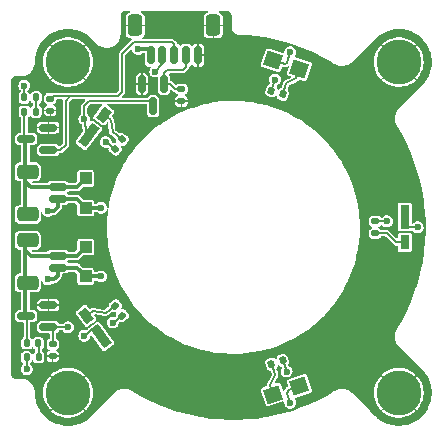
<source format=gbr>
%TF.GenerationSoftware,KiCad,Pcbnew,(6.0.7)*%
%TF.CreationDate,2022-10-21T23:46:11+08:00*%
%TF.ProjectId,pcb_middle,7063625f-6d69-4646-946c-652e6b696361,rev?*%
%TF.SameCoordinates,Original*%
%TF.FileFunction,Copper,L1,Top*%
%TF.FilePolarity,Positive*%
%FSLAX46Y46*%
G04 Gerber Fmt 4.6, Leading zero omitted, Abs format (unit mm)*
G04 Created by KiCad (PCBNEW (6.0.7)) date 2022-10-21 23:46:11*
%MOMM*%
%LPD*%
G01*
G04 APERTURE LIST*
G04 Aperture macros list*
%AMRoundRect*
0 Rectangle with rounded corners*
0 $1 Rounding radius*
0 $2 $3 $4 $5 $6 $7 $8 $9 X,Y pos of 4 corners*
0 Add a 4 corners polygon primitive as box body*
4,1,4,$2,$3,$4,$5,$6,$7,$8,$9,$2,$3,0*
0 Add four circle primitives for the rounded corners*
1,1,$1+$1,$2,$3*
1,1,$1+$1,$4,$5*
1,1,$1+$1,$6,$7*
1,1,$1+$1,$8,$9*
0 Add four rect primitives between the rounded corners*
20,1,$1+$1,$2,$3,$4,$5,0*
20,1,$1+$1,$4,$5,$6,$7,0*
20,1,$1+$1,$6,$7,$8,$9,0*
20,1,$1+$1,$8,$9,$2,$3,0*%
%AMRotRect*
0 Rectangle, with rotation*
0 The origin of the aperture is its center*
0 $1 length*
0 $2 width*
0 $3 Rotation angle, in degrees counterclockwise*
0 Add horizontal line*
21,1,$1,$2,0,0,$3*%
G04 Aperture macros list end*
%TA.AperFunction,SMDPad,CuDef*%
%ADD10RoundRect,0.150000X0.625000X-0.150000X0.625000X0.150000X-0.625000X0.150000X-0.625000X-0.150000X0*%
%TD*%
%TA.AperFunction,SMDPad,CuDef*%
%ADD11RoundRect,0.250000X0.650000X-0.350000X0.650000X0.350000X-0.650000X0.350000X-0.650000X-0.350000X0*%
%TD*%
%TA.AperFunction,ConnectorPad*%
%ADD12C,3.800000*%
%TD*%
%TA.AperFunction,ComponentPad*%
%ADD13C,2.600000*%
%TD*%
%TA.AperFunction,SMDPad,CuDef*%
%ADD14RoundRect,0.135000X0.070317X-0.217958X0.229019X0.000477X-0.070317X0.217958X-0.229019X-0.000477X0*%
%TD*%
%TA.AperFunction,SMDPad,CuDef*%
%ADD15RoundRect,0.135000X-0.185000X0.135000X-0.185000X-0.135000X0.185000X-0.135000X0.185000X0.135000X0*%
%TD*%
%TA.AperFunction,SMDPad,CuDef*%
%ADD16RoundRect,0.150000X-0.150000X0.587500X-0.150000X-0.587500X0.150000X-0.587500X0.150000X0.587500X0*%
%TD*%
%TA.AperFunction,SMDPad,CuDef*%
%ADD17RoundRect,0.150000X0.587500X0.150000X-0.587500X0.150000X-0.587500X-0.150000X0.587500X-0.150000X0*%
%TD*%
%TA.AperFunction,SMDPad,CuDef*%
%ADD18RotRect,0.800000X2.000000X324.000000*%
%TD*%
%TA.AperFunction,SMDPad,CuDef*%
%ADD19RotRect,0.800000X1.200000X324.000000*%
%TD*%
%TA.AperFunction,SMDPad,CuDef*%
%ADD20R,1.000000X1.000000*%
%TD*%
%TA.AperFunction,SMDPad,CuDef*%
%ADD21RoundRect,0.135000X-0.135000X-0.185000X0.135000X-0.185000X0.135000X0.185000X-0.135000X0.185000X0*%
%TD*%
%TA.AperFunction,SMDPad,CuDef*%
%ADD22RoundRect,0.147500X-0.147500X-0.172500X0.147500X-0.172500X0.147500X0.172500X-0.147500X0.172500X0*%
%TD*%
%TA.AperFunction,SMDPad,CuDef*%
%ADD23RoundRect,0.150000X-0.150000X-0.625000X0.150000X-0.625000X0.150000X0.625000X-0.150000X0.625000X0*%
%TD*%
%TA.AperFunction,SMDPad,CuDef*%
%ADD24RoundRect,0.250000X-0.350000X-0.650000X0.350000X-0.650000X0.350000X0.650000X-0.350000X0.650000X0*%
%TD*%
%TA.AperFunction,SMDPad,CuDef*%
%ADD25RoundRect,0.135000X0.229019X-0.000477X0.070317X0.217958X-0.229019X0.000477X-0.070317X-0.217958X0*%
%TD*%
%TA.AperFunction,SMDPad,CuDef*%
%ADD26RotRect,1.350000X1.250000X198.000000*%
%TD*%
%TA.AperFunction,SMDPad,CuDef*%
%ADD27RoundRect,0.135000X-0.185561X-0.134228X0.071224X-0.217663X0.185561X0.134228X-0.071224X0.217663X0*%
%TD*%
%TA.AperFunction,SMDPad,CuDef*%
%ADD28RotRect,0.800000X2.000000X36.000000*%
%TD*%
%TA.AperFunction,SMDPad,CuDef*%
%ADD29RotRect,0.800000X1.200000X36.000000*%
%TD*%
%TA.AperFunction,SMDPad,CuDef*%
%ADD30R,0.800000X2.000000*%
%TD*%
%TA.AperFunction,SMDPad,CuDef*%
%ADD31R,0.800000X1.200000*%
%TD*%
%TA.AperFunction,SMDPad,CuDef*%
%ADD32RoundRect,0.135000X0.071224X0.217663X-0.185561X0.134228X-0.071224X-0.217663X0.185561X-0.134228X0*%
%TD*%
%TA.AperFunction,SMDPad,CuDef*%
%ADD33RotRect,1.350000X1.250000X342.000000*%
%TD*%
%TA.AperFunction,ViaPad*%
%ADD34C,0.600000*%
%TD*%
%TA.AperFunction,Conductor*%
%ADD35C,0.130000*%
%TD*%
%TA.AperFunction,Conductor*%
%ADD36C,0.300000*%
%TD*%
G04 APERTURE END LIST*
D10*
%TO.P,J3,1,Pin_1*%
%TO.N,+5V*%
X-14874999Y-3399999D03*
%TO.P,J3,2,Pin_2*%
%TO.N,Net-(D7-Pad2)*%
X-14874999Y-2399999D03*
D11*
%TO.P,J3,MP,MountPin*%
X-17399999Y-1099999D03*
X-17399999Y-4699999D03*
%TD*%
D12*
%TO.P,H1,1,1*%
%TO.N,GND*%
X14000000Y14000001D03*
D13*
X14000000Y14000001D03*
%TD*%
D14*
%TO.P,R3,1*%
%TO.N,+5V*%
X-10007974Y6640824D03*
%TO.P,R3,2*%
%TO.N,Net-(D2-Pad2)*%
X-9408434Y7466022D03*
%TD*%
D15*
%TO.P,R2,1*%
%TO.N,/PUMP1_ON*%
X-15500000Y10910000D03*
%TO.P,R2,2*%
%TO.N,GND*%
X-15500000Y9890000D03*
%TD*%
D16*
%TO.P,Q2,1*%
%TO.N,/LED_ON*%
X-5850000Y12137498D03*
%TO.P,Q2,2*%
%TO.N,GND*%
X-7750000Y12137498D03*
%TO.P,Q2,3*%
%TO.N,Net-(D1-Pad1)*%
X-6800000Y10262498D03*
%TD*%
D17*
%TO.P,Q3,1*%
%TO.N,/PUMP2_ON*%
X-15662500Y-8449998D03*
%TO.P,Q3,2*%
%TO.N,GND*%
X-15662500Y-6549998D03*
%TO.P,Q3,3*%
%TO.N,Net-(D7-Pad2)*%
X-17537500Y-7499998D03*
%TD*%
D18*
%TO.P,D2,1,K*%
%TO.N,Net-(D1-Pad1)*%
X-12247997Y7810951D03*
D19*
%TO.P,D2,2,A*%
%TO.N,Net-(D2-Pad2)*%
X-10984259Y9550338D03*
%TD*%
D15*
%TO.P,R1,1*%
%TO.N,+5V*%
X12000001Y510000D03*
%TO.P,R1,2*%
%TO.N,Net-(D1-Pad2)*%
X12000001Y-510000D03*
%TD*%
D20*
%TO.P,D7,1,K*%
%TO.N,+5V*%
X-12500001Y-4150000D03*
%TO.P,D7,2,A*%
%TO.N,Net-(D7-Pad2)*%
X-12500001Y-1650000D03*
%TD*%
D21*
%TO.P,R10,1*%
%TO.N,+5V*%
X-17510000Y-11000000D03*
%TO.P,R10,2*%
%TO.N,Net-(D9-Pad2)*%
X-16490000Y-11000000D03*
%TD*%
D22*
%TO.P,D8,1,K*%
%TO.N,Net-(D3-Pad2)*%
X-17685000Y9800001D03*
%TO.P,D8,2,A*%
%TO.N,Net-(D8-Pad2)*%
X-16715000Y9800001D03*
%TD*%
D20*
%TO.P,D3,1,K*%
%TO.N,+5V*%
X-12500000Y1650001D03*
%TO.P,D3,2,A*%
%TO.N,Net-(D3-Pad2)*%
X-12500000Y4150001D03*
%TD*%
D21*
%TO.P,R9,1*%
%TO.N,+5V*%
X-17710001Y11000000D03*
%TO.P,R9,2*%
%TO.N,Net-(D8-Pad2)*%
X-16690001Y11000000D03*
%TD*%
D23*
%TO.P,J1,1,Pin_1*%
%TO.N,+5V*%
X-7000002Y14575002D03*
%TO.P,J1,2,Pin_2*%
%TO.N,/PUMP2_ON*%
X-6000002Y14575002D03*
%TO.P,J1,3,Pin_3*%
%TO.N,/PUMP1_ON*%
X-5000002Y14575002D03*
%TO.P,J1,4,Pin_4*%
%TO.N,/LED_ON*%
X-4000002Y14575002D03*
%TO.P,J1,5,Pin_5*%
%TO.N,GND*%
X-3000002Y14575002D03*
D24*
%TO.P,J1,MP,MountPin*%
X-1700002Y17100002D03*
X-8300002Y17100002D03*
%TD*%
D22*
%TO.P,D9,1,K*%
%TO.N,Net-(D7-Pad2)*%
X-17484999Y-9800001D03*
%TO.P,D9,2,A*%
%TO.N,Net-(D9-Pad2)*%
X-16514999Y-9800001D03*
%TD*%
D13*
%TO.P,H3,1,1*%
%TO.N,GND*%
X-14000000Y-14000001D03*
D12*
X-14000000Y-14000001D03*
%TD*%
D25*
%TO.P,R4,1*%
%TO.N,+5V*%
X-9408434Y-7466022D03*
%TO.P,R4,2*%
%TO.N,Net-(D4-Pad2)*%
X-10007974Y-6640824D03*
%TD*%
D26*
%TO.P,D6,1,K*%
%TO.N,Net-(D1-Pad1)*%
X5598237Y-13427224D03*
%TO.P,D6,2,A*%
%TO.N,Net-(D6-Pad2)*%
X3363255Y-14153414D03*
%TD*%
D27*
%TO.P,R5,1*%
%TO.N,+5V*%
X3223165Y11570277D03*
%TO.P,R5,2*%
%TO.N,Net-(D5-Pad2)*%
X4193243Y11255079D03*
%TD*%
D12*
%TO.P,H4,1,1*%
%TO.N,GND*%
X-14000001Y14000000D03*
D13*
X-14000001Y14000000D03*
%TD*%
D28*
%TO.P,D4,1,K*%
%TO.N,Net-(D1-Pad1)*%
X-11213495Y-9234821D03*
D29*
%TO.P,D4,2,A*%
%TO.N,Net-(D4-Pad2)*%
X-12477233Y-7495434D03*
%TD*%
D30*
%TO.P,D1,1,K*%
%TO.N,Net-(D1-Pad1)*%
X14500000Y880000D03*
D31*
%TO.P,D1,2,A*%
%TO.N,Net-(D1-Pad2)*%
X14500000Y-1270000D03*
%TD*%
D17*
%TO.P,Q1,1*%
%TO.N,/PUMP1_ON*%
X-15662500Y6550000D03*
%TO.P,Q1,2*%
%TO.N,GND*%
X-15662500Y8450000D03*
%TO.P,Q1,3*%
%TO.N,Net-(D3-Pad2)*%
X-17537500Y7500000D03*
%TD*%
D32*
%TO.P,R8,1*%
%TO.N,+5V*%
X4193243Y-11255079D03*
%TO.P,R8,2*%
%TO.N,Net-(D6-Pad2)*%
X3223165Y-11570277D03*
%TD*%
D10*
%TO.P,J2,1,Pin_1*%
%TO.N,+5V*%
X-14874999Y2400001D03*
%TO.P,J2,2,Pin_2*%
%TO.N,Net-(D3-Pad2)*%
X-14874999Y3400001D03*
D11*
%TO.P,J2,MP,MountPin*%
X-17399999Y1100001D03*
X-17399999Y4700001D03*
%TD*%
D33*
%TO.P,D5,1,K*%
%TO.N,Net-(D1-Pad1)*%
X3363255Y14153414D03*
%TO.P,D5,2,A*%
%TO.N,Net-(D5-Pad2)*%
X5598237Y13427224D03*
%TD*%
D15*
%TO.P,R6,1*%
%TO.N,/LED_ON*%
X-4400001Y11710000D03*
%TO.P,R6,2*%
%TO.N,GND*%
X-4400001Y10690000D03*
%TD*%
%TO.P,R7,1*%
%TO.N,/PUMP2_ON*%
X-15300001Y-9890000D03*
%TO.P,R7,2*%
%TO.N,GND*%
X-15300001Y-10910000D03*
%TD*%
D13*
%TO.P,H2,1,1*%
%TO.N,GND*%
X14000001Y-14000000D03*
D12*
X14000001Y-14000000D03*
%TD*%
D34*
%TO.N,Net-(D1-Pad1)*%
X15600000Y0D03*
X-12620665Y9169450D03*
X-12620665Y-9169450D03*
X4820665Y14836482D03*
X4820665Y-14836482D03*
%TO.N,+5V*%
X-10816991Y7228609D03*
X-11200000Y-4150000D03*
X4502260Y-12206136D03*
X-17699998Y11999999D03*
X-17500000Y-12000000D03*
X3532182Y12521333D03*
X-11200000Y1650001D03*
X-15699999Y1400000D03*
X-8100000Y15100000D03*
X-15700000Y-4400000D03*
X-10217450Y-8053807D03*
X13000001Y510000D03*
%TO.N,/PUMP2_ON*%
X-14000000Y-8449998D03*
X-6599999Y13200000D03*
%TD*%
D35*
%TO.N,Net-(D1-Pad1)*%
X-12425981Y7940264D02*
X-12620665Y9169450D01*
X-12620665Y10279335D02*
X-12620665Y9169450D01*
X4385640Y13821221D02*
X3363254Y14153414D01*
X4511648Y13885425D02*
X4385640Y13821221D01*
X-6900000Y10700000D02*
X-12200000Y10700000D01*
X4542550Y-13980531D02*
X4670958Y-13728515D01*
X14500000Y300000D02*
X14800001Y0D01*
X4820665Y14836482D02*
X4511648Y13885425D01*
X14800001Y0D02*
X15600000Y0D01*
X-6800000Y10262498D02*
X-6800000Y10600000D01*
X-12200000Y10700000D02*
X-12620665Y10279335D01*
X-6800000Y10600000D02*
X-6900000Y10700000D01*
X-11213495Y-9234821D02*
X-11613189Y-8684689D01*
X4820665Y-14836482D02*
X4542550Y-13980531D01*
X14500000Y880000D02*
X14500000Y300000D01*
X4670958Y-13728515D02*
X5598238Y-13427224D01*
X-11613189Y-8684689D02*
X-11892550Y-8640443D01*
X-11892550Y-8640443D02*
X-12620665Y-9169450D01*
X-12247997Y7810951D02*
X-12425981Y7940264D01*
%TO.N,Net-(D1-Pad2)*%
X13000000Y-500000D02*
X12009999Y-499999D01*
X13770001Y-1270000D02*
X13000000Y-500000D01*
X12009999Y-499999D02*
X12000001Y-510001D01*
X14500000Y-1270000D02*
X13770001Y-1270000D01*
%TO.N,Net-(D2-Pad2)*%
X-10393677Y9121255D02*
X-10223328Y8045716D01*
X-9422401Y7463809D02*
X-9408433Y7466022D01*
X-10223328Y8045716D02*
X-9422401Y7463809D01*
X-10984261Y9550338D02*
X-10393677Y9121255D01*
D36*
%TO.N,+5V*%
X-15075000Y-3400000D02*
X-13250001Y-3400000D01*
X-13250001Y-3400000D02*
X-12500001Y-4150000D01*
D35*
X-17710000Y11990000D02*
X-17699998Y11999999D01*
X-9408434Y-7466022D02*
X-10217450Y-8053807D01*
X-17510000Y-11989999D02*
X-17500000Y-12000000D01*
X-10007975Y6640825D02*
X-10816991Y7228609D01*
D36*
X-15074999Y2400001D02*
X-13250001Y2400000D01*
X-15200000Y-4400000D02*
X-15700000Y-4400000D01*
X-11200000Y1650001D02*
X-12500000Y1650002D01*
D35*
X-17510000Y-11000000D02*
X-17510000Y-11989999D01*
D36*
X-12500001Y-4150000D02*
X-11200000Y-4150000D01*
X-13250001Y2400000D02*
X-12500002Y1650001D01*
D35*
X-17710000Y11000000D02*
X-17710000Y11990000D01*
D36*
X-14874999Y-4074998D02*
X-15200000Y-4400000D01*
D35*
X12000002Y510000D02*
X13000001Y510000D01*
D36*
X-15699999Y1400000D02*
X-15200000Y1400000D01*
X-15200000Y1400000D02*
X-14874999Y1725001D01*
X-7099999Y15099999D02*
X-8100000Y15100000D01*
D35*
X4193243Y-11255080D02*
X4502260Y-12206136D01*
D36*
X-14874999Y1725001D02*
X-14874999Y2400001D01*
D35*
X3223166Y11570278D02*
X3532182Y12521333D01*
D36*
X-14874999Y-3399999D02*
X-14874999Y-4074998D01*
D35*
%TO.N,Net-(D3-Pad2)*%
X-17685000Y7647500D02*
X-17537501Y7499999D01*
D36*
X-15074999Y3400001D02*
X-13250000Y3400002D01*
X-17600000Y4700001D02*
X-17599998Y7362503D01*
D35*
X-17685000Y9800002D02*
X-17685000Y7647500D01*
D36*
X-17600000Y1100000D02*
X-17600000Y4700001D01*
X-13250000Y3400002D02*
X-12500001Y4150001D01*
X-17600000Y4700001D02*
X-17599999Y3850000D01*
X-17150001Y3400001D02*
X-15074999Y3400001D01*
X-17599998Y7362503D02*
X-17737499Y7500001D01*
X-17599999Y3850000D02*
X-17150001Y3400001D01*
D35*
%TO.N,Net-(D4-Pad2)*%
X-10007973Y-6640826D02*
X-10825079Y-7234489D01*
X-10825079Y-7234489D02*
X-11886651Y-7066351D01*
X-11886651Y-7066351D02*
X-12477234Y-7495435D01*
%TO.N,Net-(D5-Pad2)*%
X4186822Y11267680D02*
X4193244Y11255081D01*
X4492749Y12209226D02*
X4186822Y11267680D01*
X5598239Y13427225D02*
X5343298Y12642602D01*
X5343298Y12642602D02*
X4492749Y12209226D01*
%TO.N,Net-(D6-Pad2)*%
X3108314Y-13368792D02*
X3541693Y-12518243D01*
X3541693Y-12518243D02*
X3235766Y-11576697D01*
X3235766Y-11576697D02*
X3223165Y-11570277D01*
X3363254Y-14153416D02*
X3108314Y-13368792D01*
D36*
%TO.N,Net-(D7-Pad2)*%
X-17599999Y-1100001D02*
X-17600002Y-4700000D01*
X-17600002Y-1949999D02*
X-17150000Y-2400002D01*
X-13250001Y-2400001D02*
X-12500001Y-1649999D01*
X-15075000Y-2400001D02*
X-13250001Y-2400001D01*
X-17599999Y-1100001D02*
X-17600002Y-1949999D01*
D35*
X-17485000Y-9799999D02*
X-17485001Y-7552498D01*
D36*
X-17600002Y-4700000D02*
X-17600000Y-7362497D01*
D35*
X-17485001Y-7552498D02*
X-17537500Y-7499999D01*
D36*
X-17150000Y-2400002D02*
X-15075000Y-2400001D01*
D35*
%TO.N,/PUMP2_ON*%
X-15300001Y-8600000D02*
X-15300000Y-9890000D01*
X-15662500Y-8449998D02*
X-14000000Y-8449998D01*
X-6599999Y13200000D02*
X-6000003Y13799998D01*
X-6000003Y13799998D02*
X-6000002Y14575001D01*
X-15450001Y-8449998D02*
X-15300001Y-8600000D01*
%TO.N,/PUMP1_ON*%
X-15310000Y11100000D02*
X-15500000Y10910000D01*
X-5200000Y15700000D02*
X-8400000Y15700001D01*
X-13800000Y11100000D02*
X-15310000Y11100000D01*
X-9800000Y11100000D02*
X-13800000Y11100000D01*
X-14200000Y6999999D02*
X-14200000Y10700000D01*
X-15662500Y6550000D02*
X-14650000Y6550000D01*
X-8400000Y15700001D02*
X-9400000Y14699999D01*
X-9400000Y14699999D02*
X-9399999Y11500001D01*
X-5000002Y14575001D02*
X-5000005Y15500002D01*
X-14200000Y10700000D02*
X-13800000Y11100000D01*
X-9399999Y11500001D02*
X-9800000Y11100000D01*
X-14650000Y6550000D02*
X-14200000Y6999999D01*
X-5000005Y15500002D02*
X-5200000Y15700000D01*
%TO.N,/LED_ON*%
X-4399999Y11710001D02*
X-4909999Y11710000D01*
X-5337502Y12137500D02*
X-5850000Y12137500D01*
X-5850000Y12137500D02*
X-5850000Y13050000D01*
X-4000004Y14574999D02*
X-4000001Y13599998D01*
X-4300000Y13300000D02*
X-4000001Y13599998D01*
X-5850000Y13050000D02*
X-5600000Y13299998D01*
X-5600000Y13299998D02*
X-4300000Y13300000D01*
X-4909999Y11710000D02*
X-5337502Y12137500D01*
%TO.N,Net-(D8-Pad2)*%
X-16690001Y9825000D02*
X-16715000Y9800001D01*
X-16690001Y11000000D02*
X-16690001Y9825000D01*
%TO.N,Net-(D9-Pad2)*%
X-16490001Y-9825000D02*
X-16515000Y-9800000D01*
X-16490000Y-11000001D02*
X-16490001Y-9825000D01*
%TD*%
%TA.AperFunction,Conductor*%
%TO.N,GND*%
G36*
X-8765878Y18281194D02*
G01*
X-8747572Y18237000D01*
X-8765878Y18192806D01*
X-8789364Y18178030D01*
X-8858539Y18153738D01*
X-8866709Y18149411D01*
X-8968037Y18074569D01*
X-8974569Y18068037D01*
X-9049411Y17966709D01*
X-9053738Y17958539D01*
X-9095762Y17838869D01*
X-9097382Y17831485D01*
X-9099864Y17805237D01*
X-9100002Y17802298D01*
X-9100002Y17177433D01*
X-9096361Y17168643D01*
X-9087571Y17165002D01*
X-7512434Y17165002D01*
X-7503644Y17168643D01*
X-7500003Y17177433D01*
X-7500003Y17802296D01*
X-7500142Y17805240D01*
X-7502622Y17831487D01*
X-7504241Y17838867D01*
X-7546266Y17958539D01*
X-7550593Y17966709D01*
X-7625435Y18068037D01*
X-7631967Y18074569D01*
X-7733295Y18149411D01*
X-7741465Y18153738D01*
X-7810640Y18178030D01*
X-7846273Y18209945D01*
X-7848902Y18257708D01*
X-7816987Y18293341D01*
X-7789932Y18299500D01*
X-2210072Y18299500D01*
X-2165878Y18281194D01*
X-2147572Y18237000D01*
X-2165878Y18192806D01*
X-2189364Y18178030D01*
X-2258539Y18153738D01*
X-2266709Y18149411D01*
X-2368037Y18074569D01*
X-2374569Y18068037D01*
X-2449411Y17966709D01*
X-2453738Y17958539D01*
X-2495762Y17838869D01*
X-2497382Y17831485D01*
X-2499864Y17805237D01*
X-2500002Y17802298D01*
X-2500002Y17177433D01*
X-2496361Y17168643D01*
X-2487571Y17165002D01*
X-912434Y17165002D01*
X-903644Y17168643D01*
X-900003Y17177433D01*
X-900003Y17802296D01*
X-900142Y17805240D01*
X-902622Y17831487D01*
X-904241Y17838867D01*
X-946266Y17958539D01*
X-950593Y17966709D01*
X-1025435Y18068037D01*
X-1031967Y18074569D01*
X-1133295Y18149411D01*
X-1141465Y18153738D01*
X-1210640Y18178030D01*
X-1246273Y18209945D01*
X-1248902Y18257708D01*
X-1216987Y18293341D01*
X-1189932Y18299500D01*
X-479876Y18299500D01*
X-465869Y18297910D01*
X-450362Y18294344D01*
X-443496Y18295898D01*
X-436460Y18295885D01*
X-436461Y18295157D01*
X-424954Y18295532D01*
X-367227Y18286388D01*
X-348634Y18280347D01*
X-282779Y18246792D01*
X-266960Y18235298D01*
X-214703Y18183041D01*
X-203210Y18167222D01*
X-169655Y18101369D01*
X-163611Y18082770D01*
X-154534Y18025456D01*
X-154919Y18014254D01*
X-154068Y18014253D01*
X-154080Y18007215D01*
X-155657Y18000357D01*
X-154104Y17993494D01*
X-154104Y17993493D01*
X-152042Y17984382D01*
X-150501Y17970588D01*
X-150500Y17021209D01*
X-152115Y17007095D01*
X-155655Y16991824D01*
X-155656Y16991106D01*
X-154872Y16987669D01*
X-154872Y16987668D01*
X-154464Y16985880D01*
X-153277Y16978838D01*
X-144623Y16900392D01*
X-137684Y16837485D01*
X-87653Y16691255D01*
X-6945Y16559451D01*
X100557Y16448412D01*
X103428Y16446524D01*
X103430Y16446522D01*
X163195Y16407213D01*
X229682Y16363482D01*
X374216Y16308746D01*
X513800Y16288758D01*
X521016Y16287286D01*
X523035Y16286748D01*
X523042Y16286747D01*
X526457Y16285838D01*
X526807Y16285826D01*
X526812Y16285825D01*
X526817Y16285826D01*
X527175Y16285814D01*
X540367Y16288377D01*
X555665Y16289432D01*
X1208031Y16254087D01*
X1234488Y16252654D01*
X1237201Y16252448D01*
X1940668Y16183526D01*
X1943370Y16183202D01*
X2643168Y16083730D01*
X2645852Y16083289D01*
X3340670Y15953453D01*
X3343333Y15952895D01*
X3754472Y15857380D01*
X4031851Y15792940D01*
X4034482Y15792267D01*
X4715338Y15602510D01*
X4717943Y15601723D01*
X5226439Y15435838D01*
X5372245Y15388272D01*
X5389941Y15382499D01*
X5392502Y15381601D01*
X6054309Y15133343D01*
X6056819Y15132339D01*
X6707204Y14855508D01*
X6709662Y14854399D01*
X7059821Y14686999D01*
X7347391Y14549521D01*
X7349820Y14548294D01*
X7973647Y14215964D01*
X7976020Y14214633D01*
X8175279Y14097074D01*
X8561156Y13869413D01*
X8573462Y13859905D01*
X8582651Y13850768D01*
X8583260Y13850389D01*
X8586607Y13849241D01*
X8587343Y13848891D01*
X8594229Y13845974D01*
X8737677Y13772921D01*
X8763426Y13759808D01*
X8765924Y13759026D01*
X8765928Y13759024D01*
X8952569Y13700572D01*
X8955778Y13699567D01*
X8996143Y13694044D01*
X9152884Y13672597D01*
X9152890Y13672597D01*
X9155482Y13672242D01*
X9240403Y13674922D01*
X9354330Y13678516D01*
X9354335Y13678517D01*
X9356946Y13678599D01*
X9359506Y13679115D01*
X9359511Y13679116D01*
X9510715Y13709619D01*
X9554531Y13718458D01*
X9742702Y13790705D01*
X9797264Y13822976D01*
X9913938Y13891983D01*
X9913940Y13891985D01*
X9916193Y13893317D01*
X9923257Y13899286D01*
X10052834Y14008790D01*
X10060444Y14015220D01*
X10066818Y14019864D01*
X10066872Y14019907D01*
X11895331Y14019907D01*
X11911568Y13738317D01*
X11912101Y13734095D01*
X11966408Y13457292D01*
X11967504Y13453201D01*
X12058877Y13186325D01*
X12060516Y13182423D01*
X12187261Y12930419D01*
X12189425Y12926760D01*
X12349189Y12694302D01*
X12351834Y12690964D01*
X12461242Y12570727D01*
X12469066Y12567045D01*
X12478942Y12570866D01*
X13899286Y13991211D01*
X13902927Y14000001D01*
X14097073Y14000001D01*
X14100714Y13991211D01*
X15521580Y12570344D01*
X15530104Y12566813D01*
X15539199Y12570664D01*
X15606247Y12639853D01*
X15608976Y12643083D01*
X15775969Y12870416D01*
X15778250Y12874009D01*
X15912843Y13121902D01*
X15914608Y13125757D01*
X16014317Y13389625D01*
X16015543Y13393686D01*
X16078520Y13668660D01*
X16079180Y13672826D01*
X16104336Y13954699D01*
X16104458Y13957143D01*
X16104894Y13998776D01*
X16104823Y14001232D01*
X16085578Y14283535D01*
X16084998Y14287767D01*
X16027800Y14563968D01*
X16026659Y14568055D01*
X15932497Y14833959D01*
X15930816Y14837842D01*
X15801435Y15088515D01*
X15799239Y15092141D01*
X15637039Y15322928D01*
X15634378Y15326214D01*
X15538683Y15429193D01*
X15530645Y15432873D01*
X15521008Y15429086D01*
X14539360Y14447437D01*
X14100714Y14008791D01*
X14097073Y14000001D01*
X13902927Y14000001D01*
X13899286Y14008791D01*
X12478576Y15429502D01*
X12470230Y15432959D01*
X12460935Y15428965D01*
X12379609Y15343266D01*
X12376895Y15339985D01*
X12212296Y15110920D01*
X12210061Y15107317D01*
X12078069Y14858026D01*
X12076340Y14854143D01*
X11979406Y14589259D01*
X11978215Y14585161D01*
X11918127Y14309571D01*
X11917507Y14305372D01*
X11895376Y14024175D01*
X11895331Y14019907D01*
X10066872Y14019907D01*
X10067368Y14020300D01*
X10070375Y14022176D01*
X10070883Y14022683D01*
X10079475Y14036353D01*
X10088197Y14047288D01*
X11573220Y15532311D01*
X12564278Y15532311D01*
X12567793Y15524131D01*
X13525873Y14566052D01*
X13991210Y14100715D01*
X14000000Y14097074D01*
X14008790Y14100715D01*
X15432879Y15524803D01*
X15436776Y15534211D01*
X15434700Y15539493D01*
X15220983Y15714418D01*
X15217515Y15716883D01*
X14977013Y15864263D01*
X14973244Y15866233D01*
X14714953Y15979616D01*
X14710972Y15981049D01*
X14439680Y16058328D01*
X14435525Y16059211D01*
X14156273Y16098954D01*
X14152028Y16099266D01*
X13869969Y16100743D01*
X13865712Y16100475D01*
X13586070Y16063660D01*
X13581891Y16062818D01*
X13309822Y15988388D01*
X13305805Y15986989D01*
X13046348Y15876321D01*
X13042566Y15874394D01*
X12800532Y15729540D01*
X12797038Y15727112D01*
X12576897Y15550746D01*
X12573775Y15547874D01*
X12567859Y15541640D01*
X12564278Y15532311D01*
X11573220Y15532311D01*
X11999327Y15958418D01*
X12010355Y15967198D01*
X12010702Y15967415D01*
X12023847Y15975645D01*
X12029091Y15983956D01*
X12040397Y15997292D01*
X12260934Y16193553D01*
X12266636Y16198061D01*
X12399306Y16290957D01*
X12527344Y16380610D01*
X12533526Y16384424D01*
X12552709Y16394767D01*
X12716621Y16483148D01*
X12813684Y16535484D01*
X12820272Y16538555D01*
X13116050Y16656060D01*
X13122949Y16658346D01*
X13430374Y16740720D01*
X13437492Y16742190D01*
X13631447Y16770600D01*
X13752405Y16788318D01*
X13759638Y16788952D01*
X13910194Y16793333D01*
X14077790Y16798209D01*
X14085055Y16797997D01*
X14189653Y16788846D01*
X14402112Y16770258D01*
X14409293Y16769207D01*
X14599664Y16729898D01*
X14720999Y16704844D01*
X14728019Y16702963D01*
X15030139Y16602851D01*
X15036893Y16600167D01*
X15325342Y16465662D01*
X15331737Y16462215D01*
X15422654Y16406136D01*
X15602628Y16295126D01*
X15608582Y16290957D01*
X15858243Y16093551D01*
X15863672Y16088719D01*
X16088719Y15863672D01*
X16093551Y15858243D01*
X16290957Y15608582D01*
X16295126Y15602628D01*
X16367761Y15484870D01*
X16459231Y15336575D01*
X16462213Y15331740D01*
X16465662Y15325342D01*
X16600167Y15036893D01*
X16602851Y15030139D01*
X16702963Y14728019D01*
X16704844Y14720999D01*
X16765549Y14427010D01*
X16769206Y14409298D01*
X16770258Y14402112D01*
X16782680Y14260130D01*
X16797997Y14085055D01*
X16798209Y14077790D01*
X16793591Y13919092D01*
X16789165Y13766949D01*
X16788952Y13759642D01*
X16788318Y13752405D01*
X16775475Y13664723D01*
X16742190Y13437492D01*
X16740720Y13430374D01*
X16658346Y13122949D01*
X16656060Y13116050D01*
X16538555Y12820272D01*
X16535484Y12813684D01*
X16473864Y12699402D01*
X16404276Y12570343D01*
X16384424Y12533526D01*
X16380610Y12527344D01*
X16319738Y12440410D01*
X16198061Y12266636D01*
X16193553Y12260934D01*
X16000930Y12044484D01*
X15997595Y12040737D01*
X15984072Y12029312D01*
X15976153Y12024355D01*
X15967410Y12010498D01*
X15958750Y11999660D01*
X14047617Y10088526D01*
X14036496Y10079688D01*
X14026201Y10073268D01*
X14026198Y10073266D01*
X14023192Y10071391D01*
X14022684Y10070884D01*
X14020809Y10067900D01*
X14020268Y10067223D01*
X14015907Y10061259D01*
X13895009Y9918202D01*
X13895002Y9918193D01*
X13893315Y9916196D01*
X13891983Y9913943D01*
X13891981Y9913941D01*
X13837223Y9821359D01*
X13790702Y9742704D01*
X13789764Y9740261D01*
X13734680Y9596792D01*
X13718454Y9554532D01*
X13678594Y9356947D01*
X13672237Y9155481D01*
X13672592Y9152889D01*
X13672592Y9152883D01*
X13674771Y9136960D01*
X13699563Y8955776D01*
X13700345Y8953279D01*
X13752297Y8787398D01*
X13759805Y8763424D01*
X13760993Y8761092D01*
X13760993Y8761091D01*
X13845512Y8595129D01*
X13848597Y8587812D01*
X13848884Y8587201D01*
X13850014Y8583870D01*
X13850200Y8583568D01*
X13850201Y8583566D01*
X13850203Y8583564D01*
X13850391Y8583259D01*
X13852879Y8580739D01*
X13852884Y8580733D01*
X13859640Y8573891D01*
X13869070Y8561611D01*
X14251944Y7909149D01*
X14253397Y7906529D01*
X14616765Y7212675D01*
X14618099Y7209972D01*
X14947581Y6499410D01*
X14948783Y6496645D01*
X15243619Y5771013D01*
X15244683Y5768201D01*
X15489253Y5071716D01*
X15504182Y5029200D01*
X15505108Y5026345D01*
X15725380Y4286729D01*
X15728668Y4275690D01*
X15729456Y4272793D01*
X15900425Y3577806D01*
X15916563Y3512203D01*
X15917208Y3509276D01*
X15947708Y3353189D01*
X16067413Y2740575D01*
X16067920Y2737603D01*
X16126533Y2335450D01*
X16180766Y1963347D01*
X16180884Y1962534D01*
X16181245Y1959552D01*
X16256697Y1179963D01*
X16256914Y1176968D01*
X16282476Y647509D01*
X16294685Y394637D01*
X16294758Y391623D01*
X16294758Y-391624D01*
X16294685Y-394638D01*
X16259022Y-1133323D01*
X16256915Y-1176957D01*
X16256698Y-1179953D01*
X16181353Y-1958438D01*
X16181246Y-1959541D01*
X16180885Y-1962523D01*
X16137732Y-2258606D01*
X16067919Y-2737604D01*
X16067412Y-2740576D01*
X16024773Y-2958791D01*
X15917957Y-3505448D01*
X15917212Y-3509260D01*
X15916567Y-3512187D01*
X15729459Y-4272781D01*
X15728671Y-4275677D01*
X15535057Y-4925786D01*
X15505112Y-5026333D01*
X15504186Y-5029189D01*
X15244686Y-5768194D01*
X15243622Y-5771007D01*
X15126436Y-6059417D01*
X14948783Y-6496645D01*
X14947581Y-6499410D01*
X14618099Y-7209972D01*
X14616765Y-7212675D01*
X14253396Y-7906530D01*
X14251943Y-7909150D01*
X13925923Y-8464727D01*
X13869303Y-8561214D01*
X13859719Y-8573650D01*
X13853265Y-8580140D01*
X13853262Y-8580144D01*
X13850766Y-8582654D01*
X13850387Y-8583264D01*
X13849242Y-8586602D01*
X13848858Y-8587411D01*
X13845993Y-8594171D01*
X13826110Y-8633216D01*
X13759802Y-8763426D01*
X13699563Y-8955778D01*
X13672241Y-9155482D01*
X13678598Y-9356946D01*
X13718459Y-9554530D01*
X13719398Y-9556975D01*
X13719398Y-9556976D01*
X13769136Y-9686521D01*
X13790706Y-9742701D01*
X13792038Y-9744953D01*
X13889516Y-9909765D01*
X13893317Y-9916192D01*
X13895009Y-9918194D01*
X13895011Y-9918197D01*
X14015216Y-10060439D01*
X14019859Y-10066811D01*
X14020299Y-10067365D01*
X14022175Y-10070374D01*
X14022682Y-10070882D01*
X14025661Y-10072754D01*
X14025663Y-10072756D01*
X14036354Y-10079476D01*
X14047289Y-10088198D01*
X15958418Y-11999327D01*
X15967198Y-12010355D01*
X15975645Y-12023847D01*
X15983956Y-12029091D01*
X15997292Y-12040397D01*
X16193553Y-12260934D01*
X16198061Y-12266636D01*
X16211658Y-12286054D01*
X16379290Y-12525458D01*
X16380608Y-12527341D01*
X16384423Y-12533524D01*
X16453737Y-12662075D01*
X16535484Y-12813684D01*
X16538555Y-12820272D01*
X16656060Y-13116050D01*
X16658346Y-13122949D01*
X16740720Y-13430374D01*
X16742190Y-13437492D01*
X16754227Y-13519666D01*
X16787326Y-13745627D01*
X16788318Y-13752402D01*
X16788952Y-13759638D01*
X16792803Y-13891982D01*
X16798209Y-14077790D01*
X16797997Y-14085055D01*
X16787808Y-14201517D01*
X16773682Y-14362986D01*
X16770259Y-14402106D01*
X16769207Y-14409293D01*
X16739256Y-14554342D01*
X16704844Y-14720999D01*
X16702963Y-14728019D01*
X16602851Y-15030139D01*
X16600167Y-15036893D01*
X16465662Y-15325342D01*
X16462215Y-15331737D01*
X16444690Y-15360149D01*
X16295126Y-15602628D01*
X16290957Y-15608582D01*
X16093551Y-15858243D01*
X16088719Y-15863672D01*
X15863672Y-16088719D01*
X15858243Y-16093551D01*
X15608582Y-16290957D01*
X15602628Y-16295126D01*
X15331740Y-16462213D01*
X15325342Y-16465662D01*
X15036893Y-16600167D01*
X15030139Y-16602851D01*
X14728019Y-16702963D01*
X14720999Y-16704844D01*
X14720452Y-16704957D01*
X14409293Y-16769207D01*
X14402112Y-16770258D01*
X14219047Y-16786274D01*
X14085055Y-16797997D01*
X14077790Y-16798209D01*
X13910194Y-16793333D01*
X13759638Y-16788952D01*
X13752405Y-16788318D01*
X13621927Y-16769206D01*
X13437492Y-16742190D01*
X13430374Y-16740720D01*
X13122949Y-16658346D01*
X13116050Y-16656060D01*
X12820272Y-16538555D01*
X12813684Y-16535484D01*
X12673605Y-16459954D01*
X12533524Y-16384423D01*
X12527341Y-16380608D01*
X12402531Y-16293215D01*
X12350690Y-16256916D01*
X12266636Y-16198061D01*
X12260934Y-16193553D01*
X12157795Y-16101767D01*
X12040736Y-15997594D01*
X12029312Y-15984071D01*
X12028091Y-15982121D01*
X12024355Y-15976153D01*
X12010498Y-15967410D01*
X11999660Y-15958750D01*
X11573619Y-15532709D01*
X12564364Y-15532709D01*
X12567093Y-15539296D01*
X12761137Y-15701542D01*
X12764574Y-15704039D01*
X13003522Y-15853930D01*
X13007262Y-15855936D01*
X13264347Y-15972014D01*
X13268336Y-15973497D01*
X13538790Y-16053610D01*
X13542931Y-16054535D01*
X13821765Y-16097203D01*
X13825996Y-16097558D01*
X14108036Y-16101989D01*
X14112275Y-16101766D01*
X14392305Y-16067879D01*
X14396482Y-16067082D01*
X14669326Y-15995503D01*
X14673339Y-15994153D01*
X14933961Y-15886200D01*
X14937750Y-15884319D01*
X15181294Y-15742003D01*
X15184811Y-15739613D01*
X15406777Y-15565570D01*
X15409948Y-15562715D01*
X15431241Y-15540742D01*
X15434849Y-15531629D01*
X15431280Y-15523202D01*
X14008791Y-14100714D01*
X14000001Y-14097073D01*
X13991211Y-14100714D01*
X13315468Y-14776457D01*
X12957018Y-15134906D01*
X12568005Y-15523919D01*
X12564364Y-15532709D01*
X11573619Y-15532709D01*
X10088526Y-14047617D01*
X10079688Y-14036497D01*
X10073266Y-14026199D01*
X10073264Y-14026197D01*
X10071389Y-14023190D01*
X10070882Y-14022682D01*
X10067905Y-14020811D01*
X10067200Y-14020248D01*
X10061272Y-14015914D01*
X10047365Y-14004161D01*
X10018886Y-13980094D01*
X11895332Y-13980094D01*
X11911569Y-14261684D01*
X11912102Y-14265906D01*
X11966409Y-14542709D01*
X11967505Y-14546800D01*
X12058878Y-14813676D01*
X12060517Y-14817578D01*
X12187262Y-15069582D01*
X12189426Y-15073241D01*
X12349190Y-15305699D01*
X12351835Y-15309037D01*
X12461243Y-15429274D01*
X12469067Y-15432956D01*
X12478943Y-15429135D01*
X13899287Y-14008790D01*
X13902928Y-14000000D01*
X14097074Y-14000000D01*
X14100715Y-14008790D01*
X15521581Y-15429657D01*
X15530105Y-15433188D01*
X15539200Y-15429337D01*
X15606248Y-15360148D01*
X15608977Y-15356918D01*
X15775970Y-15129585D01*
X15778251Y-15125992D01*
X15912844Y-14878099D01*
X15914609Y-14874244D01*
X16014318Y-14610376D01*
X16015544Y-14606315D01*
X16078521Y-14331341D01*
X16079181Y-14327175D01*
X16104337Y-14045302D01*
X16104459Y-14042858D01*
X16104895Y-14001225D01*
X16104824Y-13998769D01*
X16085579Y-13716466D01*
X16084999Y-13712234D01*
X16027801Y-13436033D01*
X16026660Y-13431946D01*
X15932498Y-13166042D01*
X15930817Y-13162159D01*
X15801436Y-12911486D01*
X15799240Y-12907860D01*
X15637040Y-12677073D01*
X15634379Y-12673787D01*
X15538684Y-12570808D01*
X15530646Y-12567128D01*
X15521009Y-12570915D01*
X14100715Y-13991210D01*
X14097074Y-14000000D01*
X13902928Y-14000000D01*
X13899287Y-13991210D01*
X12478577Y-12570499D01*
X12470231Y-12567042D01*
X12460936Y-12571036D01*
X12379610Y-12656735D01*
X12376896Y-12660016D01*
X12212297Y-12889081D01*
X12210062Y-12892684D01*
X12078070Y-13141975D01*
X12076341Y-13145858D01*
X11979407Y-13410742D01*
X11978216Y-13414840D01*
X11918128Y-13690430D01*
X11917508Y-13694629D01*
X11895377Y-13975826D01*
X11895332Y-13980094D01*
X10018886Y-13980094D01*
X9936759Y-13910691D01*
X9918199Y-13895006D01*
X9918195Y-13895003D01*
X9916195Y-13893313D01*
X9742703Y-13790702D01*
X9625301Y-13745627D01*
X9556977Y-13719395D01*
X9556976Y-13719395D01*
X9554531Y-13718456D01*
X9356946Y-13678596D01*
X9155482Y-13672240D01*
X9152890Y-13672595D01*
X9152884Y-13672595D01*
X9024545Y-13690156D01*
X8955778Y-13699565D01*
X8953281Y-13700347D01*
X8765927Y-13759022D01*
X8765923Y-13759024D01*
X8763425Y-13759806D01*
X8761093Y-13760993D01*
X8761087Y-13760996D01*
X8595133Y-13845509D01*
X8587900Y-13848559D01*
X8587246Y-13848868D01*
X8583872Y-13850012D01*
X8583567Y-13850201D01*
X8583566Y-13850201D01*
X8583565Y-13850202D01*
X8583261Y-13850390D01*
X8580754Y-13852866D01*
X8580752Y-13852867D01*
X8573895Y-13859637D01*
X8561615Y-13869067D01*
X7909149Y-14251943D01*
X7906547Y-14253387D01*
X7574368Y-14427348D01*
X7212676Y-14616765D01*
X7209972Y-14618099D01*
X6499410Y-14947581D01*
X6496645Y-14948783D01*
X6272564Y-15039831D01*
X5834727Y-15217732D01*
X5771013Y-15243620D01*
X5768201Y-15244684D01*
X5029188Y-15504187D01*
X5026345Y-15505109D01*
X4275677Y-15728671D01*
X4272793Y-15729456D01*
X3512186Y-15916567D01*
X3509276Y-15917208D01*
X3166844Y-15984120D01*
X2740575Y-16067413D01*
X2737603Y-16067920D01*
X2258186Y-16137794D01*
X1962523Y-16180885D01*
X1959552Y-16181245D01*
X1179952Y-16256699D01*
X1176968Y-16256915D01*
X425086Y-16293215D01*
X394638Y-16294685D01*
X391624Y-16294758D01*
X-391624Y-16294758D01*
X-394638Y-16294685D01*
X-396721Y-16294584D01*
X-1176969Y-16256914D01*
X-1179953Y-16256698D01*
X-1959552Y-16181245D01*
X-1962523Y-16180885D01*
X-2258677Y-16137722D01*
X-2737603Y-16067919D01*
X-2740575Y-16067412D01*
X-3128891Y-15991535D01*
X-3509276Y-15917207D01*
X-3512186Y-15916566D01*
X-4272793Y-15729455D01*
X-4275686Y-15728668D01*
X-5026345Y-15505108D01*
X-5029188Y-15504186D01*
X-5768201Y-15244683D01*
X-5771013Y-15243619D01*
X-5809807Y-15227856D01*
X-6279160Y-15037150D01*
X-6496645Y-14948782D01*
X-6499410Y-14947580D01*
X-7209972Y-14618098D01*
X-7212676Y-14616764D01*
X-7575012Y-14427010D01*
X-7906547Y-14253386D01*
X-7909149Y-14251942D01*
X-8561218Y-13869299D01*
X-8573654Y-13859715D01*
X-8580144Y-13853261D01*
X-8580148Y-13853258D01*
X-8582652Y-13850768D01*
X-8582954Y-13850580D01*
X-8582956Y-13850578D01*
X-8582959Y-13850577D01*
X-8583261Y-13850389D01*
X-8588797Y-13848490D01*
X-8589555Y-13847953D01*
X-8594188Y-13845990D01*
X-8763425Y-13759805D01*
X-8789780Y-13751551D01*
X2324358Y-13751551D01*
X2325081Y-13757660D01*
X2325081Y-13757662D01*
X2326526Y-13769871D01*
X2331367Y-13810767D01*
X2332315Y-13813685D01*
X2332316Y-13813689D01*
X2495822Y-14316908D01*
X2729843Y-15037150D01*
X2731342Y-15039827D01*
X2731344Y-15039831D01*
X2755971Y-15083805D01*
X2758979Y-15089176D01*
X2763813Y-15092987D01*
X2763814Y-15092988D01*
X2790299Y-15113867D01*
X2821619Y-15138557D01*
X2898388Y-15160209D01*
X2904497Y-15159486D01*
X2904499Y-15159486D01*
X2954554Y-15153561D01*
X2957604Y-15153200D01*
X2960522Y-15152252D01*
X2960526Y-15152251D01*
X4237720Y-14737265D01*
X4285408Y-14741018D01*
X4316475Y-14777392D01*
X4318790Y-14806321D01*
X4315056Y-14830305D01*
X4315633Y-14834718D01*
X4315633Y-14834720D01*
X4317164Y-14846424D01*
X4333645Y-14972461D01*
X4335438Y-14976536D01*
X4382638Y-15083805D01*
X4391385Y-15103685D01*
X4394249Y-15107092D01*
X4480772Y-15210025D01*
X4480775Y-15210028D01*
X4483635Y-15213430D01*
X4602978Y-15292872D01*
X4607229Y-15294200D01*
X4735570Y-15334296D01*
X4735573Y-15334296D01*
X4739822Y-15335624D01*
X4744274Y-15335706D01*
X4744276Y-15335706D01*
X4815307Y-15337008D01*
X4883164Y-15338252D01*
X5021482Y-15300542D01*
X5143656Y-15225527D01*
X5239865Y-15119236D01*
X5302375Y-14990215D01*
X5304677Y-14976536D01*
X5313979Y-14921243D01*
X5326161Y-14848836D01*
X5326312Y-14836482D01*
X5305988Y-14694564D01*
X5246649Y-14564054D01*
X5203915Y-14514459D01*
X5188935Y-14469029D01*
X5210465Y-14426313D01*
X5231948Y-14414220D01*
X6514075Y-13997632D01*
X6516752Y-13996133D01*
X6516756Y-13996131D01*
X6560730Y-13971504D01*
X6566101Y-13968496D01*
X6615482Y-13905856D01*
X6637134Y-13829087D01*
X6635312Y-13813689D01*
X6630486Y-13772921D01*
X6630125Y-13769871D01*
X6627242Y-13760996D01*
X6388871Y-13027368D01*
X6231649Y-12543488D01*
X6222607Y-12527341D01*
X6205521Y-12496833D01*
X6202513Y-12491462D01*
X6197679Y-12487651D01*
X6197678Y-12487650D01*
X6172358Y-12467690D01*
X12564279Y-12467690D01*
X12567794Y-12475870D01*
X13525817Y-13433892D01*
X13991211Y-13899286D01*
X14000001Y-13902927D01*
X14008791Y-13899286D01*
X14474185Y-13433892D01*
X15432880Y-12475198D01*
X15436777Y-12465790D01*
X15434701Y-12460508D01*
X15220984Y-12285583D01*
X15217516Y-12283118D01*
X14977014Y-12135738D01*
X14973245Y-12133768D01*
X14714954Y-12020385D01*
X14710973Y-12018952D01*
X14439681Y-11941673D01*
X14435526Y-11940790D01*
X14156274Y-11901047D01*
X14152029Y-11900735D01*
X13869970Y-11899258D01*
X13865713Y-11899526D01*
X13586071Y-11936341D01*
X13581892Y-11937183D01*
X13309823Y-12011613D01*
X13305806Y-12013012D01*
X13046349Y-12123680D01*
X13042567Y-12125607D01*
X12800533Y-12270461D01*
X12797039Y-12272889D01*
X12576898Y-12449255D01*
X12573776Y-12452127D01*
X12567860Y-12458361D01*
X12564279Y-12467690D01*
X6172358Y-12467690D01*
X6163248Y-12460508D01*
X6139873Y-12442081D01*
X6063104Y-12420429D01*
X6056995Y-12421152D01*
X6056993Y-12421152D01*
X6008167Y-12426932D01*
X6003888Y-12427438D01*
X6000970Y-12428386D01*
X6000966Y-12428387D01*
X5487628Y-12595181D01*
X4682399Y-12856816D01*
X4679722Y-12858315D01*
X4679718Y-12858317D01*
X4635744Y-12882944D01*
X4630373Y-12885952D01*
X4580992Y-12948592D01*
X4559340Y-13025361D01*
X4566349Y-13084577D01*
X4567297Y-13087495D01*
X4567298Y-13087499D01*
X4664229Y-13385821D01*
X4660476Y-13433509D01*
X4624101Y-13464576D01*
X4619637Y-13466027D01*
X4607675Y-13468651D01*
X4602411Y-13469274D01*
X4587306Y-13471062D01*
X4581939Y-13474068D01*
X4581938Y-13474068D01*
X4513094Y-13512624D01*
X4495152Y-13522672D01*
X4429761Y-13605619D01*
X4428091Y-13611540D01*
X4428089Y-13611544D01*
X4424193Y-13625358D01*
X4419728Y-13636767D01*
X4398415Y-13678596D01*
X4321737Y-13829087D01*
X4320655Y-13831210D01*
X4314049Y-13841529D01*
X4305166Y-13852797D01*
X4305164Y-13852800D01*
X4301353Y-13857635D01*
X4300219Y-13861656D01*
X4264612Y-13892069D01*
X4216924Y-13888317D01*
X4185856Y-13851942D01*
X4185475Y-13850768D01*
X3996667Y-13269678D01*
X3986843Y-13252135D01*
X3970539Y-13223023D01*
X3967531Y-13217652D01*
X3962697Y-13213841D01*
X3962696Y-13213840D01*
X3932916Y-13190364D01*
X3904891Y-13168271D01*
X3828122Y-13146619D01*
X3822013Y-13147342D01*
X3822011Y-13147342D01*
X3773185Y-13153122D01*
X3768906Y-13153628D01*
X3765988Y-13154576D01*
X3765984Y-13154577D01*
X3730696Y-13166043D01*
X3609236Y-13205508D01*
X3561549Y-13201755D01*
X3530482Y-13165381D01*
X3534235Y-13117692D01*
X3763591Y-12667559D01*
X3770197Y-12657241D01*
X3779080Y-12645973D01*
X3779082Y-12645970D01*
X3782890Y-12641139D01*
X3795195Y-12597510D01*
X3797542Y-12589186D01*
X3801291Y-12575892D01*
X3811560Y-12539482D01*
X3799146Y-12434592D01*
X3789125Y-12416698D01*
X3784215Y-12405473D01*
X3738134Y-12263651D01*
X3648801Y-11988712D01*
X3652554Y-11941025D01*
X3665617Y-11923689D01*
X3676802Y-11913259D01*
X3680802Y-11909529D01*
X3734516Y-11804110D01*
X3745846Y-11711832D01*
X3769401Y-11670198D01*
X3815497Y-11657415D01*
X3853589Y-11676824D01*
X3900913Y-11727572D01*
X3916995Y-11744818D01*
X3972004Y-11772846D01*
X4017542Y-11796049D01*
X4017544Y-11796050D01*
X4022414Y-11798531D01*
X4053975Y-11802406D01*
X4095608Y-11825961D01*
X4105797Y-11845124D01*
X4107543Y-11850497D01*
X4103792Y-11898185D01*
X4094949Y-11911185D01*
X4082587Y-11925183D01*
X4082585Y-11925186D01*
X4079637Y-11928524D01*
X4018707Y-12058299D01*
X3996651Y-12199959D01*
X3997228Y-12204372D01*
X3997228Y-12204374D01*
X3998759Y-12216078D01*
X4015240Y-12342115D01*
X4017033Y-12346190D01*
X4070495Y-12467691D01*
X4072980Y-12473339D01*
X4075844Y-12476746D01*
X4162367Y-12579679D01*
X4162370Y-12579682D01*
X4165230Y-12583084D01*
X4284573Y-12662526D01*
X4288824Y-12663854D01*
X4417165Y-12703950D01*
X4417168Y-12703950D01*
X4421417Y-12705278D01*
X4425869Y-12705360D01*
X4425871Y-12705360D01*
X4496902Y-12706662D01*
X4564759Y-12707906D01*
X4703077Y-12670196D01*
X4825251Y-12595181D01*
X4874468Y-12540807D01*
X4918473Y-12492190D01*
X4921460Y-12488890D01*
X4983970Y-12359869D01*
X4986272Y-12346190D01*
X4997618Y-12278747D01*
X5007756Y-12218490D01*
X5007907Y-12206136D01*
X4987583Y-12064218D01*
X4928244Y-11933708D01*
X4834660Y-11825099D01*
X4714355Y-11747121D01*
X4710093Y-11745846D01*
X4710090Y-11745845D01*
X4654852Y-11729326D01*
X4617755Y-11699125D01*
X4613319Y-11688764D01*
X4612640Y-11686675D01*
X4610810Y-11681042D01*
X4614560Y-11633356D01*
X4627626Y-11616016D01*
X4646878Y-11598064D01*
X4646881Y-11598060D01*
X4650880Y-11594331D01*
X4704594Y-11488912D01*
X4719013Y-11371477D01*
X4711618Y-11331575D01*
X4710407Y-11325041D01*
X4710406Y-11325038D01*
X4710033Y-11323024D01*
X4709401Y-11321078D01*
X4572028Y-10898287D01*
X4572026Y-10898283D01*
X4571398Y-10896349D01*
X4550183Y-10851871D01*
X4469491Y-10765340D01*
X4385400Y-10722494D01*
X4368944Y-10714109D01*
X4368942Y-10714108D01*
X4364072Y-10711627D01*
X4279200Y-10701205D01*
X4251386Y-10697790D01*
X4251385Y-10697790D01*
X4246637Y-10697207D01*
X4241932Y-10698079D01*
X4200201Y-10705813D01*
X4200198Y-10705814D01*
X4198184Y-10706187D01*
X4196242Y-10706818D01*
X4196238Y-10706819D01*
X3892415Y-10805538D01*
X3866615Y-10813921D01*
X3822137Y-10835136D01*
X3818642Y-10838395D01*
X3758787Y-10894210D01*
X3735606Y-10915827D01*
X3681892Y-11021246D01*
X3674121Y-11084541D01*
X3670562Y-11113524D01*
X3647007Y-11155158D01*
X3600911Y-11167941D01*
X3562819Y-11148532D01*
X3503146Y-11084541D01*
X3499413Y-11080538D01*
X3444404Y-11052510D01*
X3398866Y-11029307D01*
X3398864Y-11029306D01*
X3393994Y-11026825D01*
X3308907Y-11016377D01*
X3281308Y-11012988D01*
X3281307Y-11012988D01*
X3276559Y-11012405D01*
X3271854Y-11013277D01*
X3230123Y-11021011D01*
X3230120Y-11021012D01*
X3228106Y-11021385D01*
X3226164Y-11022016D01*
X3226160Y-11022017D01*
X3028359Y-11086287D01*
X2896537Y-11129119D01*
X2852059Y-11150334D01*
X2765528Y-11231025D01*
X2711814Y-11336444D01*
X2697395Y-11453879D01*
X2698267Y-11458584D01*
X2704081Y-11489952D01*
X2706375Y-11502332D01*
X2707006Y-11504274D01*
X2707007Y-11504278D01*
X2843768Y-11925183D01*
X2845010Y-11929007D01*
X2866225Y-11973485D01*
X2946917Y-12060016D01*
X3001926Y-12088044D01*
X3047464Y-12111247D01*
X3047466Y-12111248D01*
X3052336Y-12113729D01*
X3094848Y-12118949D01*
X3136482Y-12142504D01*
X3146671Y-12161668D01*
X3243771Y-12460508D01*
X3247204Y-12471074D01*
X3243451Y-12518762D01*
X3093180Y-12813684D01*
X2886419Y-13219473D01*
X2879813Y-13229792D01*
X2867117Y-13245896D01*
X2839570Y-13343573D01*
X2838448Y-13347553D01*
X2839171Y-13353662D01*
X2844773Y-13401002D01*
X2831788Y-13447041D01*
X2802020Y-13467788D01*
X2447417Y-13583006D01*
X2444740Y-13584505D01*
X2444736Y-13584507D01*
X2400762Y-13609134D01*
X2395391Y-13612142D01*
X2346010Y-13674782D01*
X2324358Y-13751551D01*
X-8789780Y-13751551D01*
X-8955778Y-13699564D01*
X-8958375Y-13699209D01*
X-8958378Y-13699208D01*
X-9022536Y-13690430D01*
X-9155482Y-13672240D01*
X-9356946Y-13678597D01*
X-9554531Y-13718457D01*
X-9742703Y-13790705D01*
X-9744956Y-13792037D01*
X-9744955Y-13792037D01*
X-9899249Y-13883294D01*
X-9916194Y-13893316D01*
X-9918190Y-13895003D01*
X-9918193Y-13895005D01*
X-10008714Y-13971504D01*
X-10052835Y-14008791D01*
X-10060444Y-14015221D01*
X-10066806Y-14019855D01*
X-10067366Y-14020299D01*
X-10070375Y-14022176D01*
X-10070883Y-14022683D01*
X-10072758Y-14025665D01*
X-10072758Y-14025666D01*
X-10079477Y-14036356D01*
X-10088199Y-14047291D01*
X-11999330Y-15958420D01*
X-12010352Y-15967196D01*
X-12023847Y-15975645D01*
X-12027604Y-15981600D01*
X-12027605Y-15981601D01*
X-12029194Y-15984120D01*
X-12040406Y-15997374D01*
X-12251925Y-16186399D01*
X-12257405Y-16190769D01*
X-12507722Y-16368378D01*
X-12513657Y-16372106D01*
X-12782269Y-16520563D01*
X-12788584Y-16523604D01*
X-13072144Y-16641059D01*
X-13078753Y-16643372D01*
X-13194547Y-16676731D01*
X-13373677Y-16728338D01*
X-13380510Y-16729898D01*
X-13527831Y-16754929D01*
X-13683100Y-16781310D01*
X-13690052Y-16782093D01*
X-13874949Y-16792477D01*
X-13996496Y-16799303D01*
X-14003504Y-16799303D01*
X-14125125Y-16792473D01*
X-14309949Y-16782093D01*
X-14316901Y-16781310D01*
X-14472170Y-16754929D01*
X-14619491Y-16729898D01*
X-14626324Y-16728338D01*
X-14804677Y-16676956D01*
X-14921247Y-16643373D01*
X-14927854Y-16641061D01*
X-15211417Y-16523605D01*
X-15217732Y-16520564D01*
X-15486350Y-16372104D01*
X-15492273Y-16368384D01*
X-15742606Y-16190762D01*
X-15748071Y-16186404D01*
X-15748076Y-16186399D01*
X-15976931Y-15981882D01*
X-15981884Y-15976929D01*
X-15993717Y-15963687D01*
X-16105626Y-15838461D01*
X-16186399Y-15748076D01*
X-16190769Y-15742596D01*
X-16339691Y-15532710D01*
X-15435637Y-15532710D01*
X-15432908Y-15539297D01*
X-15238864Y-15701543D01*
X-15235427Y-15704040D01*
X-14996479Y-15853931D01*
X-14992739Y-15855937D01*
X-14735654Y-15972015D01*
X-14731665Y-15973498D01*
X-14461211Y-16053611D01*
X-14457070Y-16054536D01*
X-14178236Y-16097204D01*
X-14174005Y-16097559D01*
X-13891965Y-16101990D01*
X-13887726Y-16101767D01*
X-13607696Y-16067880D01*
X-13603519Y-16067083D01*
X-13330675Y-15995504D01*
X-13326662Y-15994154D01*
X-13066040Y-15886201D01*
X-13062251Y-15884320D01*
X-12818707Y-15742004D01*
X-12815190Y-15739614D01*
X-12593224Y-15565571D01*
X-12590053Y-15562716D01*
X-12568760Y-15540743D01*
X-12565152Y-15531630D01*
X-12568721Y-15523203D01*
X-13991210Y-14100715D01*
X-14000000Y-14097074D01*
X-14008790Y-14100715D01*
X-14684532Y-14776457D01*
X-15042983Y-15134907D01*
X-15431996Y-15523920D01*
X-15435637Y-15532710D01*
X-16339691Y-15532710D01*
X-16368378Y-15492279D01*
X-16372106Y-15486344D01*
X-16520563Y-15217732D01*
X-16523604Y-15211418D01*
X-16595788Y-15037150D01*
X-16641060Y-14927854D01*
X-16643373Y-14921243D01*
X-16668299Y-14834720D01*
X-16700035Y-14724564D01*
X-16728337Y-14626323D01*
X-16729897Y-14619490D01*
X-16757770Y-14455445D01*
X-16781310Y-14316901D01*
X-16782094Y-14309943D01*
X-16782662Y-14299816D01*
X-16793843Y-14100714D01*
X-16797960Y-14027396D01*
X-16796445Y-14009782D01*
X-16796215Y-14008790D01*
X-16794344Y-14000718D01*
X-16794343Y-14000000D01*
X-16795533Y-13994784D01*
X-16796906Y-13985786D01*
X-16797354Y-13980095D01*
X-16104669Y-13980095D01*
X-16088432Y-14261685D01*
X-16087899Y-14265907D01*
X-16033592Y-14542710D01*
X-16032496Y-14546801D01*
X-15941123Y-14813677D01*
X-15939484Y-14817579D01*
X-15812739Y-15069583D01*
X-15810575Y-15073242D01*
X-15650811Y-15305700D01*
X-15648166Y-15309038D01*
X-15538758Y-15429275D01*
X-15530934Y-15432957D01*
X-15521058Y-15429136D01*
X-14100714Y-14008791D01*
X-14097073Y-14000001D01*
X-13902927Y-14000001D01*
X-13899286Y-14008791D01*
X-12478420Y-15429658D01*
X-12469896Y-15433189D01*
X-12460801Y-15429338D01*
X-12393753Y-15360149D01*
X-12391024Y-15356919D01*
X-12224031Y-15129586D01*
X-12221750Y-15125993D01*
X-12087157Y-14878100D01*
X-12085392Y-14874245D01*
X-11985683Y-14610377D01*
X-11984457Y-14606316D01*
X-11921480Y-14331342D01*
X-11920820Y-14327176D01*
X-11895664Y-14045303D01*
X-11895542Y-14042859D01*
X-11895106Y-14001226D01*
X-11895177Y-13998770D01*
X-11914422Y-13716467D01*
X-11915002Y-13712235D01*
X-11972200Y-13436034D01*
X-11973341Y-13431947D01*
X-12067503Y-13166043D01*
X-12069184Y-13162160D01*
X-12198565Y-12911487D01*
X-12200761Y-12907861D01*
X-12362961Y-12677074D01*
X-12365622Y-12673788D01*
X-12461317Y-12570809D01*
X-12469355Y-12567129D01*
X-12478992Y-12570916D01*
X-13899286Y-13991211D01*
X-13902927Y-14000001D01*
X-14097073Y-14000001D01*
X-14100714Y-13991211D01*
X-15521424Y-12570500D01*
X-15529770Y-12567043D01*
X-15539065Y-12571037D01*
X-15620391Y-12656736D01*
X-15623105Y-12660017D01*
X-15787704Y-12889082D01*
X-15789939Y-12892685D01*
X-15921931Y-13141976D01*
X-15923660Y-13145859D01*
X-16020594Y-13410743D01*
X-16021785Y-13414841D01*
X-16081873Y-13690431D01*
X-16082493Y-13694630D01*
X-16104624Y-13975827D01*
X-16104669Y-13980095D01*
X-16797354Y-13980095D01*
X-16803714Y-13899286D01*
X-16810613Y-13811620D01*
X-16854726Y-13627878D01*
X-16872691Y-13584507D01*
X-16926096Y-13455574D01*
X-16926100Y-13455567D01*
X-16927039Y-13453299D01*
X-16936725Y-13437492D01*
X-17024487Y-13294279D01*
X-17025772Y-13292182D01*
X-17148493Y-13148493D01*
X-17292182Y-13025772D01*
X-17408459Y-12954517D01*
X-17451200Y-12928325D01*
X-17451203Y-12928324D01*
X-17453299Y-12927039D01*
X-17455567Y-12926100D01*
X-17455574Y-12926096D01*
X-17622832Y-12856816D01*
X-17627878Y-12854726D01*
X-17811620Y-12810614D01*
X-17877703Y-12805413D01*
X-17984832Y-12796981D01*
X-17994035Y-12795561D01*
X-17995833Y-12795144D01*
X-17995836Y-12795144D01*
X-17999282Y-12794345D01*
X-18000000Y-12794344D01*
X-18015742Y-12797935D01*
X-18029642Y-12799500D01*
X-18470127Y-12799500D01*
X-18484133Y-12797910D01*
X-18486436Y-12797381D01*
X-18499641Y-12794344D01*
X-18506507Y-12795898D01*
X-18513543Y-12795885D01*
X-18513542Y-12795156D01*
X-18525049Y-12795532D01*
X-18582776Y-12786389D01*
X-18601368Y-12780348D01*
X-18667221Y-12746794D01*
X-18683040Y-12735301D01*
X-18735300Y-12683042D01*
X-18746794Y-12667222D01*
X-18752137Y-12656736D01*
X-18780348Y-12601369D01*
X-18786390Y-12582773D01*
X-18788248Y-12571037D01*
X-18792149Y-12546410D01*
X-18795467Y-12525458D01*
X-18795082Y-12514256D01*
X-18795933Y-12514255D01*
X-18795921Y-12507217D01*
X-18794344Y-12500359D01*
X-18797959Y-12484383D01*
X-18799500Y-12470589D01*
X-18799500Y-5103833D01*
X-18500499Y-5103833D01*
X-18497518Y-5135368D01*
X-18452633Y-5263183D01*
X-18372149Y-5372149D01*
X-18263183Y-5452633D01*
X-18258775Y-5454181D01*
X-18258773Y-5454182D01*
X-18189175Y-5478622D01*
X-18135368Y-5497518D01*
X-18118941Y-5499071D01*
X-18105297Y-5500361D01*
X-18105289Y-5500361D01*
X-18103833Y-5500499D01*
X-18013001Y-5500499D01*
X-17968807Y-5518805D01*
X-17950501Y-5562999D01*
X-17950500Y-6936998D01*
X-17968806Y-6981192D01*
X-18013000Y-6999498D01*
X-18158218Y-6999498D01*
X-18160465Y-6999829D01*
X-18160468Y-6999829D01*
X-18184662Y-7003391D01*
X-18227112Y-7009640D01*
X-18331855Y-7061066D01*
X-18335501Y-7064718D01*
X-18335502Y-7064719D01*
X-18410645Y-7139993D01*
X-18410647Y-7139995D01*
X-18414293Y-7143648D01*
X-18416561Y-7148288D01*
X-18463114Y-7243526D01*
X-18465536Y-7248480D01*
X-18475500Y-7316780D01*
X-18475500Y-7683216D01*
X-18465358Y-7752110D01*
X-18413932Y-7856853D01*
X-18410280Y-7860499D01*
X-18410279Y-7860500D01*
X-18335005Y-7935643D01*
X-18335003Y-7935645D01*
X-18331350Y-7939291D01*
X-18309691Y-7949878D01*
X-18231262Y-7988215D01*
X-18226518Y-7990534D01*
X-18221715Y-7991235D01*
X-18221714Y-7991235D01*
X-18206845Y-7993404D01*
X-18158218Y-8000498D01*
X-17813001Y-8000498D01*
X-17768807Y-8018804D01*
X-17750501Y-8062998D01*
X-17750500Y-9258788D01*
X-17768806Y-9302982D01*
X-17785456Y-9314891D01*
X-17833243Y-9338352D01*
X-17833247Y-9338355D01*
X-17837879Y-9340629D01*
X-17841525Y-9344281D01*
X-17841526Y-9344282D01*
X-17916081Y-9418967D01*
X-17916083Y-9418969D01*
X-17919729Y-9422622D01*
X-17927823Y-9439181D01*
X-17968187Y-9521757D01*
X-17970607Y-9526707D01*
X-17980499Y-9594515D01*
X-17980499Y-10005487D01*
X-17970430Y-10073885D01*
X-17919371Y-10177881D01*
X-17915719Y-10181527D01*
X-17915718Y-10181528D01*
X-17841033Y-10256083D01*
X-17841031Y-10256085D01*
X-17837378Y-10259731D01*
X-17832738Y-10261999D01*
X-17738035Y-10308291D01*
X-17733293Y-10310609D01*
X-17728490Y-10311310D01*
X-17728489Y-10311310D01*
X-17707734Y-10314338D01*
X-17665485Y-10320501D01*
X-17304513Y-10320501D01*
X-17302266Y-10320170D01*
X-17302263Y-10320170D01*
X-17278277Y-10316639D01*
X-17236115Y-10310432D01*
X-17132119Y-10259373D01*
X-17050269Y-10177380D01*
X-17049577Y-10175964D01*
X-17010318Y-10151431D01*
X-16963708Y-10162189D01*
X-16950700Y-10175173D01*
X-16949371Y-10177881D01*
X-16945718Y-10181528D01*
X-16945717Y-10181529D01*
X-16871033Y-10256083D01*
X-16871031Y-10256085D01*
X-16867378Y-10259731D01*
X-16837346Y-10274411D01*
X-16790554Y-10297284D01*
X-16758888Y-10333139D01*
X-16755501Y-10353434D01*
X-16755500Y-10465853D01*
X-16773805Y-10510048D01*
X-16791581Y-10522495D01*
X-16820404Y-10535935D01*
X-16904065Y-10619596D01*
X-16906377Y-10624554D01*
X-16943356Y-10703855D01*
X-16978624Y-10736172D01*
X-17026414Y-10734085D01*
X-17056644Y-10703855D01*
X-17093623Y-10624554D01*
X-17095935Y-10619596D01*
X-17179596Y-10535935D01*
X-17184551Y-10533624D01*
X-17184553Y-10533623D01*
X-17269442Y-10494039D01*
X-17286827Y-10485932D01*
X-17301122Y-10484050D01*
X-17333652Y-10479767D01*
X-17333660Y-10479766D01*
X-17335684Y-10479500D01*
X-17684316Y-10479500D01*
X-17686340Y-10479766D01*
X-17686348Y-10479767D01*
X-17718878Y-10484050D01*
X-17733173Y-10485932D01*
X-17750558Y-10494039D01*
X-17835447Y-10533623D01*
X-17835449Y-10533624D01*
X-17840404Y-10535935D01*
X-17924065Y-10619596D01*
X-17926376Y-10624551D01*
X-17926377Y-10624553D01*
X-17941914Y-10657873D01*
X-17974068Y-10726827D01*
X-17975512Y-10737793D01*
X-17980233Y-10773652D01*
X-17980234Y-10773660D01*
X-17980500Y-10775684D01*
X-17980500Y-11224316D01*
X-17980234Y-11226340D01*
X-17980233Y-11226348D01*
X-17977911Y-11243980D01*
X-17974068Y-11273173D01*
X-17972047Y-11277506D01*
X-17928190Y-11371557D01*
X-17924065Y-11380404D01*
X-17840404Y-11464065D01*
X-17811585Y-11477504D01*
X-17779270Y-11512769D01*
X-17775500Y-11534146D01*
X-17775500Y-11547515D01*
X-17793806Y-11591709D01*
X-17804649Y-11600373D01*
X-17817014Y-11608175D01*
X-17827720Y-11614930D01*
X-17830663Y-11618262D01*
X-17830665Y-11618264D01*
X-17891083Y-11686675D01*
X-17922623Y-11722388D01*
X-17983553Y-11852163D01*
X-18005609Y-11993823D01*
X-18005032Y-11998236D01*
X-18005032Y-11998238D01*
X-18000381Y-12033802D01*
X-17987020Y-12135979D01*
X-17985227Y-12140054D01*
X-17932038Y-12260934D01*
X-17929280Y-12267203D01*
X-17923750Y-12273782D01*
X-17839893Y-12373543D01*
X-17839890Y-12373546D01*
X-17837030Y-12376948D01*
X-17717687Y-12456390D01*
X-17700585Y-12461733D01*
X-17585095Y-12497814D01*
X-17585092Y-12497814D01*
X-17580843Y-12499142D01*
X-17576391Y-12499224D01*
X-17576389Y-12499224D01*
X-17505358Y-12500526D01*
X-17437501Y-12501770D01*
X-17312501Y-12467691D01*
X-15435722Y-12467691D01*
X-15432207Y-12475871D01*
X-14474185Y-13433892D01*
X-14008790Y-13899287D01*
X-14000000Y-13902928D01*
X-13991210Y-13899287D01*
X-13525815Y-13433892D01*
X-12567121Y-12475199D01*
X-12563224Y-12465791D01*
X-12565300Y-12460509D01*
X-12779017Y-12285584D01*
X-12782485Y-12283119D01*
X-13022987Y-12135739D01*
X-13026756Y-12133769D01*
X-13285047Y-12020386D01*
X-13289028Y-12018953D01*
X-13560320Y-11941674D01*
X-13564475Y-11940791D01*
X-13843727Y-11901048D01*
X-13847972Y-11900736D01*
X-14130031Y-11899259D01*
X-14134288Y-11899527D01*
X-14413930Y-11936342D01*
X-14418109Y-11937184D01*
X-14690178Y-12011614D01*
X-14694195Y-12013013D01*
X-14953652Y-12123681D01*
X-14957434Y-12125608D01*
X-15199468Y-12270462D01*
X-15202962Y-12272890D01*
X-15423103Y-12449256D01*
X-15426225Y-12452128D01*
X-15432141Y-12458362D01*
X-15435722Y-12467691D01*
X-17312501Y-12467691D01*
X-17299183Y-12464060D01*
X-17177009Y-12389045D01*
X-17080800Y-12282754D01*
X-17018290Y-12153733D01*
X-17015988Y-12140054D01*
X-17002234Y-12058299D01*
X-16994504Y-12012354D01*
X-16994353Y-12000000D01*
X-17014677Y-11858082D01*
X-17074016Y-11727572D01*
X-17167600Y-11618963D01*
X-17215994Y-11587595D01*
X-17243123Y-11548197D01*
X-17244500Y-11535149D01*
X-17244500Y-11534146D01*
X-17226194Y-11489952D01*
X-17208419Y-11477505D01*
X-17179596Y-11464065D01*
X-17095935Y-11380404D01*
X-17056644Y-11296145D01*
X-17021376Y-11263828D01*
X-16973586Y-11265915D01*
X-16943356Y-11296145D01*
X-16904065Y-11380404D01*
X-16820404Y-11464065D01*
X-16815450Y-11466375D01*
X-16815447Y-11466377D01*
X-16791591Y-11477501D01*
X-16713173Y-11514068D01*
X-16698878Y-11515950D01*
X-16666348Y-11520233D01*
X-16666340Y-11520234D01*
X-16664316Y-11520500D01*
X-16315684Y-11520500D01*
X-16313660Y-11520234D01*
X-16313652Y-11520233D01*
X-16281122Y-11515950D01*
X-16266827Y-11514068D01*
X-16188409Y-11477501D01*
X-16164553Y-11466377D01*
X-16164550Y-11466375D01*
X-16159596Y-11464065D01*
X-16075935Y-11380404D01*
X-16071809Y-11371557D01*
X-16027953Y-11277506D01*
X-16025932Y-11273173D01*
X-16022089Y-11243980D01*
X-16019767Y-11226348D01*
X-16019766Y-11226340D01*
X-16019500Y-11224316D01*
X-16019500Y-11082207D01*
X-15820000Y-11082207D01*
X-15819732Y-11086287D01*
X-15814202Y-11128302D01*
X-15811558Y-11137374D01*
X-15765962Y-11235155D01*
X-15759782Y-11243980D01*
X-15683981Y-11319781D01*
X-15675156Y-11325961D01*
X-15577376Y-11371556D01*
X-15568302Y-11374201D01*
X-15526287Y-11379733D01*
X-15522209Y-11380000D01*
X-15377432Y-11380000D01*
X-15368642Y-11376359D01*
X-15365001Y-11367569D01*
X-15365001Y-11367568D01*
X-15235001Y-11367568D01*
X-15231360Y-11376358D01*
X-15222570Y-11379999D01*
X-15077794Y-11379999D01*
X-15073714Y-11379731D01*
X-15031699Y-11374201D01*
X-15022627Y-11371557D01*
X-14924846Y-11325961D01*
X-14916021Y-11319781D01*
X-14840220Y-11243980D01*
X-14834040Y-11235155D01*
X-14788445Y-11137375D01*
X-14785800Y-11128301D01*
X-14780268Y-11086286D01*
X-14780001Y-11082208D01*
X-14780001Y-10987431D01*
X-14783642Y-10978641D01*
X-14792432Y-10975000D01*
X-15222570Y-10975000D01*
X-15231360Y-10978641D01*
X-15235001Y-10987431D01*
X-15235001Y-11367568D01*
X-15365001Y-11367568D01*
X-15365001Y-10987431D01*
X-15368642Y-10978641D01*
X-15377432Y-10975000D01*
X-15807569Y-10975000D01*
X-15816359Y-10978641D01*
X-15820000Y-10987431D01*
X-15820000Y-11082207D01*
X-16019500Y-11082207D01*
X-16019500Y-10775684D01*
X-16019766Y-10773660D01*
X-16019767Y-10773652D01*
X-16024488Y-10737793D01*
X-16025932Y-10726827D01*
X-16058086Y-10657873D01*
X-16073623Y-10624553D01*
X-16073624Y-10624551D01*
X-16075935Y-10619596D01*
X-16159596Y-10535935D01*
X-16164551Y-10533624D01*
X-16164553Y-10533623D01*
X-16177317Y-10527671D01*
X-16188415Y-10522496D01*
X-16220731Y-10487229D01*
X-16224500Y-10465853D01*
X-16224501Y-10328942D01*
X-16206195Y-10284748D01*
X-16189546Y-10272839D01*
X-16188575Y-10272362D01*
X-16162119Y-10259373D01*
X-16127079Y-10224272D01*
X-16083917Y-10181035D01*
X-16083915Y-10181033D01*
X-16080269Y-10177380D01*
X-16053401Y-10122414D01*
X-16031522Y-10077655D01*
X-16031522Y-10077654D01*
X-16029391Y-10073295D01*
X-16028377Y-10066348D01*
X-16020876Y-10014924D01*
X-16019499Y-10005487D01*
X-16019499Y-9594515D01*
X-16029568Y-9526117D01*
X-16080627Y-9422121D01*
X-16084281Y-9418473D01*
X-16158965Y-9343919D01*
X-16158967Y-9343917D01*
X-16162620Y-9340271D01*
X-16249651Y-9297729D01*
X-16262345Y-9291524D01*
X-16262346Y-9291524D01*
X-16266705Y-9289393D01*
X-16271508Y-9288692D01*
X-16271509Y-9288692D01*
X-16292264Y-9285664D01*
X-16334513Y-9279501D01*
X-16695485Y-9279501D01*
X-16697732Y-9279832D01*
X-16697735Y-9279832D01*
X-16721721Y-9283363D01*
X-16763883Y-9289570D01*
X-16867879Y-9340629D01*
X-16871525Y-9344281D01*
X-16871526Y-9344282D01*
X-16872636Y-9345394D01*
X-16949729Y-9422622D01*
X-16950421Y-9424038D01*
X-16989680Y-9448571D01*
X-17036290Y-9437813D01*
X-17049298Y-9424829D01*
X-17050627Y-9422121D01*
X-17054281Y-9418473D01*
X-17128965Y-9343919D01*
X-17128967Y-9343917D01*
X-17132620Y-9340271D01*
X-17176561Y-9318792D01*
X-17184447Y-9314937D01*
X-17216113Y-9279082D01*
X-17219500Y-9258786D01*
X-17219500Y-8661378D01*
X-17219500Y-8633216D01*
X-16600500Y-8633216D01*
X-16590358Y-8702110D01*
X-16538932Y-8806853D01*
X-16535280Y-8810499D01*
X-16535279Y-8810500D01*
X-16460005Y-8885643D01*
X-16460003Y-8885645D01*
X-16456350Y-8889291D01*
X-16451710Y-8891559D01*
X-16356262Y-8938215D01*
X-16351518Y-8940534D01*
X-16346715Y-8941235D01*
X-16346714Y-8941235D01*
X-16326752Y-8944147D01*
X-16283218Y-8950498D01*
X-15628001Y-8950498D01*
X-15583807Y-8968804D01*
X-15565501Y-9012998D01*
X-15565500Y-9382537D01*
X-15583806Y-9426731D01*
X-15601585Y-9439180D01*
X-15603471Y-9440060D01*
X-15675448Y-9473623D01*
X-15675450Y-9473624D01*
X-15680405Y-9475935D01*
X-15764066Y-9559596D01*
X-15814069Y-9666827D01*
X-15814693Y-9671568D01*
X-15820234Y-9713652D01*
X-15820235Y-9713660D01*
X-15820501Y-9715684D01*
X-15820501Y-10064316D01*
X-15820235Y-10066340D01*
X-15820234Y-10066348D01*
X-15817357Y-10088198D01*
X-15814069Y-10113173D01*
X-15800148Y-10143027D01*
X-15768271Y-10211386D01*
X-15764066Y-10220404D01*
X-15680405Y-10304065D01*
X-15675450Y-10306376D01*
X-15675448Y-10306377D01*
X-15595554Y-10343632D01*
X-15563237Y-10378900D01*
X-15565324Y-10426690D01*
X-15595554Y-10456920D01*
X-15675155Y-10494039D01*
X-15683981Y-10500219D01*
X-15759782Y-10576020D01*
X-15765962Y-10584845D01*
X-15811557Y-10682625D01*
X-15814202Y-10691699D01*
X-15819734Y-10733714D01*
X-15820001Y-10737792D01*
X-15820001Y-10832569D01*
X-15816360Y-10841359D01*
X-15807570Y-10845000D01*
X-14792433Y-10845000D01*
X-14783643Y-10841359D01*
X-14780002Y-10832569D01*
X-14780002Y-10737793D01*
X-14780270Y-10733713D01*
X-14785800Y-10691698D01*
X-14788444Y-10682626D01*
X-14834040Y-10584845D01*
X-14840220Y-10576020D01*
X-14916021Y-10500219D01*
X-14924847Y-10494039D01*
X-15004448Y-10456920D01*
X-15036765Y-10421652D01*
X-15034678Y-10373862D01*
X-15004448Y-10343632D01*
X-14924554Y-10306377D01*
X-14924552Y-10306376D01*
X-14919597Y-10304065D01*
X-14835936Y-10220404D01*
X-14831730Y-10211386D01*
X-14799854Y-10143027D01*
X-14785933Y-10113173D01*
X-14782645Y-10088198D01*
X-14779768Y-10066348D01*
X-14779767Y-10066340D01*
X-14779501Y-10064316D01*
X-14779501Y-9715684D01*
X-14779767Y-9713660D01*
X-14779768Y-9713652D01*
X-14785309Y-9671568D01*
X-14785933Y-9666827D01*
X-14835936Y-9559596D01*
X-14919597Y-9475935D01*
X-14924552Y-9473624D01*
X-14924554Y-9473623D01*
X-14996531Y-9440060D01*
X-14998414Y-9439182D01*
X-15030731Y-9403914D01*
X-15034500Y-9382538D01*
X-15034501Y-9163273D01*
X-13126274Y-9163273D01*
X-13125697Y-9167686D01*
X-13125697Y-9167688D01*
X-13123851Y-9181804D01*
X-13107685Y-9305429D01*
X-13105892Y-9309504D01*
X-13054077Y-9427262D01*
X-13049945Y-9436653D01*
X-13047081Y-9440060D01*
X-12960558Y-9542993D01*
X-12960555Y-9542996D01*
X-12957695Y-9546398D01*
X-12838352Y-9625840D01*
X-12834101Y-9627168D01*
X-12705760Y-9667264D01*
X-12705757Y-9667264D01*
X-12701508Y-9668592D01*
X-12697056Y-9668674D01*
X-12697054Y-9668674D01*
X-12626023Y-9669976D01*
X-12558166Y-9671220D01*
X-12419848Y-9633510D01*
X-12297674Y-9558495D01*
X-12273249Y-9531511D01*
X-12204452Y-9455504D01*
X-12201465Y-9452204D01*
X-12138955Y-9323183D01*
X-12137567Y-9314937D01*
X-12127584Y-9255596D01*
X-12117136Y-9193493D01*
X-12091751Y-9152949D01*
X-12045133Y-9142229D01*
X-12004938Y-9167126D01*
X-11101722Y-10410296D01*
X-11099917Y-10412780D01*
X-11056130Y-10453256D01*
X-11050357Y-10455386D01*
X-11050355Y-10455387D01*
X-11008705Y-10470752D01*
X-10981296Y-10480863D01*
X-10938462Y-10479180D01*
X-10907744Y-10477974D01*
X-10907742Y-10477974D01*
X-10901594Y-10477732D01*
X-10847442Y-10452768D01*
X-10844960Y-10450965D01*
X-10844957Y-10450963D01*
X-10170760Y-9961129D01*
X-10170758Y-9961128D01*
X-10168276Y-9959324D01*
X-10127800Y-9915537D01*
X-10100192Y-9840703D01*
X-10103323Y-9761001D01*
X-10128287Y-9706849D01*
X-10143365Y-9686095D01*
X-11325268Y-8059346D01*
X-11325269Y-8059344D01*
X-11327073Y-8056862D01*
X-11370860Y-8016386D01*
X-11376633Y-8014256D01*
X-11376635Y-8014255D01*
X-11425413Y-7996261D01*
X-11445694Y-7988779D01*
X-11488528Y-7990462D01*
X-11519246Y-7991668D01*
X-11519248Y-7991668D01*
X-11525396Y-7991910D01*
X-11579548Y-8016874D01*
X-11582030Y-8018677D01*
X-11582033Y-8018679D01*
X-12175691Y-8449998D01*
X-12258714Y-8510318D01*
X-12299190Y-8554105D01*
X-12308795Y-8580140D01*
X-12319645Y-8609550D01*
X-12341545Y-8638480D01*
X-12406229Y-8685476D01*
X-12452743Y-8696644D01*
X-12460870Y-8694794D01*
X-12545926Y-8669357D01*
X-12617608Y-8668919D01*
X-12684836Y-8668508D01*
X-12684837Y-8668508D01*
X-12689289Y-8668481D01*
X-12827136Y-8707878D01*
X-12948385Y-8784380D01*
X-12951328Y-8787712D01*
X-12951330Y-8787714D01*
X-13037494Y-8885277D01*
X-13043288Y-8891838D01*
X-13104218Y-9021613D01*
X-13126274Y-9163273D01*
X-15034501Y-9163273D01*
X-15034501Y-9003399D01*
X-15016195Y-8959205D01*
X-14981101Y-8941565D01*
X-14977695Y-8941064D01*
X-14977693Y-8941063D01*
X-14972888Y-8940356D01*
X-14868145Y-8888930D01*
X-14864498Y-8885277D01*
X-14789355Y-8810003D01*
X-14789353Y-8810001D01*
X-14785707Y-8806348D01*
X-14758433Y-8750551D01*
X-14722579Y-8718885D01*
X-14702282Y-8715498D01*
X-14459823Y-8715498D01*
X-14415629Y-8733804D01*
X-14411980Y-8737782D01*
X-14339893Y-8823541D01*
X-14339890Y-8823544D01*
X-14337030Y-8826946D01*
X-14217687Y-8906388D01*
X-14213436Y-8907716D01*
X-14085095Y-8947812D01*
X-14085092Y-8947812D01*
X-14080843Y-8949140D01*
X-14076391Y-8949222D01*
X-14076389Y-8949222D01*
X-14006772Y-8950498D01*
X-13937501Y-8951768D01*
X-13799183Y-8914058D01*
X-13677009Y-8839043D01*
X-13650723Y-8810003D01*
X-13583787Y-8736052D01*
X-13580800Y-8732752D01*
X-13518290Y-8603731D01*
X-13516681Y-8594171D01*
X-13503844Y-8517867D01*
X-13494504Y-8462352D01*
X-13494353Y-8449998D01*
X-13514677Y-8308080D01*
X-13574016Y-8177570D01*
X-13667600Y-8068961D01*
X-13787905Y-7990983D01*
X-13794465Y-7989021D01*
X-13853467Y-7971376D01*
X-13925261Y-7949905D01*
X-13996943Y-7949467D01*
X-14064171Y-7949056D01*
X-14064172Y-7949056D01*
X-14068624Y-7949029D01*
X-14206471Y-7988426D01*
X-14327720Y-8064928D01*
X-14330663Y-8068260D01*
X-14330665Y-8068262D01*
X-14414661Y-8163371D01*
X-14461507Y-8184498D01*
X-14702274Y-8184498D01*
X-14746468Y-8166192D01*
X-14758377Y-8149543D01*
X-14759224Y-8147817D01*
X-14786068Y-8093143D01*
X-14815513Y-8063749D01*
X-14864995Y-8014353D01*
X-14864997Y-8014351D01*
X-14868650Y-8010705D01*
X-14907100Y-7991910D01*
X-14969122Y-7961593D01*
X-14969123Y-7961593D01*
X-14973482Y-7959462D01*
X-14978285Y-7958761D01*
X-14978286Y-7958761D01*
X-14998248Y-7955849D01*
X-15041782Y-7949498D01*
X-16283218Y-7949498D01*
X-16285465Y-7949829D01*
X-16285468Y-7949829D01*
X-16294651Y-7951181D01*
X-16352112Y-7959640D01*
X-16456855Y-8011066D01*
X-16460501Y-8014718D01*
X-16460502Y-8014719D01*
X-16535645Y-8089993D01*
X-16535647Y-8089995D01*
X-16539293Y-8093648D01*
X-16541561Y-8098288D01*
X-16583701Y-8184498D01*
X-16590536Y-8198480D01*
X-16591237Y-8203283D01*
X-16591237Y-8203284D01*
X-16594149Y-8223246D01*
X-16600500Y-8266780D01*
X-16600500Y-8633216D01*
X-17219500Y-8633216D01*
X-17219501Y-8062998D01*
X-17201195Y-8018804D01*
X-17157001Y-8000498D01*
X-16916782Y-8000498D01*
X-16914535Y-8000167D01*
X-16914532Y-8000167D01*
X-16888000Y-7996261D01*
X-16847888Y-7990356D01*
X-16743145Y-7938930D01*
X-16735435Y-7931207D01*
X-16664355Y-7860003D01*
X-16664353Y-7860001D01*
X-16660707Y-7856348D01*
X-16619263Y-7771562D01*
X-16611595Y-7755876D01*
X-16611595Y-7755875D01*
X-16609464Y-7751516D01*
X-16599500Y-7683216D01*
X-16599500Y-7316780D01*
X-16602198Y-7298449D01*
X-16603926Y-7286712D01*
X-16609642Y-7247886D01*
X-16626693Y-7213158D01*
X-13355422Y-7213158D01*
X-13355180Y-7219306D01*
X-13352684Y-7282846D01*
X-13352291Y-7292861D01*
X-13327326Y-7347012D01*
X-13325528Y-7349487D01*
X-13325526Y-7349490D01*
X-12600574Y-8347302D01*
X-12598769Y-8349786D01*
X-12554982Y-8390262D01*
X-12549209Y-8392392D01*
X-12549207Y-8392393D01*
X-12507557Y-8407758D01*
X-12480148Y-8417869D01*
X-12437314Y-8416186D01*
X-12406596Y-8414980D01*
X-12406594Y-8414980D01*
X-12400446Y-8414738D01*
X-12346294Y-8389774D01*
X-12343812Y-8387971D01*
X-12343809Y-8387969D01*
X-11669612Y-7898135D01*
X-11669610Y-7898134D01*
X-11667128Y-7896330D01*
X-11649906Y-7877699D01*
X-11630829Y-7857063D01*
X-11630828Y-7857062D01*
X-11626652Y-7852544D01*
X-11599044Y-7777710D01*
X-11601467Y-7716019D01*
X-11601933Y-7704156D01*
X-11601934Y-7704154D01*
X-11602175Y-7698007D01*
X-11607958Y-7685462D01*
X-11625857Y-7646639D01*
X-11627140Y-7643856D01*
X-11662918Y-7594611D01*
X-11758148Y-7463539D01*
X-11769315Y-7417025D01*
X-11744321Y-7376238D01*
X-11697807Y-7365071D01*
X-10898519Y-7491667D01*
X-10886663Y-7494761D01*
X-10873203Y-7499727D01*
X-10873202Y-7499727D01*
X-10867426Y-7501858D01*
X-10820562Y-7500017D01*
X-10768035Y-7497953D01*
X-10768033Y-7497953D01*
X-10761885Y-7497711D01*
X-10744052Y-7489490D01*
X-10671558Y-7456071D01*
X-10671556Y-7456069D01*
X-10665965Y-7453492D01*
X-10652044Y-7438433D01*
X-10642887Y-7430296D01*
X-10284050Y-7169584D01*
X-10237536Y-7158416D01*
X-10217013Y-7165483D01*
X-10193988Y-7178246D01*
X-10193984Y-7178247D01*
X-10189204Y-7180897D01*
X-10072346Y-7199405D01*
X-10066985Y-7198363D01*
X-10066983Y-7198363D01*
X-9981086Y-7181667D01*
X-9934211Y-7191205D01*
X-9907809Y-7231094D01*
X-9914497Y-7273320D01*
X-9956506Y-7349107D01*
X-9959569Y-7354632D01*
X-9978077Y-7471490D01*
X-9977035Y-7476851D01*
X-9977035Y-7476853D01*
X-9972010Y-7502704D01*
X-9981548Y-7549579D01*
X-9996626Y-7565193D01*
X-10003014Y-7569834D01*
X-10049528Y-7581000D01*
X-10057658Y-7579150D01*
X-10104328Y-7565193D01*
X-10142711Y-7553714D01*
X-10214392Y-7553276D01*
X-10281621Y-7552865D01*
X-10281622Y-7552865D01*
X-10286074Y-7552838D01*
X-10423921Y-7592235D01*
X-10545170Y-7668737D01*
X-10548113Y-7672069D01*
X-10548115Y-7672071D01*
X-10618802Y-7752110D01*
X-10640073Y-7776195D01*
X-10701003Y-7905970D01*
X-10701688Y-7910368D01*
X-10701688Y-7910369D01*
X-10704932Y-7931207D01*
X-10723059Y-8047630D01*
X-10722482Y-8052043D01*
X-10722482Y-8052045D01*
X-10716501Y-8097778D01*
X-10704470Y-8189786D01*
X-10702677Y-8193861D01*
X-10650479Y-8312489D01*
X-10646730Y-8321010D01*
X-10643866Y-8324417D01*
X-10557343Y-8427350D01*
X-10557340Y-8427353D01*
X-10554480Y-8430755D01*
X-10435137Y-8510197D01*
X-10430886Y-8511525D01*
X-10302545Y-8551621D01*
X-10302542Y-8551621D01*
X-10298293Y-8552949D01*
X-10293841Y-8553031D01*
X-10293839Y-8553031D01*
X-10222808Y-8554333D01*
X-10154951Y-8555577D01*
X-10016633Y-8517867D01*
X-9894459Y-8442852D01*
X-9847580Y-8391061D01*
X-9801237Y-8339861D01*
X-9798250Y-8336561D01*
X-9735740Y-8207540D01*
X-9734215Y-8198480D01*
X-9717359Y-8098288D01*
X-9711954Y-8066161D01*
X-9711803Y-8053807D01*
X-9712145Y-8051418D01*
X-9712180Y-8050882D01*
X-9696782Y-8005592D01*
X-9686549Y-7996261D01*
X-9684512Y-7994781D01*
X-9637998Y-7983613D01*
X-9617475Y-7990680D01*
X-9594448Y-8003444D01*
X-9594444Y-8003445D01*
X-9589664Y-8006095D01*
X-9472806Y-8024603D01*
X-9467445Y-8023561D01*
X-9467443Y-8023561D01*
X-9361359Y-8002941D01*
X-9361358Y-8002941D01*
X-9356663Y-8002028D01*
X-9352458Y-7999745D01*
X-9315147Y-7979487D01*
X-9315141Y-7979483D01*
X-9313356Y-7978514D01*
X-9007739Y-7756470D01*
X-8952063Y-7716019D01*
X-8952062Y-7716018D01*
X-8950406Y-7714815D01*
X-8914660Y-7680894D01*
X-8895672Y-7646639D01*
X-8859949Y-7582193D01*
X-8859949Y-7582192D01*
X-8857299Y-7577412D01*
X-8838791Y-7460554D01*
X-8840163Y-7453492D01*
X-8860453Y-7349107D01*
X-8860453Y-7349106D01*
X-8861366Y-7344411D01*
X-8875132Y-7319057D01*
X-8883907Y-7302895D01*
X-8883911Y-7302889D01*
X-8884880Y-7301104D01*
X-9061188Y-7058437D01*
X-9088597Y-7020712D01*
X-9088598Y-7020711D01*
X-9089801Y-7019055D01*
X-9123722Y-6983310D01*
X-9174697Y-6955054D01*
X-9222423Y-6928599D01*
X-9222424Y-6928599D01*
X-9227204Y-6925949D01*
X-9344062Y-6907441D01*
X-9349423Y-6908483D01*
X-9349425Y-6908483D01*
X-9435322Y-6925179D01*
X-9482197Y-6915641D01*
X-9508599Y-6875752D01*
X-9501911Y-6833526D01*
X-9459489Y-6756995D01*
X-9459489Y-6756994D01*
X-9456839Y-6752214D01*
X-9438331Y-6635356D01*
X-9439871Y-6627429D01*
X-9459993Y-6523909D01*
X-9459993Y-6523908D01*
X-9460906Y-6519213D01*
X-9471658Y-6499410D01*
X-9483447Y-6477697D01*
X-9483451Y-6477691D01*
X-9484420Y-6475906D01*
X-9689341Y-6193857D01*
X-9723262Y-6158112D01*
X-9774827Y-6129529D01*
X-9821963Y-6103401D01*
X-9821964Y-6103401D01*
X-9826744Y-6100751D01*
X-9943602Y-6082243D01*
X-9948963Y-6083285D01*
X-9948965Y-6083285D01*
X-10055049Y-6103905D01*
X-10055050Y-6103905D01*
X-10059745Y-6104818D01*
X-10063949Y-6107101D01*
X-10063950Y-6107101D01*
X-10101261Y-6127359D01*
X-10101267Y-6127363D01*
X-10103052Y-6128332D01*
X-10466002Y-6392031D01*
X-10501748Y-6425952D01*
X-10504065Y-6430132D01*
X-10556046Y-6523909D01*
X-10559109Y-6529434D01*
X-10577617Y-6646292D01*
X-10576575Y-6651653D01*
X-10576575Y-6651654D01*
X-10571549Y-6677507D01*
X-10581086Y-6724382D01*
X-10596162Y-6739995D01*
X-10764646Y-6862406D01*
X-10871221Y-6939837D01*
X-10917735Y-6951004D01*
X-11813211Y-6809173D01*
X-11825067Y-6806079D01*
X-11838527Y-6801113D01*
X-11838528Y-6801113D01*
X-11844304Y-6798982D01*
X-11891168Y-6800823D01*
X-11943695Y-6802887D01*
X-11943697Y-6802887D01*
X-11949845Y-6803129D01*
X-11955435Y-6805706D01*
X-11960866Y-6808210D01*
X-12045765Y-6847349D01*
X-12059687Y-6862409D01*
X-12068836Y-6870540D01*
X-12096912Y-6890938D01*
X-12143425Y-6902105D01*
X-12184212Y-6877111D01*
X-12191612Y-6866925D01*
X-12274955Y-6752214D01*
X-12353892Y-6643566D01*
X-12353893Y-6643564D01*
X-12355697Y-6641082D01*
X-12399484Y-6600606D01*
X-12405257Y-6598476D01*
X-12405259Y-6598475D01*
X-12446909Y-6583110D01*
X-12474318Y-6572999D01*
X-12517152Y-6574682D01*
X-12547870Y-6575888D01*
X-12547872Y-6575888D01*
X-12554020Y-6576130D01*
X-12608172Y-6601094D01*
X-12610654Y-6602897D01*
X-12610657Y-6602899D01*
X-13238137Y-7058791D01*
X-13287338Y-7094538D01*
X-13327814Y-7138324D01*
X-13355422Y-7213158D01*
X-16626693Y-7213158D01*
X-16661068Y-7143143D01*
X-16670422Y-7133805D01*
X-16739995Y-7064353D01*
X-16739997Y-7064351D01*
X-16743650Y-7060705D01*
X-16818671Y-7024034D01*
X-16844122Y-7011593D01*
X-16844123Y-7011593D01*
X-16848482Y-7009462D01*
X-16853285Y-7008761D01*
X-16853286Y-7008761D01*
X-16873248Y-7005849D01*
X-16916782Y-6999498D01*
X-17187000Y-6999498D01*
X-17231194Y-6981192D01*
X-17249500Y-6936998D01*
X-17249500Y-6730895D01*
X-16599999Y-6730895D01*
X-16599667Y-6735427D01*
X-16590581Y-6797160D01*
X-16587734Y-6806324D01*
X-16540796Y-6901924D01*
X-16534868Y-6910206D01*
X-16459712Y-6985231D01*
X-16451417Y-6991147D01*
X-16355734Y-7037918D01*
X-16346570Y-7040750D01*
X-16285423Y-7049670D01*
X-16280910Y-7049998D01*
X-15739931Y-7049998D01*
X-15731141Y-7046357D01*
X-15727500Y-7037567D01*
X-15727500Y-7037566D01*
X-15597500Y-7037566D01*
X-15593859Y-7046356D01*
X-15585069Y-7049997D01*
X-15044103Y-7049997D01*
X-15039571Y-7049665D01*
X-14977838Y-7040579D01*
X-14968674Y-7037732D01*
X-14873074Y-6990794D01*
X-14864792Y-6984866D01*
X-14789767Y-6909710D01*
X-14783851Y-6901415D01*
X-14737080Y-6805732D01*
X-14734248Y-6796568D01*
X-14725328Y-6735421D01*
X-14725000Y-6730908D01*
X-14725000Y-6627429D01*
X-14728641Y-6618639D01*
X-14737431Y-6614998D01*
X-15585069Y-6614998D01*
X-15593859Y-6618639D01*
X-15597500Y-6627429D01*
X-15597500Y-7037566D01*
X-15727500Y-7037566D01*
X-15727500Y-6627429D01*
X-15731141Y-6618639D01*
X-15739931Y-6614998D01*
X-16587568Y-6614998D01*
X-16596358Y-6618639D01*
X-16599999Y-6627429D01*
X-16599999Y-6730895D01*
X-17249500Y-6730895D01*
X-17249500Y-6472567D01*
X-16600000Y-6472567D01*
X-16596359Y-6481357D01*
X-16587569Y-6484998D01*
X-15739931Y-6484998D01*
X-15731141Y-6481357D01*
X-15727500Y-6472567D01*
X-15597500Y-6472567D01*
X-15593859Y-6481357D01*
X-15585069Y-6484998D01*
X-14737432Y-6484998D01*
X-14728642Y-6481357D01*
X-14725001Y-6472567D01*
X-14725001Y-6369101D01*
X-14725333Y-6364569D01*
X-14734419Y-6302836D01*
X-14737266Y-6293672D01*
X-14784204Y-6198072D01*
X-14790132Y-6189790D01*
X-14865288Y-6114765D01*
X-14873583Y-6108849D01*
X-14969266Y-6062078D01*
X-14978430Y-6059246D01*
X-15039577Y-6050326D01*
X-15044090Y-6049998D01*
X-15585069Y-6049998D01*
X-15593859Y-6053639D01*
X-15597500Y-6062429D01*
X-15597500Y-6472567D01*
X-15727500Y-6472567D01*
X-15727500Y-6062430D01*
X-15731141Y-6053640D01*
X-15739931Y-6049999D01*
X-16280897Y-6049999D01*
X-16285429Y-6050331D01*
X-16347162Y-6059417D01*
X-16356326Y-6062264D01*
X-16451926Y-6109202D01*
X-16460208Y-6115130D01*
X-16535233Y-6190286D01*
X-16541149Y-6198581D01*
X-16587920Y-6294264D01*
X-16590752Y-6303428D01*
X-16599672Y-6364575D01*
X-16600000Y-6369088D01*
X-16600000Y-6472567D01*
X-17249500Y-6472567D01*
X-17249501Y-5562999D01*
X-17231195Y-5518805D01*
X-17187001Y-5500499D01*
X-16696165Y-5500499D01*
X-16694709Y-5500361D01*
X-16694701Y-5500361D01*
X-16681057Y-5499071D01*
X-16664630Y-5497518D01*
X-16610823Y-5478622D01*
X-16541225Y-5454182D01*
X-16541223Y-5454181D01*
X-16536815Y-5452633D01*
X-16427849Y-5372149D01*
X-16347365Y-5263183D01*
X-16302480Y-5135368D01*
X-16299499Y-5103833D01*
X-16299499Y-4577578D01*
X-16281193Y-4533384D01*
X-16236999Y-4515078D01*
X-16192805Y-4533384D01*
X-16179792Y-4552406D01*
X-16136586Y-4650598D01*
X-16129280Y-4667203D01*
X-16117869Y-4680778D01*
X-16039893Y-4773543D01*
X-16039890Y-4773546D01*
X-16037030Y-4776948D01*
X-15917687Y-4856390D01*
X-15913436Y-4857718D01*
X-15785095Y-4897814D01*
X-15785092Y-4897814D01*
X-15780843Y-4899142D01*
X-15776391Y-4899224D01*
X-15776389Y-4899224D01*
X-15705358Y-4900526D01*
X-15637501Y-4901770D01*
X-15499183Y-4864060D01*
X-15377009Y-4789045D01*
X-15360728Y-4771058D01*
X-15314391Y-4750500D01*
X-15244064Y-4750500D01*
X-15230912Y-4751900D01*
X-15216739Y-4754951D01*
X-15211610Y-4754344D01*
X-15211607Y-4754344D01*
X-15182791Y-4750933D01*
X-15175445Y-4750500D01*
X-15170885Y-4750500D01*
X-15168338Y-4750076D01*
X-15168337Y-4750076D01*
X-15152036Y-4747363D01*
X-15149121Y-4746948D01*
X-15105989Y-4741843D01*
X-15100861Y-4741236D01*
X-15096204Y-4739000D01*
X-15093085Y-4738094D01*
X-15089999Y-4737037D01*
X-15084897Y-4736188D01*
X-15042111Y-4713101D01*
X-15039485Y-4711764D01*
X-14999219Y-4692429D01*
X-14999217Y-4692428D01*
X-14995673Y-4690726D01*
X-14991725Y-4687407D01*
X-14991320Y-4687002D01*
X-14987993Y-4684194D01*
X-14986750Y-4683230D01*
X-14982206Y-4680778D01*
X-14978702Y-4676988D01*
X-14978700Y-4676986D01*
X-14947699Y-4643449D01*
X-14945998Y-4641680D01*
X-14658319Y-4354000D01*
X-14648027Y-4345688D01*
X-14640187Y-4340626D01*
X-14640184Y-4340624D01*
X-14635847Y-4337823D01*
X-14614684Y-4310978D01*
X-14609796Y-4305477D01*
X-14606570Y-4302251D01*
X-14595463Y-4286708D01*
X-14593694Y-4284353D01*
X-14566805Y-4250244D01*
X-14566804Y-4250243D01*
X-14563607Y-4246187D01*
X-14561897Y-4241319D01*
X-14560329Y-4238467D01*
X-14558889Y-4235527D01*
X-14555888Y-4231328D01*
X-14554410Y-4226386D01*
X-14554408Y-4226382D01*
X-14541961Y-4184759D01*
X-14541050Y-4181957D01*
X-14526246Y-4139803D01*
X-14526244Y-4139794D01*
X-14524944Y-4136092D01*
X-14524499Y-4130954D01*
X-14524499Y-4130380D01*
X-14524133Y-4126049D01*
X-14523935Y-4124484D01*
X-14522455Y-4119534D01*
X-14524451Y-4068730D01*
X-14524499Y-4066277D01*
X-14524499Y-3962999D01*
X-14506193Y-3918805D01*
X-14461999Y-3900499D01*
X-14216781Y-3900499D01*
X-14214534Y-3900168D01*
X-14214531Y-3900168D01*
X-14190337Y-3896606D01*
X-14147887Y-3890357D01*
X-14043144Y-3838931D01*
X-14003781Y-3799500D01*
X-13973179Y-3768844D01*
X-13928946Y-3750500D01*
X-13421071Y-3750500D01*
X-13376877Y-3768806D01*
X-13218807Y-3926876D01*
X-13200501Y-3971070D01*
X-13200501Y-4669748D01*
X-13199902Y-4672758D01*
X-13199902Y-4672761D01*
X-13192143Y-4711764D01*
X-13188868Y-4728231D01*
X-13185451Y-4733345D01*
X-13185450Y-4733347D01*
X-13158591Y-4773543D01*
X-13144553Y-4794552D01*
X-13139439Y-4797969D01*
X-13083348Y-4835449D01*
X-13083346Y-4835450D01*
X-13078232Y-4838867D01*
X-13072198Y-4840067D01*
X-13072196Y-4840068D01*
X-13022762Y-4849901D01*
X-13022759Y-4849901D01*
X-13019749Y-4850500D01*
X-11980253Y-4850500D01*
X-11977243Y-4849901D01*
X-11977240Y-4849901D01*
X-11927806Y-4840068D01*
X-11927804Y-4840067D01*
X-11921770Y-4838867D01*
X-11916656Y-4835450D01*
X-11916654Y-4835449D01*
X-11860563Y-4797969D01*
X-11855449Y-4794552D01*
X-11841411Y-4773543D01*
X-11814552Y-4733347D01*
X-11814551Y-4733345D01*
X-11811134Y-4728231D01*
X-11807858Y-4711764D01*
X-11800100Y-4672761D01*
X-11800100Y-4672758D01*
X-11799501Y-4669748D01*
X-11799501Y-4563000D01*
X-11781195Y-4518806D01*
X-11737001Y-4500500D01*
X-11588373Y-4500500D01*
X-11544179Y-4518806D01*
X-11540534Y-4522780D01*
X-11537030Y-4526948D01*
X-11417687Y-4606390D01*
X-11413436Y-4607718D01*
X-11285095Y-4647814D01*
X-11285092Y-4647814D01*
X-11280843Y-4649142D01*
X-11276391Y-4649224D01*
X-11276389Y-4649224D01*
X-11205358Y-4650526D01*
X-11137501Y-4651770D01*
X-10999183Y-4614060D01*
X-10877009Y-4539045D01*
X-10780800Y-4432754D01*
X-10718290Y-4303733D01*
X-10715425Y-4286708D01*
X-10708608Y-4246187D01*
X-10694504Y-4162354D01*
X-10694353Y-4150000D01*
X-10714677Y-4008082D01*
X-10774016Y-3877572D01*
X-10867600Y-3768963D01*
X-10987905Y-3690985D01*
X-11000544Y-3687205D01*
X-11083798Y-3662307D01*
X-11125261Y-3649907D01*
X-11196943Y-3649469D01*
X-11264171Y-3649058D01*
X-11264172Y-3649058D01*
X-11268624Y-3649031D01*
X-11406471Y-3688428D01*
X-11527720Y-3764930D01*
X-11531281Y-3768963D01*
X-11539591Y-3778372D01*
X-11586438Y-3799500D01*
X-11737001Y-3799500D01*
X-11781195Y-3781194D01*
X-11799501Y-3737000D01*
X-11799501Y-3630252D01*
X-11808409Y-3585467D01*
X-11809933Y-3577805D01*
X-11809934Y-3577803D01*
X-11811134Y-3571769D01*
X-11855449Y-3505448D01*
X-11872321Y-3494174D01*
X-11916654Y-3464551D01*
X-11916656Y-3464550D01*
X-11921770Y-3461133D01*
X-11927804Y-3459933D01*
X-11927806Y-3459932D01*
X-11977240Y-3450099D01*
X-11977243Y-3450099D01*
X-11980253Y-3449500D01*
X-12678931Y-3449500D01*
X-12723125Y-3431194D01*
X-12970999Y-3183320D01*
X-12979311Y-3173028D01*
X-12984373Y-3165188D01*
X-12984375Y-3165185D01*
X-12987176Y-3160848D01*
X-13014021Y-3139685D01*
X-13019522Y-3134797D01*
X-13022747Y-3131572D01*
X-13038290Y-3120465D01*
X-13040646Y-3118696D01*
X-13074755Y-3091806D01*
X-13074756Y-3091805D01*
X-13078812Y-3088608D01*
X-13083687Y-3086896D01*
X-13086556Y-3085319D01*
X-13089466Y-3083893D01*
X-13093670Y-3080889D01*
X-13098617Y-3079410D01*
X-13098620Y-3079408D01*
X-13140243Y-3066961D01*
X-13143045Y-3066050D01*
X-13185196Y-3051247D01*
X-13185205Y-3051245D01*
X-13188907Y-3049945D01*
X-13194045Y-3049500D01*
X-13194619Y-3049500D01*
X-13198950Y-3049134D01*
X-13200515Y-3048936D01*
X-13205465Y-3047456D01*
X-13256267Y-3049452D01*
X-13258721Y-3049500D01*
X-13928843Y-3049500D01*
X-13972999Y-3031233D01*
X-14039994Y-2964354D01*
X-14039996Y-2964352D01*
X-14043649Y-2960706D01*
X-14048287Y-2958439D01*
X-14048291Y-2958436D01*
X-14053063Y-2956104D01*
X-14084729Y-2920250D01*
X-14081768Y-2872507D01*
X-14053164Y-2843851D01*
X-14047779Y-2841207D01*
X-14047777Y-2841206D01*
X-14043144Y-2838931D01*
X-13973180Y-2768845D01*
X-13928947Y-2750501D01*
X-13294065Y-2750501D01*
X-13280913Y-2751901D01*
X-13266740Y-2754952D01*
X-13261611Y-2754345D01*
X-13261608Y-2754345D01*
X-13232792Y-2750934D01*
X-13225446Y-2750501D01*
X-13220886Y-2750501D01*
X-13218339Y-2750077D01*
X-13218338Y-2750077D01*
X-13202037Y-2747364D01*
X-13199122Y-2746949D01*
X-13155990Y-2741844D01*
X-13150862Y-2741237D01*
X-13146205Y-2739001D01*
X-13143086Y-2738095D01*
X-13140000Y-2737038D01*
X-13134898Y-2736189D01*
X-13092112Y-2713102D01*
X-13089486Y-2711765D01*
X-13087869Y-2710989D01*
X-13045674Y-2690727D01*
X-13041727Y-2687409D01*
X-13041317Y-2686999D01*
X-13037997Y-2684196D01*
X-13036757Y-2683234D01*
X-13032207Y-2680779D01*
X-12997700Y-2643450D01*
X-12995999Y-2641681D01*
X-12723125Y-2368806D01*
X-12678931Y-2350500D01*
X-11980253Y-2350500D01*
X-11977243Y-2349901D01*
X-11977240Y-2349901D01*
X-11927806Y-2340068D01*
X-11927804Y-2340067D01*
X-11921770Y-2338867D01*
X-11916656Y-2335450D01*
X-11916654Y-2335449D01*
X-11860563Y-2297969D01*
X-11855449Y-2294552D01*
X-11811134Y-2228231D01*
X-11799501Y-2169748D01*
X-11799501Y-1130252D01*
X-11811134Y-1071769D01*
X-11855449Y-1005448D01*
X-11882814Y-987163D01*
X-11916654Y-964551D01*
X-11916656Y-964550D01*
X-11921770Y-961133D01*
X-11927804Y-959933D01*
X-11927806Y-959932D01*
X-11977240Y-950099D01*
X-11977243Y-950099D01*
X-11980253Y-949500D01*
X-13019749Y-949500D01*
X-13022759Y-950099D01*
X-13022762Y-950099D01*
X-13072196Y-959932D01*
X-13072198Y-959933D01*
X-13078232Y-961133D01*
X-13083346Y-964550D01*
X-13083348Y-964551D01*
X-13117188Y-987163D01*
X-13144553Y-1005448D01*
X-13188868Y-1071769D01*
X-13200501Y-1130252D01*
X-13200501Y-1828930D01*
X-13218807Y-1873124D01*
X-13376877Y-2031195D01*
X-13421071Y-2049501D01*
X-13928842Y-2049501D01*
X-13972998Y-2031234D01*
X-14039994Y-1964354D01*
X-14039996Y-1964352D01*
X-14043649Y-1960706D01*
X-14081518Y-1942195D01*
X-14144121Y-1911594D01*
X-14144122Y-1911594D01*
X-14148481Y-1909463D01*
X-14153284Y-1908762D01*
X-14153285Y-1908762D01*
X-14173247Y-1905850D01*
X-14216781Y-1899499D01*
X-15533217Y-1899499D01*
X-15535464Y-1899830D01*
X-15535467Y-1899830D01*
X-15559661Y-1903392D01*
X-15602111Y-1909641D01*
X-15706854Y-1961067D01*
X-15710500Y-1964719D01*
X-15710501Y-1964720D01*
X-15776822Y-2031157D01*
X-15821055Y-2049501D01*
X-16431840Y-2049502D01*
X-16978931Y-2049502D01*
X-17023125Y-2031196D01*
X-17047128Y-2007193D01*
X-17065434Y-1962999D01*
X-17047128Y-1918805D01*
X-17002934Y-1900499D01*
X-16696165Y-1900499D01*
X-16694709Y-1900361D01*
X-16694701Y-1900361D01*
X-16681057Y-1899071D01*
X-16664630Y-1897518D01*
X-16595165Y-1873124D01*
X-16541225Y-1854182D01*
X-16541223Y-1854181D01*
X-16536815Y-1852633D01*
X-16427849Y-1772149D01*
X-16347365Y-1663183D01*
X-16302480Y-1535368D01*
X-16299499Y-1503833D01*
X-16299499Y-696165D01*
X-16302480Y-664630D01*
X-16329863Y-586653D01*
X-16345816Y-541225D01*
X-16345817Y-541223D01*
X-16347365Y-536815D01*
X-16427849Y-427849D01*
X-16536815Y-347365D01*
X-16541223Y-345817D01*
X-16541225Y-345816D01*
X-16632674Y-313702D01*
X-16664630Y-302480D01*
X-16681057Y-300927D01*
X-16694701Y-299637D01*
X-16694709Y-299637D01*
X-16696165Y-299499D01*
X-18103833Y-299499D01*
X-18105289Y-299637D01*
X-18105297Y-299637D01*
X-18118941Y-300927D01*
X-18135368Y-302480D01*
X-18167324Y-313702D01*
X-18258773Y-345816D01*
X-18258775Y-345817D01*
X-18263183Y-347365D01*
X-18372149Y-427849D01*
X-18452633Y-536815D01*
X-18454181Y-541223D01*
X-18454182Y-541225D01*
X-18470135Y-586653D01*
X-18497518Y-664630D01*
X-18500499Y-696165D01*
X-18500499Y-1503833D01*
X-18497518Y-1535368D01*
X-18452633Y-1663183D01*
X-18372149Y-1772149D01*
X-18263183Y-1852633D01*
X-18258775Y-1854181D01*
X-18258773Y-1854182D01*
X-18204833Y-1873124D01*
X-18135368Y-1897518D01*
X-18118941Y-1899071D01*
X-18105297Y-1900361D01*
X-18105289Y-1900361D01*
X-18103833Y-1900499D01*
X-18014370Y-1900499D01*
X-17970176Y-1918805D01*
X-17952303Y-1955651D01*
X-17950935Y-1967206D01*
X-17950502Y-1974554D01*
X-17950502Y-1979113D01*
X-17950501Y-1979122D01*
X-17950500Y-1979139D01*
X-17950501Y-3836999D01*
X-17968807Y-3881193D01*
X-18013001Y-3899499D01*
X-18103833Y-3899499D01*
X-18105289Y-3899637D01*
X-18105297Y-3899637D01*
X-18118941Y-3900927D01*
X-18135368Y-3902480D01*
X-18181855Y-3918805D01*
X-18258773Y-3945816D01*
X-18258775Y-3945817D01*
X-18263183Y-3947365D01*
X-18372149Y-4027849D01*
X-18452633Y-4136815D01*
X-18454181Y-4141223D01*
X-18454182Y-4141225D01*
X-18460755Y-4159942D01*
X-18497518Y-4264630D01*
X-18499071Y-4281057D01*
X-18499382Y-4284353D01*
X-18500499Y-4296165D01*
X-18500499Y-5103833D01*
X-18799500Y-5103833D01*
X-18799500Y696167D01*
X-18500499Y696167D01*
X-18497518Y664632D01*
X-18452633Y536817D01*
X-18372149Y427851D01*
X-18263183Y347367D01*
X-18258775Y345819D01*
X-18258773Y345818D01*
X-18224128Y333652D01*
X-18135368Y302482D01*
X-18118941Y300929D01*
X-18105297Y299639D01*
X-18105289Y299639D01*
X-18103833Y299501D01*
X-16696165Y299501D01*
X-16694709Y299639D01*
X-16694701Y299639D01*
X-16681057Y300929D01*
X-16664630Y302482D01*
X-16575870Y333652D01*
X-16541225Y345818D01*
X-16541223Y345819D01*
X-16536815Y347367D01*
X-16427849Y427851D01*
X-16347365Y536817D01*
X-16302480Y664632D01*
X-16299499Y696167D01*
X-16299499Y1222424D01*
X-16281193Y1266618D01*
X-16236999Y1284924D01*
X-16192805Y1266618D01*
X-16179792Y1247596D01*
X-16136070Y1148231D01*
X-16129279Y1132797D01*
X-16126415Y1129390D01*
X-16039892Y1026457D01*
X-16039889Y1026454D01*
X-16037029Y1023052D01*
X-15917686Y943610D01*
X-15913435Y942282D01*
X-15785094Y902186D01*
X-15785091Y902186D01*
X-15780842Y900858D01*
X-15776390Y900776D01*
X-15776388Y900776D01*
X-15705357Y899474D01*
X-15637500Y898230D01*
X-15499182Y935940D01*
X-15397389Y998441D01*
X-15380801Y1008626D01*
X-15377008Y1010955D01*
X-15360727Y1028942D01*
X-15314390Y1049500D01*
X-15244064Y1049500D01*
X-15230912Y1048100D01*
X-15216739Y1045049D01*
X-15211610Y1045656D01*
X-15211607Y1045656D01*
X-15182791Y1049067D01*
X-15175445Y1049500D01*
X-15170885Y1049500D01*
X-15152019Y1052640D01*
X-15149137Y1053050D01*
X-15100862Y1058764D01*
X-15096201Y1061002D01*
X-15093028Y1061924D01*
X-15089990Y1062964D01*
X-15084897Y1063812D01*
X-15042101Y1086904D01*
X-15039485Y1088236D01*
X-14999219Y1107571D01*
X-14999215Y1107574D01*
X-14995674Y1109274D01*
X-14991726Y1112592D01*
X-14991310Y1113008D01*
X-14987999Y1115802D01*
X-14986753Y1116768D01*
X-14982206Y1119222D01*
X-14947699Y1156551D01*
X-14945998Y1158320D01*
X-14658320Y1445999D01*
X-14648028Y1454311D01*
X-14640191Y1459371D01*
X-14640190Y1459372D01*
X-14635847Y1462176D01*
X-14632647Y1466235D01*
X-14632645Y1466237D01*
X-14614681Y1489025D01*
X-14609793Y1494526D01*
X-14606571Y1497748D01*
X-14601174Y1505299D01*
X-14595464Y1513290D01*
X-14593696Y1515644D01*
X-14575313Y1538963D01*
X-14563607Y1553812D01*
X-14561894Y1558689D01*
X-14560317Y1561558D01*
X-14558892Y1564466D01*
X-14555888Y1568670D01*
X-14554409Y1573617D01*
X-14554407Y1573620D01*
X-14541960Y1615243D01*
X-14541049Y1618045D01*
X-14526246Y1660196D01*
X-14526244Y1660205D01*
X-14524944Y1663907D01*
X-14524499Y1669045D01*
X-14524499Y1669619D01*
X-14524133Y1673950D01*
X-14523935Y1675515D01*
X-14522455Y1680465D01*
X-14524451Y1731268D01*
X-14524499Y1733721D01*
X-14524499Y1837001D01*
X-14506193Y1881195D01*
X-14461999Y1899501D01*
X-14216781Y1899501D01*
X-14214534Y1899832D01*
X-14214531Y1899832D01*
X-14190337Y1903394D01*
X-14147887Y1909643D01*
X-14043144Y1961069D01*
X-14003780Y2000501D01*
X-13973179Y2031156D01*
X-13928946Y2049500D01*
X-13421071Y2049500D01*
X-13376877Y2031194D01*
X-13218806Y1873123D01*
X-13200500Y1828929D01*
X-13200500Y1130253D01*
X-13199901Y1127243D01*
X-13199901Y1127240D01*
X-13191876Y1086899D01*
X-13188867Y1071770D01*
X-13185450Y1066656D01*
X-13185449Y1066654D01*
X-13160250Y1028942D01*
X-13144552Y1005449D01*
X-13139438Y1002032D01*
X-13083347Y964552D01*
X-13083345Y964551D01*
X-13078231Y961134D01*
X-13072197Y959934D01*
X-13072195Y959933D01*
X-13022761Y950100D01*
X-13022758Y950100D01*
X-13019748Y949501D01*
X-11980252Y949501D01*
X-11977242Y950100D01*
X-11977239Y950100D01*
X-11927805Y959933D01*
X-11927803Y959934D01*
X-11921769Y961134D01*
X-11916655Y964551D01*
X-11916653Y964552D01*
X-11860562Y1002032D01*
X-11855448Y1005449D01*
X-11839750Y1028942D01*
X-11814551Y1066654D01*
X-11814550Y1066656D01*
X-11811133Y1071770D01*
X-11808123Y1086899D01*
X-11800099Y1127240D01*
X-11800099Y1127243D01*
X-11799500Y1130253D01*
X-11799500Y1237001D01*
X-11781194Y1281195D01*
X-11737000Y1299501D01*
X-11588373Y1299501D01*
X-11544179Y1281195D01*
X-11540534Y1277221D01*
X-11537030Y1273053D01*
X-11417687Y1193611D01*
X-11413436Y1192283D01*
X-11285095Y1152187D01*
X-11285092Y1152187D01*
X-11280843Y1150859D01*
X-11276391Y1150777D01*
X-11276389Y1150777D01*
X-11205358Y1149475D01*
X-11137501Y1148231D01*
X-10999183Y1185941D01*
X-10877009Y1260956D01*
X-10780800Y1367247D01*
X-10719363Y1494053D01*
X-10683621Y1525842D01*
X-10635867Y1523047D01*
X-10604077Y1487304D01*
X-10601273Y1457779D01*
X-10629539Y1264021D01*
X-10634437Y1230446D01*
X-10643027Y1130253D01*
X-10677068Y733173D01*
X-10688692Y597591D01*
X-10696495Y299639D01*
X-10697281Y269609D01*
X-10704363Y-870D01*
X-10705319Y-37369D01*
X-10684259Y-672197D01*
X-10684174Y-673114D01*
X-10684173Y-673129D01*
X-10636002Y-1192401D01*
X-10625588Y-1304658D01*
X-10590864Y-1531577D01*
X-10532684Y-1911782D01*
X-10529510Y-1932527D01*
X-10396365Y-2553592D01*
X-10226622Y-3165668D01*
X-10020877Y-3766600D01*
X-9779855Y-4354272D01*
X-9504405Y-4926615D01*
X-9503963Y-4927409D01*
X-9503961Y-4927413D01*
X-9195939Y-5480820D01*
X-9195931Y-5480833D01*
X-9195496Y-5481615D01*
X-8854215Y-6017318D01*
X-8481765Y-6531838D01*
X-8481173Y-6532561D01*
X-8481164Y-6532573D01*
X-8088937Y-7011781D01*
X-8079456Y-7023364D01*
X-8078842Y-7024029D01*
X-8078838Y-7024034D01*
X-7722994Y-7409658D01*
X-7648704Y-7490165D01*
X-7191027Y-7930598D01*
X-7190315Y-7931206D01*
X-7190314Y-7931207D01*
X-7040282Y-8059346D01*
X-6708034Y-8343112D01*
X-6547230Y-8464727D01*
X-6211173Y-8718885D01*
X-6201427Y-8726256D01*
X-6200670Y-8726761D01*
X-6200667Y-8726763D01*
X-6117834Y-8782006D01*
X-5672989Y-9078681D01*
X-5546007Y-9152883D01*
X-5153001Y-9382537D01*
X-5124580Y-9399145D01*
X-5123743Y-9399570D01*
X-5123735Y-9399574D01*
X-4882899Y-9521757D01*
X-4558131Y-9686521D01*
X-4557286Y-9686889D01*
X-4557272Y-9686895D01*
X-4223029Y-9832227D01*
X-3975635Y-9939797D01*
X-3974754Y-9940119D01*
X-3974755Y-9940119D01*
X-3380028Y-10157759D01*
X-3380013Y-10157764D01*
X-3379144Y-10158082D01*
X-3378264Y-10158346D01*
X-3378249Y-10158351D01*
X-2771622Y-10340348D01*
X-2771606Y-10340352D01*
X-2770757Y-10340607D01*
X-2769887Y-10340813D01*
X-2769882Y-10340814D01*
X-2608766Y-10378900D01*
X-2152616Y-10486729D01*
X-1526898Y-10595935D01*
X-1525979Y-10596040D01*
X-1525970Y-10596041D01*
X-896734Y-10667733D01*
X-896732Y-10667733D01*
X-895803Y-10667839D01*
X-821119Y-10671884D01*
X-262485Y-10702138D01*
X-262475Y-10702138D01*
X-261556Y-10702188D01*
X-67113Y-10701170D01*
X372690Y-10698868D01*
X372696Y-10698868D01*
X373613Y-10698863D01*
X374523Y-10698804D01*
X374527Y-10698804D01*
X646292Y-10681229D01*
X1007466Y-10657873D01*
X1008384Y-10657759D01*
X1008391Y-10657758D01*
X1636844Y-10579480D01*
X1636858Y-10579478D01*
X1637772Y-10579364D01*
X1638690Y-10579194D01*
X1638702Y-10579192D01*
X2170541Y-10480621D01*
X2262313Y-10463612D01*
X2263184Y-10463396D01*
X2263200Y-10463393D01*
X2604619Y-10378900D01*
X2878890Y-10311025D01*
X2887068Y-10308478D01*
X3055288Y-10256083D01*
X3485332Y-10122139D01*
X3769069Y-10014924D01*
X4078635Y-9897949D01*
X4078642Y-9897946D01*
X4079505Y-9897620D01*
X4490771Y-9713652D01*
X4658454Y-9638644D01*
X4658465Y-9638639D01*
X4659316Y-9638258D01*
X5072222Y-9423313D01*
X5221903Y-9345394D01*
X5221905Y-9345393D01*
X5222725Y-9344966D01*
X5223868Y-9344282D01*
X5766948Y-9019255D01*
X5766953Y-9019252D01*
X5767748Y-9018776D01*
X6292467Y-8660838D01*
X6698135Y-8347302D01*
X6794298Y-8272979D01*
X6794301Y-8272976D01*
X6795034Y-8272410D01*
X6935879Y-8149543D01*
X7272994Y-7855459D01*
X7273004Y-7855449D01*
X7273680Y-7854860D01*
X7274321Y-7854230D01*
X7274333Y-7854219D01*
X7581019Y-7552838D01*
X7726720Y-7409658D01*
X7727334Y-7408979D01*
X7727346Y-7408966D01*
X8013084Y-7092733D01*
X8152560Y-6938372D01*
X8549700Y-6442661D01*
X8601784Y-6369101D01*
X8916214Y-5925015D01*
X8916217Y-5925011D01*
X8916742Y-5924269D01*
X9252394Y-5385022D01*
X9555474Y-4826817D01*
X9692928Y-4533384D01*
X9824525Y-4252456D01*
X9824527Y-4252452D01*
X9824916Y-4251621D01*
X9989914Y-3836999D01*
X10059432Y-3662307D01*
X10059435Y-3662299D01*
X10059770Y-3661457D01*
X10069075Y-3633323D01*
X10258921Y-3059281D01*
X10258921Y-3059280D01*
X10259211Y-3058404D01*
X10351445Y-2711765D01*
X10422302Y-2445465D01*
X10422305Y-2445452D01*
X10422536Y-2444584D01*
X10422721Y-2443676D01*
X10548985Y-1823069D01*
X10548987Y-1823058D01*
X10549170Y-1822158D01*
X10638667Y-1193318D01*
X10680515Y-684316D01*
X11479501Y-684316D01*
X11479767Y-686340D01*
X11479768Y-686348D01*
X11480868Y-694701D01*
X11485933Y-733173D01*
X11535936Y-840404D01*
X11619597Y-924065D01*
X11624552Y-926376D01*
X11624554Y-926377D01*
X11644415Y-935638D01*
X11726828Y-974068D01*
X11741123Y-975950D01*
X11773653Y-980233D01*
X11773661Y-980234D01*
X11775685Y-980500D01*
X12224317Y-980500D01*
X12226341Y-980234D01*
X12226349Y-980233D01*
X12258879Y-975950D01*
X12273174Y-974068D01*
X12355587Y-935638D01*
X12375448Y-926377D01*
X12375450Y-926376D01*
X12380405Y-924065D01*
X12464066Y-840404D01*
X12482167Y-801585D01*
X12517436Y-769268D01*
X12538811Y-765499D01*
X12735959Y-765500D01*
X12864139Y-765500D01*
X12908333Y-783806D01*
X13559420Y-1434893D01*
X13567193Y-1444364D01*
X13578586Y-1461415D01*
X13600753Y-1476226D01*
X13666408Y-1520095D01*
X13672445Y-1521296D01*
X13763963Y-1539501D01*
X13770001Y-1540702D01*
X13790115Y-1536701D01*
X13802308Y-1535500D01*
X13837000Y-1535500D01*
X13881194Y-1553806D01*
X13899500Y-1598000D01*
X13899500Y-1889748D01*
X13900099Y-1892758D01*
X13900099Y-1892761D01*
X13905280Y-1918805D01*
X13911133Y-1948231D01*
X13914550Y-1953345D01*
X13914551Y-1953347D01*
X13931768Y-1979113D01*
X13955448Y-2014552D01*
X13960562Y-2017969D01*
X14016653Y-2055449D01*
X14016655Y-2055450D01*
X14021769Y-2058867D01*
X14027803Y-2060067D01*
X14027805Y-2060068D01*
X14077239Y-2069901D01*
X14077242Y-2069901D01*
X14080252Y-2070500D01*
X14919748Y-2070500D01*
X14922758Y-2069901D01*
X14922761Y-2069901D01*
X14972195Y-2060068D01*
X14972197Y-2060067D01*
X14978231Y-2058867D01*
X14983345Y-2055450D01*
X14983347Y-2055449D01*
X15039438Y-2017969D01*
X15044552Y-2014552D01*
X15068232Y-1979113D01*
X15085449Y-1953347D01*
X15085450Y-1953345D01*
X15088867Y-1948231D01*
X15094721Y-1918805D01*
X15099901Y-1892761D01*
X15099901Y-1892758D01*
X15100500Y-1889748D01*
X15100500Y-650252D01*
X15088867Y-591769D01*
X15067825Y-560277D01*
X15047969Y-530562D01*
X15044552Y-525448D01*
X15009116Y-501770D01*
X14983347Y-484551D01*
X14983345Y-484550D01*
X14978231Y-481133D01*
X14972197Y-479933D01*
X14972195Y-479932D01*
X14922761Y-470099D01*
X14922758Y-470099D01*
X14919748Y-469500D01*
X14080252Y-469500D01*
X14077242Y-470099D01*
X14077239Y-470099D01*
X14027805Y-479932D01*
X14027803Y-479933D01*
X14021769Y-481133D01*
X14016655Y-484550D01*
X14016653Y-484551D01*
X13990884Y-501770D01*
X13955448Y-525448D01*
X13952031Y-530562D01*
X13932176Y-560277D01*
X13911133Y-591769D01*
X13899500Y-650252D01*
X13899500Y-873138D01*
X13881194Y-917332D01*
X13837000Y-935638D01*
X13792806Y-917332D01*
X13210581Y-335107D01*
X13202808Y-325636D01*
X13194834Y-313702D01*
X13191415Y-308585D01*
X13103593Y-249905D01*
X13086787Y-246562D01*
X13000000Y-229298D01*
X12979887Y-233299D01*
X12967693Y-234500D01*
X12909015Y-234500D01*
X12529485Y-234499D01*
X12485291Y-216193D01*
X12472841Y-198414D01*
X12466378Y-184553D01*
X12464066Y-179596D01*
X12424218Y-139748D01*
X13899500Y-139748D01*
X13900099Y-142758D01*
X13900099Y-142761D01*
X13902282Y-153733D01*
X13911133Y-198231D01*
X13914550Y-203345D01*
X13914551Y-203347D01*
X13943427Y-246562D01*
X13955448Y-264552D01*
X13960562Y-267969D01*
X14016653Y-305449D01*
X14016655Y-305450D01*
X14021769Y-308867D01*
X14027803Y-310067D01*
X14027805Y-310068D01*
X14077239Y-319901D01*
X14077242Y-319901D01*
X14080252Y-320500D01*
X14919748Y-320500D01*
X14922758Y-319901D01*
X14922761Y-319901D01*
X14972195Y-310068D01*
X14972197Y-310067D01*
X14978231Y-308867D01*
X14983348Y-305448D01*
X14983350Y-305447D01*
X15027371Y-276033D01*
X15062094Y-265500D01*
X15140177Y-265500D01*
X15184371Y-283806D01*
X15188020Y-287784D01*
X15260107Y-373543D01*
X15260110Y-373546D01*
X15262970Y-376948D01*
X15382313Y-456390D01*
X15386564Y-457718D01*
X15514905Y-497814D01*
X15514908Y-497814D01*
X15519157Y-499142D01*
X15523609Y-499224D01*
X15523611Y-499224D01*
X15594642Y-500526D01*
X15662499Y-501770D01*
X15800817Y-464060D01*
X15913882Y-394638D01*
X15919198Y-391374D01*
X15922991Y-389045D01*
X15980386Y-325636D01*
X16016213Y-286054D01*
X16019200Y-282754D01*
X16081710Y-153733D01*
X16105496Y-12354D01*
X16105647Y0D01*
X16085323Y141918D01*
X16025984Y272428D01*
X15932400Y381037D01*
X15812095Y459015D01*
X15799456Y462795D01*
X15765663Y472901D01*
X15674739Y500093D01*
X15603057Y500531D01*
X15535829Y500942D01*
X15535828Y500942D01*
X15531376Y500969D01*
X15393529Y461572D01*
X15272280Y385070D01*
X15269337Y381738D01*
X15269335Y381736D01*
X15238982Y347367D01*
X15226870Y333652D01*
X15209846Y314376D01*
X15166870Y293369D01*
X15121627Y308903D01*
X15100500Y355749D01*
X15100500Y1899748D01*
X15099901Y1902761D01*
X15090068Y1952195D01*
X15090067Y1952197D01*
X15088867Y1958231D01*
X15044552Y2024552D01*
X15009788Y2047781D01*
X14983347Y2065449D01*
X14983345Y2065450D01*
X14978231Y2068867D01*
X14972197Y2070067D01*
X14972195Y2070068D01*
X14922761Y2079901D01*
X14922758Y2079901D01*
X14919748Y2080500D01*
X14080252Y2080500D01*
X14077242Y2079901D01*
X14077239Y2079901D01*
X14027805Y2070068D01*
X14027803Y2070067D01*
X14021769Y2068867D01*
X14016655Y2065450D01*
X14016653Y2065449D01*
X13990212Y2047781D01*
X13955448Y2024552D01*
X13911133Y1958231D01*
X13909933Y1952197D01*
X13909932Y1952195D01*
X13900099Y1902761D01*
X13899500Y1899748D01*
X13899500Y-139748D01*
X12424218Y-139748D01*
X12380405Y-95935D01*
X12296146Y-56644D01*
X12263829Y-21376D01*
X12265916Y26414D01*
X12296146Y56644D01*
X12375447Y93623D01*
X12380405Y95935D01*
X12464066Y179596D01*
X12477505Y208415D01*
X12512770Y240730D01*
X12534147Y244500D01*
X12540178Y244500D01*
X12584372Y226194D01*
X12588021Y222216D01*
X12660108Y136457D01*
X12660111Y136454D01*
X12662971Y133052D01*
X12782314Y53610D01*
X12786565Y52282D01*
X12914906Y12186D01*
X12914909Y12186D01*
X12919158Y10858D01*
X12923610Y10776D01*
X12923612Y10776D01*
X12994643Y9474D01*
X13062500Y8230D01*
X13200818Y45940D01*
X13322992Y120955D01*
X13419201Y227246D01*
X13481711Y356267D01*
X13485879Y381037D01*
X13493754Y427851D01*
X13505497Y497646D01*
X13505648Y510000D01*
X13485324Y651918D01*
X13425985Y782428D01*
X13332401Y891037D01*
X13212096Y969015D01*
X13199457Y972795D01*
X13101694Y1002032D01*
X13074740Y1010093D01*
X13003058Y1010531D01*
X12935830Y1010942D01*
X12935829Y1010942D01*
X12931377Y1010969D01*
X12793530Y971572D01*
X12672281Y895070D01*
X12669338Y891738D01*
X12669336Y891736D01*
X12585340Y796627D01*
X12538494Y775500D01*
X12534147Y775500D01*
X12489953Y793806D01*
X12477506Y811581D01*
X12464066Y840404D01*
X12380405Y924065D01*
X12375450Y926376D01*
X12375448Y926377D01*
X12303486Y959933D01*
X12273174Y974068D01*
X12258879Y975950D01*
X12226349Y980233D01*
X12226341Y980234D01*
X12224317Y980500D01*
X11775685Y980500D01*
X11773661Y980234D01*
X11773653Y980233D01*
X11741123Y975950D01*
X11726828Y974068D01*
X11696516Y959933D01*
X11624554Y926377D01*
X11624552Y926376D01*
X11619597Y924065D01*
X11535936Y840404D01*
X11533625Y835449D01*
X11533624Y835447D01*
X11510473Y785799D01*
X11485933Y733173D01*
X11485309Y728432D01*
X11479768Y686348D01*
X11479767Y686340D01*
X11479501Y684316D01*
X11479501Y335684D01*
X11479767Y333660D01*
X11479768Y333652D01*
X11482306Y314376D01*
X11485933Y286827D01*
X11535936Y179596D01*
X11619597Y95935D01*
X11624555Y93623D01*
X11703856Y56644D01*
X11736173Y21376D01*
X11734086Y-26414D01*
X11703856Y-56644D01*
X11619597Y-95935D01*
X11535936Y-179596D01*
X11533625Y-184551D01*
X11533624Y-184553D01*
X11518870Y-216193D01*
X11485933Y-286827D01*
X11485309Y-291568D01*
X11479768Y-333652D01*
X11479767Y-333660D01*
X11479501Y-335684D01*
X11479501Y-684316D01*
X10680515Y-684316D01*
X10688124Y-591769D01*
X10690643Y-561129D01*
X10690643Y-561127D01*
X10690713Y-560277D01*
X10705384Y0D01*
X10705138Y8312D01*
X10686569Y633959D01*
X10686569Y633963D01*
X10686541Y634898D01*
X10685416Y647509D01*
X10667855Y844272D01*
X10630077Y1267560D01*
X10629625Y1270588D01*
X10536329Y1894844D01*
X10536328Y1894847D01*
X10536192Y1895760D01*
X10442562Y2340069D01*
X10405405Y2516392D01*
X10405402Y2516405D01*
X10405216Y2517287D01*
X10368494Y2651519D01*
X10237856Y3129054D01*
X10237850Y3129073D01*
X10237610Y3129951D01*
X10033964Y3731598D01*
X9794995Y4320107D01*
X9521544Y4893409D01*
X9290310Y5312289D01*
X9215009Y5448697D01*
X9215001Y5448711D01*
X9214574Y5449484D01*
X9182323Y5500501D01*
X8875654Y5985603D01*
X8875166Y5986375D01*
X8583673Y6392031D01*
X8505062Y6501430D01*
X8505055Y6501440D01*
X8504514Y6502192D01*
X8490682Y6519213D01*
X8104510Y6994396D01*
X8104506Y6994401D01*
X8103923Y6995118D01*
X7838505Y7284771D01*
X7675421Y7462746D01*
X7675414Y7462753D01*
X7674803Y7463420D01*
X7672044Y7466094D01*
X7219319Y7904816D01*
X7219305Y7904829D01*
X7218666Y7905448D01*
X6795878Y8269103D01*
X6737836Y8319027D01*
X6737830Y8319032D01*
X6737116Y8319646D01*
X6656107Y8381359D01*
X6232592Y8703991D01*
X6232586Y8703995D01*
X6231850Y8704556D01*
X5704645Y9058823D01*
X5338991Y9274210D01*
X5158162Y9380727D01*
X5158147Y9380735D01*
X5157358Y9381200D01*
X5152295Y9383791D01*
X4592739Y9670130D01*
X4592721Y9670138D01*
X4591915Y9670551D01*
X4589300Y9671699D01*
X4011141Y9925493D01*
X4011138Y9925494D01*
X4010307Y9925859D01*
X4009453Y9926175D01*
X3415442Y10145907D01*
X3415438Y10145908D01*
X3414582Y10146225D01*
X2806836Y10330872D01*
X2220249Y10471699D01*
X2190105Y10478936D01*
X2190101Y10478937D01*
X2189209Y10479151D01*
X2188315Y10479310D01*
X2188297Y10479314D01*
X1564813Y10590373D01*
X1564810Y10590373D01*
X1563875Y10590540D01*
X1168849Y10636945D01*
X933949Y10664540D01*
X933941Y10664541D01*
X933036Y10664647D01*
X424599Y10693963D01*
X299832Y10701157D01*
X299830Y10701157D01*
X298912Y10701210D01*
X-31417Y10700634D01*
X-335332Y10700104D01*
X-335345Y10700104D01*
X-336264Y10700102D01*
X-337188Y10700045D01*
X-337203Y10700045D01*
X-969317Y10661383D01*
X-969334Y10661381D01*
X-970257Y10661325D01*
X-971190Y10661212D01*
X-971191Y10661212D01*
X-1599918Y10585128D01*
X-1599927Y10585127D01*
X-1600833Y10585017D01*
X-2225774Y10471446D01*
X-2330437Y10445932D01*
X-2810132Y10328995D01*
X-2842880Y10321012D01*
X-3449978Y10134244D01*
X-3450831Y10133925D01*
X-3450843Y10133921D01*
X-3624267Y10069080D01*
X-4044931Y9911800D01*
X-4625644Y9654463D01*
X-5190073Y9363140D01*
X-5190836Y9362687D01*
X-5190854Y9362677D01*
X-5719818Y9048601D01*
X-5736232Y9038855D01*
X-5881382Y8940581D01*
X-6227375Y8706326D01*
X-6262197Y8682750D01*
X-6766116Y8296078D01*
X-7246217Y7880202D01*
X-7246864Y7879570D01*
X-7246869Y7879566D01*
X-7670570Y7466094D01*
X-7700809Y7436585D01*
X-7701433Y7435899D01*
X-7701439Y7435893D01*
X-8115365Y6980993D01*
X-8128291Y6966788D01*
X-8128862Y6966080D01*
X-8128870Y6966071D01*
X-8321906Y6726839D01*
X-8527159Y6472466D01*
X-8527695Y6471715D01*
X-8527700Y6471708D01*
X-8895469Y5956114D01*
X-8896008Y5955358D01*
X-8896502Y5954570D01*
X-8896503Y5954569D01*
X-9213342Y5449484D01*
X-9233540Y5417286D01*
X-9233984Y5416475D01*
X-9446789Y5027778D01*
X-9538567Y4860143D01*
X-9538958Y4859317D01*
X-9538961Y4859310D01*
X-9550300Y4835322D01*
X-9810015Y4285890D01*
X-9810355Y4285043D01*
X-9810359Y4285035D01*
X-10025240Y3750501D01*
X-10046928Y3696550D01*
X-10135715Y3431195D01*
X-10227308Y3157450D01*
X-10248473Y3094196D01*
X-10248714Y3093304D01*
X-10248717Y3093293D01*
X-10293453Y2927493D01*
X-10413939Y2480950D01*
X-10542745Y1858970D01*
X-10571934Y1658885D01*
X-10596427Y1617796D01*
X-10642801Y1606062D01*
X-10683890Y1630555D01*
X-10695648Y1659047D01*
X-10706166Y1732489D01*
X-10714677Y1791919D01*
X-10774016Y1922429D01*
X-10867600Y2031038D01*
X-10987905Y2109016D01*
X-11000544Y2112796D01*
X-11034337Y2122902D01*
X-11125261Y2150094D01*
X-11196942Y2150532D01*
X-11264171Y2150943D01*
X-11264172Y2150943D01*
X-11268624Y2150970D01*
X-11406471Y2111573D01*
X-11527720Y2035071D01*
X-11531281Y2031038D01*
X-11539591Y2021629D01*
X-11586438Y2000501D01*
X-11737000Y2000501D01*
X-11781194Y2018807D01*
X-11799500Y2063001D01*
X-11799500Y2169749D01*
X-11808408Y2214533D01*
X-11809932Y2222196D01*
X-11809933Y2222198D01*
X-11811133Y2228232D01*
X-11855448Y2294553D01*
X-11877826Y2309506D01*
X-11916653Y2335450D01*
X-11916655Y2335451D01*
X-11921769Y2338868D01*
X-11927803Y2340068D01*
X-11927805Y2340069D01*
X-11977239Y2349902D01*
X-11977242Y2349902D01*
X-11980252Y2350501D01*
X-12678932Y2350501D01*
X-12723126Y2368807D01*
X-12970999Y2616680D01*
X-12979311Y2626972D01*
X-12984373Y2634812D01*
X-12984375Y2634815D01*
X-12987176Y2639152D01*
X-13014021Y2660315D01*
X-13019522Y2665203D01*
X-13022747Y2668428D01*
X-13038290Y2679535D01*
X-13040646Y2681304D01*
X-13074755Y2708194D01*
X-13074756Y2708195D01*
X-13078812Y2711392D01*
X-13083687Y2713104D01*
X-13086556Y2714681D01*
X-13089466Y2716107D01*
X-13093670Y2719111D01*
X-13098617Y2720590D01*
X-13098620Y2720592D01*
X-13140243Y2733039D01*
X-13143045Y2733950D01*
X-13185196Y2748753D01*
X-13185205Y2748755D01*
X-13188907Y2750055D01*
X-13194045Y2750500D01*
X-13194619Y2750500D01*
X-13198950Y2750866D01*
X-13200515Y2751064D01*
X-13205465Y2752544D01*
X-13256266Y2750548D01*
X-13258720Y2750500D01*
X-13928843Y2750500D01*
X-13972999Y2768767D01*
X-14039994Y2835646D01*
X-14039996Y2835648D01*
X-14043649Y2839294D01*
X-14048287Y2841561D01*
X-14048291Y2841564D01*
X-14053063Y2843896D01*
X-14084729Y2879750D01*
X-14081768Y2927493D01*
X-14053164Y2956149D01*
X-14047779Y2958793D01*
X-14047777Y2958794D01*
X-14043144Y2961069D01*
X-13973177Y3031158D01*
X-13928944Y3049502D01*
X-13294064Y3049502D01*
X-13280912Y3048102D01*
X-13266739Y3045051D01*
X-13261610Y3045658D01*
X-13261607Y3045658D01*
X-13232791Y3049069D01*
X-13225445Y3049502D01*
X-13220885Y3049502D01*
X-13202019Y3052642D01*
X-13199137Y3053052D01*
X-13150862Y3058766D01*
X-13146201Y3061004D01*
X-13143028Y3061926D01*
X-13139990Y3062966D01*
X-13134897Y3063814D01*
X-13092101Y3086906D01*
X-13089485Y3088238D01*
X-13049219Y3107573D01*
X-13049215Y3107576D01*
X-13045674Y3109276D01*
X-13041726Y3112594D01*
X-13041310Y3113010D01*
X-13037999Y3115804D01*
X-13036753Y3116770D01*
X-13032206Y3119224D01*
X-12997701Y3156551D01*
X-12996000Y3158320D01*
X-12723125Y3431195D01*
X-12678931Y3449501D01*
X-11980252Y3449501D01*
X-11977242Y3450100D01*
X-11977239Y3450100D01*
X-11927805Y3459933D01*
X-11927803Y3459934D01*
X-11921769Y3461134D01*
X-11916655Y3464551D01*
X-11916653Y3464552D01*
X-11860562Y3502032D01*
X-11855448Y3505449D01*
X-11811133Y3571770D01*
X-11799500Y3630253D01*
X-11799500Y4669749D01*
X-11811133Y4728232D01*
X-11855448Y4794553D01*
X-11872320Y4805827D01*
X-11916653Y4835450D01*
X-11916655Y4835451D01*
X-11921769Y4838868D01*
X-11927803Y4840068D01*
X-11927805Y4840069D01*
X-11977239Y4849902D01*
X-11977242Y4849902D01*
X-11980252Y4850501D01*
X-13019748Y4850501D01*
X-13022758Y4849902D01*
X-13022761Y4849902D01*
X-13072195Y4840069D01*
X-13072197Y4840068D01*
X-13078231Y4838868D01*
X-13083345Y4835451D01*
X-13083347Y4835450D01*
X-13127680Y4805827D01*
X-13144552Y4794553D01*
X-13188867Y4728232D01*
X-13200500Y4669749D01*
X-13200500Y3971072D01*
X-13218806Y3926878D01*
X-13376876Y3768808D01*
X-13421070Y3750502D01*
X-13928845Y3750502D01*
X-13973001Y3768769D01*
X-14039994Y3835646D01*
X-14039996Y3835648D01*
X-14043649Y3839294D01*
X-14074674Y3854459D01*
X-14144121Y3888406D01*
X-14144122Y3888406D01*
X-14148481Y3890537D01*
X-14153284Y3891238D01*
X-14153285Y3891238D01*
X-14173247Y3894150D01*
X-14216781Y3900501D01*
X-15533217Y3900501D01*
X-15535464Y3900170D01*
X-15535467Y3900170D01*
X-15559661Y3896608D01*
X-15602111Y3890359D01*
X-15706854Y3838933D01*
X-15710500Y3835281D01*
X-15710501Y3835280D01*
X-15776820Y3768845D01*
X-15821053Y3750501D01*
X-16978931Y3750501D01*
X-17023125Y3768807D01*
X-17047125Y3792807D01*
X-17065431Y3837001D01*
X-17047125Y3881195D01*
X-17002931Y3899501D01*
X-16696165Y3899501D01*
X-16694709Y3899639D01*
X-16694701Y3899639D01*
X-16681057Y3900929D01*
X-16664630Y3902482D01*
X-16610823Y3921378D01*
X-16541225Y3945818D01*
X-16541223Y3945819D01*
X-16536815Y3947367D01*
X-16427849Y4027851D01*
X-16347365Y4136817D01*
X-16302480Y4264632D01*
X-16299499Y4296167D01*
X-16299499Y5103835D01*
X-16302480Y5135370D01*
X-16347365Y5263185D01*
X-16427849Y5372151D01*
X-16536815Y5452635D01*
X-16541223Y5454183D01*
X-16541225Y5454184D01*
X-16610823Y5478624D01*
X-16664630Y5497520D01*
X-16681057Y5499073D01*
X-16694701Y5500363D01*
X-16694709Y5500363D01*
X-16696165Y5500501D01*
X-17186999Y5500501D01*
X-17231193Y5518807D01*
X-17249499Y5563001D01*
X-17249498Y6366782D01*
X-16600500Y6366782D01*
X-16590358Y6297888D01*
X-16538932Y6193145D01*
X-16535280Y6189499D01*
X-16535279Y6189498D01*
X-16460005Y6114355D01*
X-16460003Y6114353D01*
X-16456350Y6110707D01*
X-16435982Y6100751D01*
X-16356262Y6061783D01*
X-16351518Y6059464D01*
X-16346715Y6058763D01*
X-16346714Y6058763D01*
X-16326752Y6055851D01*
X-16283218Y6049500D01*
X-15041782Y6049500D01*
X-15039535Y6049831D01*
X-15039532Y6049831D01*
X-15015338Y6053393D01*
X-14972888Y6059642D01*
X-14868145Y6111068D01*
X-14864498Y6114721D01*
X-14789355Y6189995D01*
X-14789353Y6189997D01*
X-14785707Y6193650D01*
X-14758433Y6249447D01*
X-14722579Y6281113D01*
X-14702282Y6284500D01*
X-14682307Y6284500D01*
X-14670114Y6283299D01*
X-14650000Y6279298D01*
X-14643963Y6280499D01*
X-14623849Y6284500D01*
X-14563213Y6296562D01*
X-14546407Y6299905D01*
X-14458585Y6358585D01*
X-14447192Y6375636D01*
X-14439419Y6385107D01*
X-14035107Y6789418D01*
X-14025636Y6797191D01*
X-14013702Y6805165D01*
X-14008585Y6808584D01*
X-13949905Y6896406D01*
X-13947710Y6907441D01*
X-13929299Y6999998D01*
X-13933299Y7020107D01*
X-13934500Y7032300D01*
X-13934500Y10564138D01*
X-13916194Y10608332D01*
X-13708333Y10816194D01*
X-13664139Y10834500D01*
X-12591861Y10834500D01*
X-12547667Y10816194D01*
X-12529361Y10772000D01*
X-12547667Y10727807D01*
X-12785558Y10489916D01*
X-12795029Y10482143D01*
X-12812080Y10470750D01*
X-12832960Y10439500D01*
X-12870760Y10382928D01*
X-12871961Y10376891D01*
X-12887300Y10299781D01*
X-12891367Y10279335D01*
X-12890166Y10273298D01*
X-12887366Y10259222D01*
X-12886165Y10247028D01*
X-12886165Y9628244D01*
X-12904471Y9584050D01*
X-12915312Y9575387D01*
X-12925245Y9569120D01*
X-12944623Y9556894D01*
X-12944625Y9556893D01*
X-12948385Y9554520D01*
X-12951328Y9551188D01*
X-12951330Y9551186D01*
X-13014005Y9480219D01*
X-13043288Y9447062D01*
X-13104218Y9317287D01*
X-13126274Y9175627D01*
X-13125697Y9171214D01*
X-13125697Y9171212D01*
X-13123300Y9152883D01*
X-13107685Y9033471D01*
X-13105892Y9029396D01*
X-13064014Y8934222D01*
X-13049945Y8902247D01*
X-13047081Y8898840D01*
X-12960558Y8795907D01*
X-12960555Y8795904D01*
X-12957695Y8792502D01*
X-12914012Y8763424D01*
X-12838352Y8713060D01*
X-12839761Y8710944D01*
X-12813255Y8681516D01*
X-12810437Y8670422D01*
X-12781210Y8485895D01*
X-12734908Y8193553D01*
X-12746075Y8147039D01*
X-13325265Y7349851D01*
X-13333205Y7338923D01*
X-13358169Y7284771D01*
X-13361300Y7205069D01*
X-13333692Y7130235D01*
X-13293216Y7086448D01*
X-13290734Y7084644D01*
X-13290732Y7084643D01*
X-12616535Y6594809D01*
X-12616532Y6594807D01*
X-12614050Y6593004D01*
X-12559898Y6568040D01*
X-12553750Y6567798D01*
X-12553748Y6567798D01*
X-12523030Y6566592D01*
X-12480196Y6564909D01*
X-12452787Y6575020D01*
X-12411137Y6590385D01*
X-12411135Y6590386D01*
X-12405362Y6592516D01*
X-12361575Y6632992D01*
X-12351912Y6646292D01*
X-11164594Y8280494D01*
X-11164592Y8280497D01*
X-11162789Y8282979D01*
X-11137825Y8337131D01*
X-11134694Y8416833D01*
X-11162302Y8491667D01*
X-11202778Y8535454D01*
X-11207207Y8538672D01*
X-11879459Y9027093D01*
X-11879462Y9027095D01*
X-11881944Y9028898D01*
X-11936096Y9053862D01*
X-11942244Y9054104D01*
X-11942246Y9054104D01*
X-11972964Y9055310D01*
X-12015798Y9056993D01*
X-12021571Y9054863D01*
X-12021573Y9054863D01*
X-12038548Y9048601D01*
X-12086346Y9050480D01*
X-12118816Y9085607D01*
X-12121813Y9117608D01*
X-12119579Y9130881D01*
X-12115169Y9157096D01*
X-12115018Y9169450D01*
X-12135342Y9311368D01*
X-12194681Y9441878D01*
X-12288265Y9550487D01*
X-12294487Y9554520D01*
X-12326660Y9575374D01*
X-12353788Y9614773D01*
X-12355165Y9627820D01*
X-12355165Y10143473D01*
X-12336859Y10187667D01*
X-12108333Y10416194D01*
X-12064139Y10434500D01*
X-11206801Y10434500D01*
X-11162607Y10416194D01*
X-11144301Y10372000D01*
X-11156237Y10335263D01*
X-11832552Y9404394D01*
X-11834352Y9401916D01*
X-11859317Y9347765D01*
X-11859558Y9341618D01*
X-11859559Y9341616D01*
X-11860687Y9312888D01*
X-11862448Y9268062D01*
X-11834840Y9193228D01*
X-11830664Y9188710D01*
X-11830663Y9188709D01*
X-11812794Y9169379D01*
X-11794364Y9149442D01*
X-11791882Y9147638D01*
X-11791880Y9147637D01*
X-11117683Y8657803D01*
X-11117680Y8657801D01*
X-11115198Y8655998D01*
X-11061046Y8631034D01*
X-11054898Y8630792D01*
X-11054896Y8630792D01*
X-11024178Y8629586D01*
X-10981344Y8627903D01*
X-10953935Y8638014D01*
X-10912285Y8653379D01*
X-10912283Y8653380D01*
X-10906510Y8655510D01*
X-10862723Y8695986D01*
X-10856496Y8704556D01*
X-10731715Y8876303D01*
X-10690928Y8901297D01*
X-10644414Y8890130D01*
X-10619420Y8849343D01*
X-10584805Y8630792D01*
X-10490613Y8036090D01*
X-10489892Y8023859D01*
X-10490090Y8018806D01*
X-10490697Y8003369D01*
X-10454139Y7904275D01*
X-10437801Y7886601D01*
X-10386622Y7831234D01*
X-10386619Y7831232D01*
X-10382442Y7826713D01*
X-10376850Y7824135D01*
X-10363818Y7818127D01*
X-10353250Y7811934D01*
X-9998729Y7554360D01*
X-9973736Y7513574D01*
X-9974115Y7491873D01*
X-9978077Y7471490D01*
X-9959569Y7354632D01*
X-9956919Y7349852D01*
X-9956919Y7349851D01*
X-9914497Y7273320D01*
X-9909082Y7225792D01*
X-9938860Y7188355D01*
X-9981086Y7181667D01*
X-10066983Y7198363D01*
X-10066985Y7198363D01*
X-10072346Y7199405D01*
X-10189204Y7180897D01*
X-10193984Y7178247D01*
X-10193988Y7178246D01*
X-10217015Y7165482D01*
X-10264543Y7160067D01*
X-10284038Y7169573D01*
X-10285652Y7170745D01*
X-10310657Y7211525D01*
X-10311424Y7222084D01*
X-10311344Y7228609D01*
X-10331668Y7370527D01*
X-10391007Y7501037D01*
X-10484591Y7609646D01*
X-10604896Y7687624D01*
X-10617535Y7691404D01*
X-10699843Y7716019D01*
X-10742252Y7728702D01*
X-10813933Y7729140D01*
X-10881162Y7729551D01*
X-10881163Y7729551D01*
X-10885615Y7729578D01*
X-11023462Y7690181D01*
X-11144711Y7613679D01*
X-11147654Y7610347D01*
X-11147656Y7610345D01*
X-11217768Y7530957D01*
X-11239614Y7506221D01*
X-11300544Y7376446D01*
X-11322600Y7234786D01*
X-11322023Y7230373D01*
X-11322023Y7230371D01*
X-11315665Y7181752D01*
X-11304011Y7092630D01*
X-11302218Y7088555D01*
X-11248639Y6966788D01*
X-11246271Y6961406D01*
X-11231661Y6944026D01*
X-11156884Y6855066D01*
X-11156881Y6855063D01*
X-11154021Y6851661D01*
X-11034678Y6772219D01*
X-11030427Y6770891D01*
X-10902086Y6730795D01*
X-10902083Y6730795D01*
X-10897834Y6729467D01*
X-10893382Y6729385D01*
X-10893380Y6729385D01*
X-10822349Y6728083D01*
X-10754492Y6726839D01*
X-10750194Y6728011D01*
X-10750192Y6728011D01*
X-10655122Y6753930D01*
X-10607669Y6747893D01*
X-10601949Y6744197D01*
X-10596166Y6739994D01*
X-10571172Y6699209D01*
X-10571550Y6677506D01*
X-10577617Y6646292D01*
X-10559109Y6529434D01*
X-10556459Y6524654D01*
X-10556459Y6524653D01*
X-10541708Y6498041D01*
X-10501748Y6425952D01*
X-10466002Y6392031D01*
X-10103052Y6128332D01*
X-10101267Y6127363D01*
X-10101261Y6127359D01*
X-10077984Y6114721D01*
X-10059745Y6104818D01*
X-10055050Y6103905D01*
X-10055049Y6103905D01*
X-9948965Y6083285D01*
X-9948963Y6083285D01*
X-9943602Y6082243D01*
X-9826744Y6100751D01*
X-9808131Y6111068D01*
X-9727442Y6155795D01*
X-9723262Y6158112D01*
X-9689341Y6193857D01*
X-9484420Y6475906D01*
X-9483451Y6477691D01*
X-9483447Y6477697D01*
X-9463189Y6515008D01*
X-9463189Y6515009D01*
X-9460906Y6519213D01*
X-9459993Y6523909D01*
X-9439373Y6629993D01*
X-9439373Y6629995D01*
X-9438331Y6635356D01*
X-9456839Y6752214D01*
X-9477461Y6789418D01*
X-9501911Y6833526D01*
X-9507326Y6881054D01*
X-9477548Y6918491D01*
X-9435322Y6925179D01*
X-9349425Y6908483D01*
X-9349423Y6908483D01*
X-9344062Y6907441D01*
X-9227204Y6925949D01*
X-9177446Y6953530D01*
X-9127902Y6980993D01*
X-9123722Y6983310D01*
X-9089801Y7019055D01*
X-8884880Y7301104D01*
X-8883911Y7302889D01*
X-8883907Y7302895D01*
X-8863649Y7340206D01*
X-8863649Y7340207D01*
X-8861366Y7344411D01*
X-8860453Y7349107D01*
X-8839833Y7455191D01*
X-8839833Y7455193D01*
X-8838791Y7460554D01*
X-8857299Y7577412D01*
X-8875166Y7609646D01*
X-8912343Y7676714D01*
X-8914660Y7680894D01*
X-8950406Y7714815D01*
X-8967763Y7727426D01*
X-9138826Y7851710D01*
X-9313356Y7978514D01*
X-9315141Y7979483D01*
X-9315147Y7979487D01*
X-9352458Y7999745D01*
X-9352459Y7999745D01*
X-9356663Y8002028D01*
X-9361358Y8002941D01*
X-9361359Y8002941D01*
X-9467443Y8023561D01*
X-9467445Y8023561D01*
X-9472806Y8024603D01*
X-9589664Y8006095D01*
X-9600349Y8000172D01*
X-9627124Y7985331D01*
X-9674652Y7979916D01*
X-9694160Y7989431D01*
X-9957355Y8180652D01*
X-9982350Y8221439D01*
X-9997904Y8319646D01*
X-10039705Y8583564D01*
X-10126392Y9130881D01*
X-10127113Y9143111D01*
X-10126550Y9157452D01*
X-10126308Y9163603D01*
X-10132367Y9180025D01*
X-10160737Y9256924D01*
X-10160738Y9256926D01*
X-10162867Y9262696D01*
X-10178015Y9279084D01*
X-10216467Y9320681D01*
X-10216469Y9320683D01*
X-10217054Y9321316D01*
X-10234563Y9340257D01*
X-10253181Y9348840D01*
X-10263750Y9355034D01*
X-10291823Y9375430D01*
X-10316817Y9416217D01*
X-10305651Y9462731D01*
X-10135966Y9696282D01*
X-10135964Y9696285D01*
X-10134166Y9698760D01*
X-10109201Y9752911D01*
X-10106070Y9832614D01*
X-10133678Y9907448D01*
X-10141764Y9916196D01*
X-10172067Y9948976D01*
X-10174154Y9951234D01*
X-10184348Y9958641D01*
X-10683692Y10321436D01*
X-10708686Y10362223D01*
X-10697519Y10408737D01*
X-10656732Y10433731D01*
X-10646955Y10434500D01*
X-7363000Y10434500D01*
X-7318806Y10416194D01*
X-7300500Y10372000D01*
X-7300500Y9641780D01*
X-7290358Y9572886D01*
X-7238932Y9468143D01*
X-7235280Y9464497D01*
X-7235279Y9464496D01*
X-7160005Y9389353D01*
X-7160003Y9389351D01*
X-7156350Y9385705D01*
X-7151710Y9383437D01*
X-7056262Y9336781D01*
X-7051518Y9334462D01*
X-7046715Y9333761D01*
X-7046714Y9333761D01*
X-7026752Y9330849D01*
X-6983218Y9324498D01*
X-6616782Y9324498D01*
X-6614535Y9324829D01*
X-6614532Y9324829D01*
X-6590338Y9328391D01*
X-6547888Y9334640D01*
X-6443145Y9386066D01*
X-6439498Y9389719D01*
X-6364355Y9464993D01*
X-6364353Y9464995D01*
X-6360707Y9468648D01*
X-6332990Y9525351D01*
X-6311595Y9569120D01*
X-6311595Y9569121D01*
X-6309464Y9573480D01*
X-6306723Y9592265D01*
X-6301475Y9628244D01*
X-6299500Y9641780D01*
X-6299500Y10517793D01*
X-4920000Y10517793D01*
X-4919732Y10513713D01*
X-4914202Y10471698D01*
X-4911558Y10462626D01*
X-4865962Y10364845D01*
X-4859782Y10356020D01*
X-4783981Y10280219D01*
X-4775156Y10274039D01*
X-4677376Y10228444D01*
X-4668302Y10225799D01*
X-4626287Y10220267D01*
X-4622209Y10220000D01*
X-4477432Y10220000D01*
X-4468642Y10223641D01*
X-4465001Y10232431D01*
X-4465001Y10232432D01*
X-4335001Y10232432D01*
X-4331360Y10223642D01*
X-4322570Y10220001D01*
X-4177794Y10220001D01*
X-4173714Y10220269D01*
X-4131699Y10225799D01*
X-4122627Y10228443D01*
X-4024846Y10274039D01*
X-4016021Y10280219D01*
X-3940220Y10356020D01*
X-3934040Y10364845D01*
X-3888445Y10462625D01*
X-3885800Y10471699D01*
X-3880268Y10513714D01*
X-3880001Y10517792D01*
X-3880001Y10612569D01*
X-3883642Y10621359D01*
X-3892432Y10625000D01*
X-4322570Y10625000D01*
X-4331360Y10621359D01*
X-4335001Y10612569D01*
X-4335001Y10232432D01*
X-4465001Y10232432D01*
X-4465001Y10612569D01*
X-4468642Y10621359D01*
X-4477432Y10625000D01*
X-4907569Y10625000D01*
X-4916359Y10621359D01*
X-4920000Y10612569D01*
X-4920000Y10517793D01*
X-6299500Y10517793D01*
X-6299500Y10883216D01*
X-6309642Y10952110D01*
X-6361068Y11056853D01*
X-6364721Y11060500D01*
X-6439995Y11135643D01*
X-6439997Y11135645D01*
X-6443650Y11139291D01*
X-6541526Y11187134D01*
X-6544122Y11188403D01*
X-6544123Y11188403D01*
X-6548482Y11190534D01*
X-6553285Y11191235D01*
X-6553286Y11191235D01*
X-6573248Y11194147D01*
X-6616782Y11200498D01*
X-6983218Y11200498D01*
X-6985465Y11200167D01*
X-6985468Y11200167D01*
X-7009662Y11196605D01*
X-7052112Y11190356D01*
X-7156855Y11138930D01*
X-7160501Y11135278D01*
X-7160502Y11135277D01*
X-7235645Y11060003D01*
X-7235647Y11060001D01*
X-7239293Y11056348D01*
X-7241561Y11051708D01*
X-7266566Y11000553D01*
X-7302420Y10968887D01*
X-7322717Y10965500D01*
X-9408138Y10965500D01*
X-9452332Y10983806D01*
X-9470638Y11028000D01*
X-9452332Y11072194D01*
X-9235106Y11289420D01*
X-9225635Y11297193D01*
X-9213701Y11305167D01*
X-9208584Y11308586D01*
X-9149904Y11396408D01*
X-9144310Y11424533D01*
X-9140338Y11444499D01*
X-9140338Y11444500D01*
X-9130498Y11493964D01*
X-9129297Y11500001D01*
X-9133096Y11519101D01*
X-8249999Y11519101D01*
X-8249667Y11514569D01*
X-8240581Y11452836D01*
X-8237734Y11443672D01*
X-8190796Y11348072D01*
X-8184868Y11339790D01*
X-8109712Y11264765D01*
X-8101417Y11258849D01*
X-8005734Y11212078D01*
X-7996570Y11209246D01*
X-7935423Y11200326D01*
X-7930910Y11199998D01*
X-7827431Y11199998D01*
X-7818641Y11203639D01*
X-7815000Y11212429D01*
X-7815000Y11212430D01*
X-7685000Y11212430D01*
X-7681359Y11203640D01*
X-7672569Y11199999D01*
X-7569103Y11199999D01*
X-7564571Y11200331D01*
X-7502838Y11209417D01*
X-7493674Y11212264D01*
X-7398074Y11259202D01*
X-7389792Y11265130D01*
X-7314767Y11340286D01*
X-7308851Y11348581D01*
X-7262080Y11444264D01*
X-7259248Y11453428D01*
X-7250328Y11514575D01*
X-7250000Y11519088D01*
X-7250000Y12060067D01*
X-7253641Y12068857D01*
X-7262431Y12072498D01*
X-7672569Y12072498D01*
X-7681359Y12068857D01*
X-7685000Y12060067D01*
X-7685000Y11212430D01*
X-7815000Y11212430D01*
X-7815000Y12060067D01*
X-7818641Y12068857D01*
X-7827431Y12072498D01*
X-8237568Y12072498D01*
X-8246358Y12068857D01*
X-8249999Y12060067D01*
X-8249999Y11519101D01*
X-9133096Y11519101D01*
X-9133298Y11520115D01*
X-9134499Y11532308D01*
X-9134499Y12214929D01*
X-8250000Y12214929D01*
X-8246359Y12206139D01*
X-8237569Y12202498D01*
X-7827431Y12202498D01*
X-7818641Y12206139D01*
X-7815000Y12214929D01*
X-7685000Y12214929D01*
X-7681359Y12206139D01*
X-7672569Y12202498D01*
X-7262432Y12202498D01*
X-7253642Y12206139D01*
X-7250001Y12214929D01*
X-7250001Y12755895D01*
X-7250333Y12760427D01*
X-7259419Y12822160D01*
X-7262266Y12831324D01*
X-7309204Y12926924D01*
X-7315132Y12935206D01*
X-7390288Y13010231D01*
X-7398583Y13016147D01*
X-7494266Y13062918D01*
X-7503430Y13065750D01*
X-7564577Y13074670D01*
X-7569090Y13074998D01*
X-7672569Y13074998D01*
X-7681359Y13071357D01*
X-7685000Y13062567D01*
X-7685000Y12214929D01*
X-7815000Y12214929D01*
X-7815000Y13062566D01*
X-7818641Y13071356D01*
X-7827431Y13074997D01*
X-7930897Y13074997D01*
X-7935429Y13074665D01*
X-7997162Y13065579D01*
X-8006326Y13062732D01*
X-8101926Y13015794D01*
X-8110208Y13009866D01*
X-8185233Y12934710D01*
X-8191149Y12926415D01*
X-8237920Y12830732D01*
X-8240752Y12821568D01*
X-8249672Y12760421D01*
X-8250000Y12755908D01*
X-8250000Y12214929D01*
X-9134499Y12214929D01*
X-9134499Y13046562D01*
X-9134500Y14564138D01*
X-9116194Y14608332D01*
X-8915815Y14808711D01*
X-8696798Y15027729D01*
X-8652604Y15046035D01*
X-8608410Y15027729D01*
X-8590632Y14991640D01*
X-8587020Y14964021D01*
X-8585227Y14959946D01*
X-8531499Y14837841D01*
X-8529280Y14832797D01*
X-8526416Y14829390D01*
X-8439893Y14726457D01*
X-8439890Y14726454D01*
X-8437030Y14723052D01*
X-8317687Y14643610D01*
X-8313436Y14642282D01*
X-8185095Y14602186D01*
X-8185092Y14602186D01*
X-8180843Y14600858D01*
X-8176391Y14600776D01*
X-8176389Y14600776D01*
X-8105358Y14599474D01*
X-8037501Y14598230D01*
X-7899183Y14635940D01*
X-7777009Y14710955D01*
X-7761563Y14728019D01*
X-7760728Y14728942D01*
X-7714391Y14749500D01*
X-7667866Y14749500D01*
X-7563002Y14749499D01*
X-7518808Y14731193D01*
X-7500502Y14686999D01*
X-7500502Y13916784D01*
X-7490360Y13847890D01*
X-7438934Y13743147D01*
X-7435282Y13739501D01*
X-7435281Y13739500D01*
X-7360007Y13664357D01*
X-7360005Y13664355D01*
X-7356352Y13660709D01*
X-7351712Y13658441D01*
X-7257252Y13612268D01*
X-7251520Y13609466D01*
X-7246717Y13608765D01*
X-7246716Y13608765D01*
X-7226754Y13605853D01*
X-7183220Y13599502D01*
X-7053556Y13599502D01*
X-7009362Y13581196D01*
X-6991056Y13537002D01*
X-7006710Y13495629D01*
X-7022622Y13477612D01*
X-7083552Y13347837D01*
X-7084237Y13343439D01*
X-7084237Y13343438D01*
X-7088841Y13313868D01*
X-7105608Y13206177D01*
X-7105031Y13201764D01*
X-7105031Y13201762D01*
X-7103540Y13190364D01*
X-7087019Y13064021D01*
X-7085226Y13059946D01*
X-7071740Y13029298D01*
X-7029279Y12932797D01*
X-7023914Y12926415D01*
X-6939892Y12826457D01*
X-6939889Y12826454D01*
X-6937029Y12823052D01*
X-6817686Y12743610D01*
X-6813435Y12742282D01*
X-6685094Y12702186D01*
X-6685091Y12702186D01*
X-6680842Y12700858D01*
X-6676390Y12700776D01*
X-6676388Y12700776D01*
X-6605357Y12699474D01*
X-6537500Y12698230D01*
X-6429439Y12727691D01*
X-6381987Y12721655D01*
X-6352701Y12683832D01*
X-6350500Y12667392D01*
X-6350500Y11516780D01*
X-6350169Y11514534D01*
X-6350169Y11514530D01*
X-6346607Y11490336D01*
X-6340358Y11447886D01*
X-6288932Y11343143D01*
X-6285280Y11339497D01*
X-6285279Y11339496D01*
X-6210005Y11264353D01*
X-6210003Y11264351D01*
X-6206350Y11260705D01*
X-6201710Y11258437D01*
X-6106262Y11211781D01*
X-6101518Y11209462D01*
X-6096715Y11208761D01*
X-6096714Y11208761D01*
X-6076752Y11205849D01*
X-6033218Y11199498D01*
X-5666782Y11199498D01*
X-5664535Y11199829D01*
X-5664532Y11199829D01*
X-5640338Y11203391D01*
X-5597888Y11209640D01*
X-5493145Y11261066D01*
X-5488304Y11265915D01*
X-5414355Y11339993D01*
X-5414353Y11339995D01*
X-5410707Y11343648D01*
X-5362342Y11442592D01*
X-5361595Y11444120D01*
X-5361595Y11444121D01*
X-5359464Y11448480D01*
X-5349500Y11516780D01*
X-5349500Y11623138D01*
X-5331194Y11667332D01*
X-5287000Y11685638D01*
X-5242806Y11667332D01*
X-5173534Y11598061D01*
X-5120577Y11545104D01*
X-5112804Y11535632D01*
X-5101414Y11518585D01*
X-5096297Y11515166D01*
X-5096296Y11515165D01*
X-5094654Y11514068D01*
X-5013592Y11459905D01*
X-4936145Y11444500D01*
X-4921121Y11441512D01*
X-4881348Y11414936D01*
X-4876671Y11406627D01*
X-4864066Y11379596D01*
X-4780405Y11295935D01*
X-4775450Y11293624D01*
X-4775448Y11293623D01*
X-4695554Y11256368D01*
X-4663237Y11221100D01*
X-4665324Y11173310D01*
X-4695554Y11143080D01*
X-4775155Y11105961D01*
X-4783981Y11099781D01*
X-4859782Y11023980D01*
X-4865962Y11015155D01*
X-4911557Y10917375D01*
X-4914202Y10908301D01*
X-4919734Y10866286D01*
X-4920001Y10862208D01*
X-4920001Y10767431D01*
X-4916360Y10758641D01*
X-4907570Y10755000D01*
X-3892433Y10755000D01*
X-3883643Y10758641D01*
X-3880002Y10767431D01*
X-3880002Y10862207D01*
X-3880270Y10866287D01*
X-3885800Y10908302D01*
X-3888444Y10917374D01*
X-3934040Y11015155D01*
X-3940220Y11023980D01*
X-4016021Y11099781D01*
X-4024847Y11105961D01*
X-4104448Y11143080D01*
X-4136765Y11178348D01*
X-4134678Y11226138D01*
X-4104448Y11256368D01*
X-4024554Y11293623D01*
X-4024552Y11293624D01*
X-4019597Y11295935D01*
X-3935936Y11379596D01*
X-3919456Y11414936D01*
X-3901851Y11452691D01*
X-3885933Y11486827D01*
X-3882280Y11514575D01*
X-3879768Y11533652D01*
X-3879767Y11533660D01*
X-3879501Y11535684D01*
X-3879501Y11884316D01*
X-3879767Y11886340D01*
X-3879768Y11886348D01*
X-3884051Y11918878D01*
X-3885933Y11933173D01*
X-3915340Y11996236D01*
X-3933624Y12035447D01*
X-3933625Y12035449D01*
X-3935936Y12040404D01*
X-4019597Y12124065D01*
X-4024552Y12126376D01*
X-4024554Y12126377D01*
X-4097365Y12160329D01*
X-4126828Y12174068D01*
X-4141123Y12175950D01*
X-4173653Y12180233D01*
X-4173661Y12180234D01*
X-4175685Y12180500D01*
X-4624317Y12180500D01*
X-4626341Y12180234D01*
X-4626349Y12180233D01*
X-4658879Y12175950D01*
X-4673174Y12174068D01*
X-4702637Y12160329D01*
X-4775448Y12126377D01*
X-4775450Y12126376D01*
X-4780405Y12124065D01*
X-4820304Y12084166D01*
X-4864498Y12065860D01*
X-4908692Y12084166D01*
X-5126922Y12302393D01*
X-5134695Y12311865D01*
X-5142667Y12323796D01*
X-5146087Y12328915D01*
X-5217379Y12376550D01*
X-5233910Y12387596D01*
X-5287322Y12398220D01*
X-5299194Y12400582D01*
X-5338967Y12427158D01*
X-5349500Y12461881D01*
X-5349500Y12758216D01*
X-5351141Y12769367D01*
X-5354818Y12794343D01*
X-5359642Y12827110D01*
X-5411068Y12931853D01*
X-5414722Y12935501D01*
X-5414804Y12935615D01*
X-5425647Y12982205D01*
X-5400369Y13022816D01*
X-5363986Y13034498D01*
X-4380356Y13034500D01*
X-4332307Y13034500D01*
X-4320112Y13033299D01*
X-4300000Y13029298D01*
X-4293963Y13030499D01*
X-4289071Y13031472D01*
X-4213213Y13046562D01*
X-4196407Y13049905D01*
X-4108585Y13108585D01*
X-4097192Y13125636D01*
X-4089419Y13135107D01*
X-3835111Y13389415D01*
X-3825645Y13397185D01*
X-3808585Y13408584D01*
X-3762463Y13477612D01*
X-3749906Y13496405D01*
X-3731187Y13590508D01*
X-3704611Y13630281D01*
X-3697433Y13634417D01*
X-3688789Y13638661D01*
X-3643147Y13661070D01*
X-3631994Y13672242D01*
X-3564357Y13739997D01*
X-3564355Y13739999D01*
X-3560709Y13743652D01*
X-3555830Y13753633D01*
X-3519977Y13785299D01*
X-3472233Y13782338D01*
X-3443577Y13753734D01*
X-3440799Y13748076D01*
X-3434870Y13739794D01*
X-3359714Y13664769D01*
X-3351419Y13658853D01*
X-3255736Y13612082D01*
X-3246572Y13609250D01*
X-3185425Y13600330D01*
X-3180912Y13600002D01*
X-3077433Y13600002D01*
X-3068643Y13603643D01*
X-3065002Y13612433D01*
X-3065002Y13612434D01*
X-2935002Y13612434D01*
X-2931361Y13603644D01*
X-2922571Y13600003D01*
X-2819105Y13600003D01*
X-2814573Y13600335D01*
X-2752840Y13609421D01*
X-2743676Y13612268D01*
X-2648076Y13659206D01*
X-2639794Y13665134D01*
X-2564769Y13740290D01*
X-2558853Y13748585D01*
X-2557403Y13751551D01*
X2324358Y13751551D01*
X2346010Y13674782D01*
X2358613Y13658795D01*
X2391482Y13617101D01*
X2395391Y13612142D01*
X2400762Y13609134D01*
X2444736Y13584507D01*
X2444740Y13584505D01*
X2447417Y13583006D01*
X2994749Y13405167D01*
X3765984Y13154577D01*
X3765988Y13154576D01*
X3768906Y13153628D01*
X3771956Y13153267D01*
X3822011Y13147342D01*
X3822013Y13147342D01*
X3828122Y13146619D01*
X3904891Y13168271D01*
X3936211Y13192961D01*
X3962696Y13213840D01*
X3962697Y13213841D01*
X3967531Y13217652D01*
X3996667Y13269678D01*
X4092785Y13565498D01*
X4094548Y13570924D01*
X4125615Y13607298D01*
X4173301Y13611051D01*
X4272877Y13578697D01*
X4284098Y13573788D01*
X4296616Y13566777D01*
X4296618Y13566776D01*
X4301988Y13563769D01*
X4308099Y13563046D01*
X4308101Y13563045D01*
X4400767Y13552077D01*
X4400769Y13552077D01*
X4406878Y13551354D01*
X4475474Y13570700D01*
X4508536Y13580024D01*
X4524639Y13592719D01*
X4534958Y13599325D01*
X4603397Y13634196D01*
X4614805Y13638661D01*
X4628620Y13642557D01*
X4628621Y13642558D01*
X4634544Y13644228D01*
X4637825Y13646814D01*
X4684506Y13650490D01*
X4720882Y13619424D01*
X4724636Y13571734D01*
X4718557Y13553025D01*
X4573039Y13105166D01*
X4566349Y13084577D01*
X4565988Y13081527D01*
X4560280Y13033299D01*
X4559340Y13025361D01*
X4580992Y12948592D01*
X4630373Y12885952D01*
X4635744Y12882944D01*
X4679718Y12858317D01*
X4679722Y12858315D01*
X4682399Y12856816D01*
X4789059Y12822160D01*
X4842068Y12804936D01*
X4878442Y12773869D01*
X4882195Y12726181D01*
X4851128Y12689807D01*
X4400999Y12460455D01*
X4389590Y12455989D01*
X4369853Y12450423D01*
X4348917Y12433918D01*
X4286906Y12385032D01*
X4283898Y12379661D01*
X4277143Y12367600D01*
X4235296Y12292878D01*
X4233884Y12280948D01*
X4232885Y12272509D01*
X4230259Y12260543D01*
X4094846Y11843782D01*
X4063780Y11807407D01*
X4043023Y11801061D01*
X4022414Y11798531D01*
X4017544Y11796050D01*
X4017542Y11796049D01*
X3974318Y11774025D01*
X3916995Y11744818D01*
X3913262Y11740815D01*
X3853589Y11676824D01*
X3810061Y11656987D01*
X3765255Y11673740D01*
X3745846Y11711832D01*
X3745182Y11717245D01*
X3734516Y11804110D01*
X3680802Y11909529D01*
X3676802Y11913259D01*
X3676799Y11913263D01*
X3657548Y11931215D01*
X3637711Y11974743D01*
X3640731Y11996236D01*
X3641294Y11997969D01*
X3643090Y12003498D01*
X3674156Y12039872D01*
X3686092Y12044484D01*
X3728377Y12056013D01*
X3732999Y12057273D01*
X3839162Y12122457D01*
X3851380Y12129959D01*
X3855173Y12132288D01*
X3865265Y12143437D01*
X3948395Y12235279D01*
X3951382Y12238579D01*
X4013892Y12367600D01*
X4016194Y12381279D01*
X4024119Y12428387D01*
X4037678Y12508979D01*
X4037829Y12521333D01*
X4017505Y12663251D01*
X3958166Y12793761D01*
X3864582Y12902370D01*
X3744277Y12980348D01*
X3731638Y12984128D01*
X3645575Y13009866D01*
X3606921Y13021426D01*
X3535240Y13021864D01*
X3468011Y13022275D01*
X3468010Y13022275D01*
X3463558Y13022302D01*
X3325711Y12982905D01*
X3204462Y12906403D01*
X3201519Y12903071D01*
X3201517Y12903069D01*
X3119864Y12810613D01*
X3109559Y12798945D01*
X3048629Y12669170D01*
X3026573Y12527510D01*
X3027150Y12523097D01*
X3027150Y12523095D01*
X3028445Y12513192D01*
X3045162Y12385354D01*
X3046955Y12381279D01*
X3100149Y12260387D01*
X3102902Y12254130D01*
X3105766Y12250723D01*
X3126238Y12226368D01*
X3140662Y12180759D01*
X3137837Y12166843D01*
X3135721Y12160329D01*
X3104657Y12123952D01*
X3083898Y12117604D01*
X3052336Y12113729D01*
X3047466Y12111248D01*
X3047464Y12111247D01*
X3001926Y12088044D01*
X2946917Y12060016D01*
X2866225Y11973485D01*
X2845010Y11929007D01*
X2844382Y11927073D01*
X2844380Y11927069D01*
X2707579Y11506038D01*
X2706375Y11502332D01*
X2706002Y11500318D01*
X2706001Y11500315D01*
X2701773Y11477503D01*
X2697395Y11453879D01*
X2697978Y11449131D01*
X2697978Y11449130D01*
X2703197Y11406627D01*
X2711814Y11336444D01*
X2733556Y11293774D01*
X2748337Y11264765D01*
X2765528Y11231025D01*
X2770769Y11226138D01*
X2808950Y11190534D01*
X2852059Y11150334D01*
X2896537Y11129119D01*
X2898476Y11128489D01*
X3226160Y11022017D01*
X3226164Y11022016D01*
X3228106Y11021385D01*
X3230120Y11021012D01*
X3230123Y11021011D01*
X3276559Y11012405D01*
X3281307Y11012988D01*
X3281308Y11012988D01*
X3309122Y11016403D01*
X3393994Y11026825D01*
X3398864Y11029306D01*
X3398866Y11029307D01*
X3459110Y11060003D01*
X3499413Y11080538D01*
X3517358Y11099781D01*
X3562819Y11148532D01*
X3606347Y11168369D01*
X3651153Y11151616D01*
X3670562Y11113524D01*
X3681892Y11021246D01*
X3735606Y10915827D01*
X3739606Y10912097D01*
X3799564Y10856186D01*
X3822137Y10835136D01*
X3866615Y10813921D01*
X3868554Y10813291D01*
X4196238Y10706819D01*
X4196242Y10706818D01*
X4198184Y10706187D01*
X4200198Y10705814D01*
X4200201Y10705813D01*
X4231324Y10700045D01*
X4246637Y10697207D01*
X4251385Y10697790D01*
X4251386Y10697790D01*
X4279237Y10701210D01*
X4364072Y10711627D01*
X4368942Y10714108D01*
X4368944Y10714109D01*
X4456343Y10758641D01*
X4469491Y10765340D01*
X4550183Y10851871D01*
X4571398Y10896349D01*
X4575282Y10908301D01*
X4709401Y11321078D01*
X4709402Y11321082D01*
X4710033Y11323024D01*
X4710655Y11326377D01*
X4718141Y11366772D01*
X4719013Y11371477D01*
X4717408Y11384553D01*
X4709041Y11452691D01*
X4704594Y11488912D01*
X4667905Y11560917D01*
X4653363Y11589458D01*
X4650880Y11594331D01*
X4619555Y11623542D01*
X4599718Y11667071D01*
X4602739Y11688566D01*
X4612058Y11717245D01*
X4703270Y11997969D01*
X4734337Y12034343D01*
X5184378Y12263651D01*
X5435048Y12391374D01*
X5446457Y12395839D01*
X5460270Y12399734D01*
X5460272Y12399735D01*
X5466194Y12401405D01*
X5523540Y12446613D01*
X5544306Y12462984D01*
X5549140Y12466795D01*
X5575438Y12513754D01*
X5613004Y12543368D01*
X5649282Y12542656D01*
X5752930Y12508979D01*
X6000966Y12428387D01*
X6000970Y12428386D01*
X6003888Y12427438D01*
X6006938Y12427077D01*
X6056993Y12421152D01*
X6056995Y12421152D01*
X6063104Y12420429D01*
X6139873Y12442081D01*
X6171853Y12467292D01*
X12564363Y12467292D01*
X12567092Y12460705D01*
X12761136Y12298459D01*
X12764573Y12295962D01*
X13003521Y12146071D01*
X13007261Y12144065D01*
X13264346Y12027987D01*
X13268335Y12026504D01*
X13538789Y11946391D01*
X13542930Y11945466D01*
X13821764Y11902798D01*
X13825995Y11902443D01*
X14108035Y11898012D01*
X14112274Y11898235D01*
X14392304Y11932122D01*
X14396481Y11932919D01*
X14669325Y12004498D01*
X14673338Y12005848D01*
X14933960Y12113801D01*
X14937749Y12115682D01*
X15181293Y12257998D01*
X15184810Y12260388D01*
X15406776Y12434431D01*
X15409947Y12437286D01*
X15431240Y12459259D01*
X15434848Y12468372D01*
X15431279Y12476799D01*
X14008790Y13899287D01*
X14000000Y13902928D01*
X13991210Y13899287D01*
X13318387Y13226464D01*
X12957017Y12865095D01*
X12568004Y12476082D01*
X12564363Y12467292D01*
X6171853Y12467292D01*
X6173223Y12468372D01*
X6197678Y12487650D01*
X6197679Y12487651D01*
X6202513Y12491462D01*
X6205521Y12496833D01*
X6230148Y12540807D01*
X6230150Y12540811D01*
X6231649Y12543488D01*
X6466731Y13266997D01*
X6629176Y13766949D01*
X6629177Y13766953D01*
X6630125Y13769871D01*
X6635067Y13811620D01*
X6636411Y13822976D01*
X6636411Y13822978D01*
X6637134Y13829087D01*
X6615482Y13905856D01*
X6590792Y13937176D01*
X6569913Y13963661D01*
X6569912Y13963662D01*
X6566101Y13968496D01*
X6560730Y13971504D01*
X6516756Y13996131D01*
X6516752Y13996133D01*
X6514075Y13997632D01*
X5232282Y14414112D01*
X5195908Y14445179D01*
X5192155Y14492867D01*
X5205259Y14515495D01*
X5236877Y14550427D01*
X5239865Y14553728D01*
X5302375Y14682749D01*
X5304384Y14694686D01*
X5325761Y14821753D01*
X5326161Y14824128D01*
X5326312Y14836482D01*
X5305988Y14978400D01*
X5246649Y15108910D01*
X5153065Y15217519D01*
X5032760Y15295497D01*
X5020121Y15299277D01*
X4941040Y15322927D01*
X4895404Y15336575D01*
X4823722Y15337013D01*
X4756494Y15337424D01*
X4756493Y15337424D01*
X4752041Y15337451D01*
X4614194Y15298054D01*
X4492945Y15221552D01*
X4490002Y15218220D01*
X4490000Y15218218D01*
X4404377Y15121267D01*
X4398042Y15114094D01*
X4337112Y14984319D01*
X4315056Y14842659D01*
X4315633Y14838246D01*
X4315633Y14838245D01*
X4320050Y14804471D01*
X4307630Y14758277D01*
X4266182Y14734395D01*
X4238764Y14736926D01*
X2960526Y15152251D01*
X2960522Y15152252D01*
X2957604Y15153200D01*
X2953325Y15153706D01*
X2904499Y15159486D01*
X2904497Y15159486D01*
X2898388Y15160209D01*
X2821619Y15138557D01*
X2813728Y15132336D01*
X2763814Y15092988D01*
X2763813Y15092987D01*
X2758979Y15089176D01*
X2755971Y15083805D01*
X2734819Y15046035D01*
X2729843Y15037150D01*
X2576774Y14566052D01*
X2332442Y13814075D01*
X2331367Y13810767D01*
X2331006Y13807717D01*
X2325243Y13759024D01*
X2324358Y13751551D01*
X-2557403Y13751551D01*
X-2512082Y13844268D01*
X-2509250Y13853432D01*
X-2500330Y13914579D01*
X-2500002Y13919092D01*
X-2500002Y14497571D01*
X-2503643Y14506361D01*
X-2512433Y14510002D01*
X-2922571Y14510002D01*
X-2931361Y14506361D01*
X-2935002Y14497571D01*
X-2935002Y13612434D01*
X-3065002Y13612434D01*
X-3065002Y14652433D01*
X-2935002Y14652433D01*
X-2931361Y14643643D01*
X-2922571Y14640002D01*
X-2512434Y14640002D01*
X-2503644Y14643643D01*
X-2500003Y14652433D01*
X-2500003Y15230899D01*
X-2500335Y15235431D01*
X-2509421Y15297164D01*
X-2512268Y15306328D01*
X-2559206Y15401928D01*
X-2565134Y15410210D01*
X-2640290Y15485235D01*
X-2648585Y15491151D01*
X-2744268Y15537922D01*
X-2753432Y15540754D01*
X-2814579Y15549674D01*
X-2819092Y15550002D01*
X-2922571Y15550002D01*
X-2931361Y15546361D01*
X-2935002Y15537571D01*
X-2935002Y14652433D01*
X-3065002Y14652433D01*
X-3065002Y15537570D01*
X-3068643Y15546360D01*
X-3077433Y15550001D01*
X-3180899Y15550001D01*
X-3185431Y15549669D01*
X-3247164Y15540583D01*
X-3256328Y15537736D01*
X-3351928Y15490798D01*
X-3360210Y15484870D01*
X-3435235Y15409714D01*
X-3441151Y15401419D01*
X-3443619Y15396370D01*
X-3479473Y15364705D01*
X-3527217Y15367666D01*
X-3555873Y15396272D01*
X-3556200Y15396938D01*
X-3561070Y15406857D01*
X-3580183Y15425937D01*
X-3639997Y15485647D01*
X-3639999Y15485649D01*
X-3643652Y15489295D01*
X-3682888Y15508474D01*
X-3744124Y15538407D01*
X-3744125Y15538407D01*
X-3748484Y15540538D01*
X-3753287Y15541239D01*
X-3753288Y15541239D01*
X-3773250Y15544151D01*
X-3816784Y15550502D01*
X-4183220Y15550502D01*
X-4185467Y15550171D01*
X-4185470Y15550171D01*
X-4201072Y15547874D01*
X-4252114Y15540360D01*
X-4356857Y15488934D01*
X-4360503Y15485282D01*
X-4360504Y15485281D01*
X-4435647Y15410007D01*
X-4435649Y15410005D01*
X-4439295Y15406352D01*
X-4441562Y15401714D01*
X-4441565Y15401710D01*
X-4443897Y15396938D01*
X-4479751Y15365272D01*
X-4527494Y15368233D01*
X-4556150Y15396837D01*
X-4558794Y15402222D01*
X-4558795Y15402224D01*
X-4561070Y15406857D01*
X-4580183Y15425937D01*
X-4639997Y15485647D01*
X-4639999Y15485649D01*
X-4643652Y15489295D01*
X-4708357Y15520924D01*
X-4740022Y15556777D01*
X-4742209Y15564881D01*
X-4748100Y15594500D01*
X-4748100Y15594501D01*
X-4749909Y15603593D01*
X-4749910Y15603594D01*
X-4749910Y15603596D01*
X-4808591Y15691418D01*
X-4825642Y15702811D01*
X-4835113Y15710584D01*
X-4872604Y15748076D01*
X-4948578Y15824050D01*
X-4989420Y15864893D01*
X-4997193Y15874365D01*
X-5005165Y15886296D01*
X-5008585Y15891415D01*
X-5096407Y15950095D01*
X-5133684Y15957510D01*
X-5199998Y15970702D01*
X-5206036Y15969501D01*
X-5220112Y15966701D01*
X-5232305Y15965500D01*
X-5253009Y15965500D01*
X-7658685Y15965501D01*
X-7702879Y15983807D01*
X-7721185Y16028001D01*
X-7702879Y16072195D01*
X-7695818Y16078274D01*
X-7631967Y16125435D01*
X-7625435Y16131967D01*
X-7550593Y16233295D01*
X-7546266Y16241465D01*
X-7504242Y16361135D01*
X-7502622Y16368519D01*
X-7500140Y16394767D01*
X-7500002Y16397706D01*
X-7500002Y16397708D01*
X-2500001Y16397708D01*
X-2499862Y16394764D01*
X-2497382Y16368517D01*
X-2495763Y16361137D01*
X-2453738Y16241465D01*
X-2449411Y16233295D01*
X-2374569Y16131967D01*
X-2368037Y16125435D01*
X-2266709Y16050593D01*
X-2258539Y16046266D01*
X-2138869Y16004242D01*
X-2131485Y16002622D01*
X-2105237Y16000140D01*
X-2102298Y16000002D01*
X-1777433Y16000002D01*
X-1768643Y16003643D01*
X-1765002Y16012433D01*
X-1765002Y16012434D01*
X-1635002Y16012434D01*
X-1631361Y16003644D01*
X-1622571Y16000003D01*
X-1297708Y16000003D01*
X-1294764Y16000142D01*
X-1268517Y16002622D01*
X-1261137Y16004241D01*
X-1141465Y16046266D01*
X-1133295Y16050593D01*
X-1031967Y16125435D01*
X-1025435Y16131967D01*
X-950593Y16233295D01*
X-946266Y16241465D01*
X-904242Y16361135D01*
X-902622Y16368519D01*
X-900140Y16394767D01*
X-900002Y16397706D01*
X-900002Y17022571D01*
X-903643Y17031361D01*
X-912433Y17035002D01*
X-1622571Y17035002D01*
X-1631361Y17031361D01*
X-1635002Y17022571D01*
X-1635002Y16012434D01*
X-1765002Y16012434D01*
X-1765002Y17022571D01*
X-1768643Y17031361D01*
X-1777433Y17035002D01*
X-2487570Y17035002D01*
X-2496360Y17031361D01*
X-2500001Y17022571D01*
X-2500001Y16397708D01*
X-7500002Y16397708D01*
X-7500002Y17022571D01*
X-7503643Y17031361D01*
X-7512433Y17035002D01*
X-9087570Y17035002D01*
X-9096360Y17031361D01*
X-9100001Y17022571D01*
X-9100001Y16397708D01*
X-9099862Y16394764D01*
X-9097382Y16368517D01*
X-9095763Y16361137D01*
X-9053738Y16241465D01*
X-9049411Y16233295D01*
X-8974569Y16131967D01*
X-8968037Y16125435D01*
X-8866709Y16050593D01*
X-8858539Y16046266D01*
X-8738869Y16004242D01*
X-8731485Y16002622D01*
X-8705237Y16000140D01*
X-8702298Y16000002D01*
X-8632019Y16000002D01*
X-8587825Y15981696D01*
X-8569519Y15937502D01*
X-8587535Y15894009D01*
X-8591415Y15891416D01*
X-8594834Y15886299D01*
X-8602810Y15874362D01*
X-8610583Y15864891D01*
X-9564893Y14910580D01*
X-9574364Y14902807D01*
X-9591415Y14891414D01*
X-9650095Y14803592D01*
X-9653438Y14786786D01*
X-9670702Y14699999D01*
X-9666741Y14680086D01*
X-9666701Y14679886D01*
X-9665500Y14667692D01*
X-9665499Y13146619D01*
X-9665499Y11635863D01*
X-9683805Y11591669D01*
X-9891668Y11383806D01*
X-9935862Y11365500D01*
X-13767698Y11365500D01*
X-13779891Y11366701D01*
X-13793962Y11369500D01*
X-13800000Y11370701D01*
X-13806038Y11369500D01*
X-13820109Y11366701D01*
X-13832302Y11365500D01*
X-15194597Y11365500D01*
X-15221010Y11371356D01*
X-15222491Y11372046D01*
X-15226827Y11374068D01*
X-15243219Y11376226D01*
X-15273652Y11380233D01*
X-15273660Y11380234D01*
X-15275684Y11380500D01*
X-15724316Y11380500D01*
X-15726340Y11380234D01*
X-15726348Y11380233D01*
X-15756781Y11376226D01*
X-15773173Y11374068D01*
X-15825371Y11349728D01*
X-15875447Y11326377D01*
X-15875449Y11326376D01*
X-15880404Y11324065D01*
X-15964065Y11240404D01*
X-15966376Y11235449D01*
X-15966377Y11235447D01*
X-15982754Y11200326D01*
X-16014068Y11133173D01*
X-16014692Y11128432D01*
X-16020233Y11086348D01*
X-16020234Y11086340D01*
X-16020500Y11084316D01*
X-16020500Y10735684D01*
X-16020234Y10733660D01*
X-16020233Y10733652D01*
X-16016310Y10703855D01*
X-16014068Y10686827D01*
X-16003750Y10664700D01*
X-15966516Y10584853D01*
X-15964065Y10579596D01*
X-15880404Y10495935D01*
X-15875449Y10493624D01*
X-15875447Y10493623D01*
X-15795553Y10456368D01*
X-15763236Y10421100D01*
X-15765323Y10373310D01*
X-15795553Y10343080D01*
X-15875154Y10305961D01*
X-15883980Y10299781D01*
X-15959781Y10223980D01*
X-15965961Y10215155D01*
X-16011556Y10117375D01*
X-16014201Y10108301D01*
X-16019733Y10066286D01*
X-16020000Y10062208D01*
X-16020000Y9967431D01*
X-16016359Y9958641D01*
X-16007569Y9955000D01*
X-14992432Y9955000D01*
X-14983642Y9958641D01*
X-14980001Y9967431D01*
X-14980001Y10062207D01*
X-14980269Y10066287D01*
X-14985799Y10108302D01*
X-14988443Y10117374D01*
X-15034039Y10215155D01*
X-15040219Y10223980D01*
X-15116020Y10299781D01*
X-15124846Y10305961D01*
X-15204447Y10343080D01*
X-15236764Y10378348D01*
X-15234677Y10426138D01*
X-15204447Y10456368D01*
X-15124553Y10493623D01*
X-15124551Y10493624D01*
X-15119596Y10495935D01*
X-15035935Y10579596D01*
X-15033483Y10584853D01*
X-14996250Y10664700D01*
X-14985932Y10686827D01*
X-14983690Y10703855D01*
X-14979767Y10733652D01*
X-14979766Y10733660D01*
X-14979500Y10735684D01*
X-14979500Y10772000D01*
X-14961194Y10816194D01*
X-14917000Y10834500D01*
X-14520104Y10834500D01*
X-14475910Y10816194D01*
X-14457604Y10772000D01*
X-14458805Y10759808D01*
X-14470702Y10700000D01*
X-14469501Y10693963D01*
X-14466701Y10679887D01*
X-14465500Y10667693D01*
X-14465500Y7135860D01*
X-14483806Y7091666D01*
X-14685605Y6889868D01*
X-14729799Y6871562D01*
X-14773993Y6889868D01*
X-14780149Y6898473D01*
X-14780784Y6898018D01*
X-14783793Y6902221D01*
X-14786068Y6906855D01*
X-14797724Y6918491D01*
X-14864995Y6985645D01*
X-14864997Y6985647D01*
X-14868650Y6989293D01*
X-14926490Y7017566D01*
X-14969122Y7038405D01*
X-14969123Y7038405D01*
X-14973482Y7040536D01*
X-14978285Y7041237D01*
X-14978286Y7041237D01*
X-14998248Y7044149D01*
X-15041782Y7050500D01*
X-16283218Y7050500D01*
X-16285465Y7050169D01*
X-16285468Y7050169D01*
X-16309662Y7046607D01*
X-16352112Y7040358D01*
X-16456855Y6988932D01*
X-16460501Y6985280D01*
X-16460502Y6985279D01*
X-16535645Y6910005D01*
X-16535647Y6910003D01*
X-16539293Y6906350D01*
X-16541561Y6901710D01*
X-16567230Y6849196D01*
X-16590536Y6801518D01*
X-16600500Y6733218D01*
X-16600500Y6366782D01*
X-17249498Y6366782D01*
X-17249498Y6937000D01*
X-17231192Y6981194D01*
X-17186998Y6999500D01*
X-16916782Y6999500D01*
X-16914535Y6999831D01*
X-16914532Y6999831D01*
X-16890338Y7003393D01*
X-16847888Y7009642D01*
X-16743145Y7061068D01*
X-16717809Y7086448D01*
X-16664355Y7139995D01*
X-16664353Y7139997D01*
X-16660707Y7143650D01*
X-16628288Y7209972D01*
X-16611595Y7244122D01*
X-16611595Y7244123D01*
X-16609464Y7248482D01*
X-16599500Y7316782D01*
X-16599500Y7683218D01*
X-16600148Y7687624D01*
X-16606325Y7729578D01*
X-16609642Y7752112D01*
X-16661068Y7856855D01*
X-16664721Y7860502D01*
X-16739995Y7935645D01*
X-16739997Y7935647D01*
X-16743650Y7939293D01*
X-16821439Y7977317D01*
X-16844122Y7988405D01*
X-16844123Y7988405D01*
X-16848482Y7990536D01*
X-16853285Y7991237D01*
X-16853286Y7991237D01*
X-16873248Y7994149D01*
X-16916782Y8000500D01*
X-17357000Y8000500D01*
X-17401194Y8018806D01*
X-17419500Y8063000D01*
X-17419500Y8269103D01*
X-16599999Y8269103D01*
X-16599667Y8264571D01*
X-16590581Y8202838D01*
X-16587734Y8193674D01*
X-16540796Y8098074D01*
X-16534868Y8089792D01*
X-16459712Y8014767D01*
X-16451417Y8008851D01*
X-16355734Y7962080D01*
X-16346570Y7959248D01*
X-16285423Y7950328D01*
X-16280910Y7950000D01*
X-15739931Y7950000D01*
X-15731141Y7953641D01*
X-15727500Y7962431D01*
X-15727500Y7962432D01*
X-15597500Y7962432D01*
X-15593859Y7953642D01*
X-15585069Y7950001D01*
X-15044103Y7950001D01*
X-15039571Y7950333D01*
X-14977838Y7959419D01*
X-14968674Y7962266D01*
X-14873074Y8009204D01*
X-14864792Y8015132D01*
X-14789767Y8090288D01*
X-14783851Y8098583D01*
X-14737080Y8194266D01*
X-14734248Y8203430D01*
X-14725328Y8264577D01*
X-14725000Y8269090D01*
X-14725000Y8372569D01*
X-14728641Y8381359D01*
X-14737431Y8385000D01*
X-15585069Y8385000D01*
X-15593859Y8381359D01*
X-15597500Y8372569D01*
X-15597500Y7962432D01*
X-15727500Y7962432D01*
X-15727500Y8372569D01*
X-15731141Y8381359D01*
X-15739931Y8385000D01*
X-16587568Y8385000D01*
X-16596358Y8381359D01*
X-16599999Y8372569D01*
X-16599999Y8269103D01*
X-17419500Y8269103D01*
X-17419500Y8527431D01*
X-16600000Y8527431D01*
X-16596359Y8518641D01*
X-16587569Y8515000D01*
X-15739931Y8515000D01*
X-15731141Y8518641D01*
X-15727500Y8527431D01*
X-15597500Y8527431D01*
X-15593859Y8518641D01*
X-15585069Y8515000D01*
X-14737432Y8515000D01*
X-14728642Y8518641D01*
X-14725001Y8527431D01*
X-14725001Y8630897D01*
X-14725333Y8635429D01*
X-14734419Y8697162D01*
X-14737266Y8706326D01*
X-14784204Y8801926D01*
X-14790132Y8810208D01*
X-14865288Y8885233D01*
X-14873583Y8891149D01*
X-14969266Y8937920D01*
X-14978430Y8940752D01*
X-15039577Y8949672D01*
X-15044090Y8950000D01*
X-15585069Y8950000D01*
X-15593859Y8946359D01*
X-15597500Y8937569D01*
X-15597500Y8527431D01*
X-15727500Y8527431D01*
X-15727500Y8937568D01*
X-15731141Y8946358D01*
X-15739931Y8949999D01*
X-16280897Y8949999D01*
X-16285429Y8949667D01*
X-16347162Y8940581D01*
X-16356326Y8937734D01*
X-16451926Y8890796D01*
X-16460208Y8884868D01*
X-16535233Y8809712D01*
X-16541149Y8801417D01*
X-16587920Y8705734D01*
X-16590752Y8696570D01*
X-16599672Y8635423D01*
X-16600000Y8630910D01*
X-16600000Y8527431D01*
X-17419500Y8527431D01*
X-17419500Y9258787D01*
X-17401194Y9302981D01*
X-17384545Y9314890D01*
X-17372746Y9320683D01*
X-17332120Y9340629D01*
X-17250270Y9422622D01*
X-17249578Y9424038D01*
X-17210319Y9448571D01*
X-17163709Y9437813D01*
X-17150701Y9424829D01*
X-17149372Y9422121D01*
X-17145719Y9418474D01*
X-17145718Y9418473D01*
X-17071034Y9343919D01*
X-17071032Y9343917D01*
X-17067379Y9340271D01*
X-17058105Y9335738D01*
X-16968036Y9291711D01*
X-16963294Y9289393D01*
X-16958491Y9288692D01*
X-16958490Y9288692D01*
X-16937735Y9285664D01*
X-16895486Y9279501D01*
X-16534514Y9279501D01*
X-16532267Y9279832D01*
X-16532264Y9279832D01*
X-16508278Y9283363D01*
X-16466116Y9289570D01*
X-16362120Y9340629D01*
X-16353924Y9348839D01*
X-16283918Y9418967D01*
X-16283916Y9418969D01*
X-16280270Y9422622D01*
X-16252116Y9480219D01*
X-16231523Y9522347D01*
X-16231523Y9522348D01*
X-16229392Y9526707D01*
X-16219500Y9594515D01*
X-16219500Y9717793D01*
X-16019999Y9717793D01*
X-16019731Y9713713D01*
X-16014201Y9671698D01*
X-16011557Y9662626D01*
X-15965961Y9564845D01*
X-15959781Y9556020D01*
X-15883980Y9480219D01*
X-15875155Y9474039D01*
X-15777375Y9428444D01*
X-15768301Y9425799D01*
X-15726286Y9420267D01*
X-15722208Y9420000D01*
X-15577431Y9420000D01*
X-15568641Y9423641D01*
X-15565000Y9432431D01*
X-15565000Y9432432D01*
X-15435000Y9432432D01*
X-15431359Y9423642D01*
X-15422569Y9420001D01*
X-15277793Y9420001D01*
X-15273713Y9420269D01*
X-15231698Y9425799D01*
X-15222626Y9428443D01*
X-15124845Y9474039D01*
X-15116020Y9480219D01*
X-15040219Y9556020D01*
X-15034039Y9564845D01*
X-14988444Y9662625D01*
X-14985799Y9671699D01*
X-14980267Y9713714D01*
X-14980000Y9717792D01*
X-14980000Y9812569D01*
X-14983641Y9821359D01*
X-14992431Y9825000D01*
X-15422569Y9825000D01*
X-15431359Y9821359D01*
X-15435000Y9812569D01*
X-15435000Y9432432D01*
X-15565000Y9432432D01*
X-15565000Y9812569D01*
X-15568641Y9821359D01*
X-15577431Y9825000D01*
X-16007568Y9825000D01*
X-16016358Y9821359D01*
X-16019999Y9812569D01*
X-16019999Y9717793D01*
X-16219500Y9717793D01*
X-16219500Y10005487D01*
X-16229569Y10073885D01*
X-16280628Y10177881D01*
X-16317967Y10215155D01*
X-16358966Y10256083D01*
X-16358968Y10256085D01*
X-16362621Y10259731D01*
X-16389449Y10272845D01*
X-16421113Y10308698D01*
X-16424501Y10328995D01*
X-16424501Y10465854D01*
X-16406195Y10510048D01*
X-16388420Y10522495D01*
X-16359597Y10535935D01*
X-16275936Y10619596D01*
X-16254903Y10664700D01*
X-16246606Y10682494D01*
X-16225933Y10726827D01*
X-16222224Y10755000D01*
X-16219768Y10773652D01*
X-16219767Y10773660D01*
X-16219501Y10775684D01*
X-16219501Y11224316D01*
X-16219767Y11226340D01*
X-16219768Y11226348D01*
X-16224874Y11265130D01*
X-16225933Y11273173D01*
X-16257092Y11339993D01*
X-16273624Y11375447D01*
X-16273625Y11375449D01*
X-16275936Y11380404D01*
X-16359597Y11464065D01*
X-16364552Y11466376D01*
X-16364554Y11466377D01*
X-16424502Y11494331D01*
X-16466828Y11514068D01*
X-16481123Y11515950D01*
X-16513653Y11520233D01*
X-16513661Y11520234D01*
X-16515685Y11520500D01*
X-16864317Y11520500D01*
X-16866341Y11520234D01*
X-16866349Y11520233D01*
X-16898879Y11515950D01*
X-16913174Y11514068D01*
X-16955500Y11494331D01*
X-17015448Y11466377D01*
X-17015450Y11466376D01*
X-17020405Y11464065D01*
X-17104066Y11380404D01*
X-17106378Y11375446D01*
X-17143357Y11296145D01*
X-17178625Y11263828D01*
X-17226415Y11265915D01*
X-17256645Y11296145D01*
X-17293624Y11375446D01*
X-17295936Y11380404D01*
X-17379597Y11464065D01*
X-17384555Y11466377D01*
X-17408414Y11477503D01*
X-17440731Y11512771D01*
X-17444500Y11534147D01*
X-17444500Y11534547D01*
X-17426194Y11578741D01*
X-17414703Y11587808D01*
X-17380805Y11608622D01*
X-17377007Y11610954D01*
X-17280798Y11717245D01*
X-17218288Y11846266D01*
X-17215986Y11859945D01*
X-17208464Y11904656D01*
X-17194502Y11987645D01*
X-17194351Y11999999D01*
X-17214675Y12141917D01*
X-17274014Y12272427D01*
X-17367598Y12381036D01*
X-17487903Y12459014D01*
X-17497489Y12461881D01*
X-17515579Y12467291D01*
X-15435638Y12467291D01*
X-15432909Y12460704D01*
X-15238865Y12298458D01*
X-15235428Y12295961D01*
X-14996480Y12146070D01*
X-14992740Y12144064D01*
X-14735655Y12027986D01*
X-14731666Y12026503D01*
X-14461212Y11946390D01*
X-14457071Y11945465D01*
X-14178237Y11902797D01*
X-14174006Y11902442D01*
X-13891966Y11898011D01*
X-13887727Y11898234D01*
X-13607697Y11932121D01*
X-13603520Y11932918D01*
X-13330676Y12004497D01*
X-13326663Y12005847D01*
X-13066041Y12113800D01*
X-13062252Y12115681D01*
X-12818708Y12257997D01*
X-12815191Y12260387D01*
X-12593225Y12434430D01*
X-12590054Y12437285D01*
X-12568761Y12459258D01*
X-12565153Y12468371D01*
X-12568722Y12476798D01*
X-13991211Y13899286D01*
X-14000001Y13902927D01*
X-14008791Y13899286D01*
X-14681613Y13226464D01*
X-15042984Y12865094D01*
X-15431997Y12476081D01*
X-15435638Y12467291D01*
X-17515579Y12467291D01*
X-17583656Y12487650D01*
X-17625259Y12500092D01*
X-17696940Y12500530D01*
X-17764169Y12500941D01*
X-17764170Y12500941D01*
X-17768622Y12500968D01*
X-17906469Y12461571D01*
X-18027718Y12385069D01*
X-18030661Y12381737D01*
X-18030663Y12381735D01*
X-18104209Y12298459D01*
X-18122621Y12277611D01*
X-18183551Y12147836D01*
X-18205607Y12006176D01*
X-18205030Y12001763D01*
X-18205030Y12001761D01*
X-18204307Y11996236D01*
X-18187018Y11864020D01*
X-18185225Y11859945D01*
X-18132806Y11740815D01*
X-18129278Y11732796D01*
X-18126414Y11729389D01*
X-18039891Y11626456D01*
X-18039888Y11626453D01*
X-18037028Y11623051D01*
X-18023144Y11613809D01*
X-18003367Y11600644D01*
X-17976722Y11560917D01*
X-17975500Y11548617D01*
X-17975500Y11534148D01*
X-17993806Y11489954D01*
X-18011586Y11477504D01*
X-18035447Y11466377D01*
X-18040405Y11464065D01*
X-18124066Y11380404D01*
X-18126377Y11375449D01*
X-18126378Y11375447D01*
X-18142910Y11339993D01*
X-18174069Y11273173D01*
X-18175128Y11265130D01*
X-18180234Y11226348D01*
X-18180235Y11226340D01*
X-18180501Y11224316D01*
X-18180501Y10775684D01*
X-18180235Y10773660D01*
X-18180234Y10773652D01*
X-18177778Y10755000D01*
X-18174069Y10726827D01*
X-18153396Y10682494D01*
X-18145098Y10664700D01*
X-18124066Y10619596D01*
X-18040405Y10535935D01*
X-18035451Y10533625D01*
X-18035448Y10533623D01*
X-17992752Y10513714D01*
X-17933174Y10485932D01*
X-17918879Y10484050D01*
X-17886349Y10479767D01*
X-17886341Y10479766D01*
X-17884317Y10479500D01*
X-17535685Y10479500D01*
X-17533661Y10479766D01*
X-17533653Y10479767D01*
X-17501123Y10484050D01*
X-17486828Y10485932D01*
X-17427250Y10513714D01*
X-17384554Y10533623D01*
X-17384551Y10533625D01*
X-17379597Y10535935D01*
X-17295936Y10619596D01*
X-17274928Y10664647D01*
X-17256645Y10703855D01*
X-17221377Y10736172D01*
X-17173587Y10734085D01*
X-17143357Y10703855D01*
X-17125074Y10664647D01*
X-17104066Y10619596D01*
X-17020405Y10535935D01*
X-16991586Y10522496D01*
X-16959271Y10487231D01*
X-16955501Y10465854D01*
X-16955501Y10353489D01*
X-16973807Y10309295D01*
X-16990456Y10297386D01*
X-17067880Y10259373D01*
X-17071526Y10255721D01*
X-17071527Y10255720D01*
X-17103211Y10223980D01*
X-17149730Y10177380D01*
X-17150422Y10175964D01*
X-17189681Y10151431D01*
X-17236291Y10162189D01*
X-17249299Y10175173D01*
X-17250628Y10177881D01*
X-17287967Y10215155D01*
X-17328966Y10256083D01*
X-17328968Y10256085D01*
X-17332621Y10259731D01*
X-17393925Y10289697D01*
X-17432346Y10308478D01*
X-17432347Y10308478D01*
X-17436706Y10310609D01*
X-17441509Y10311310D01*
X-17441510Y10311310D01*
X-17462265Y10314338D01*
X-17504514Y10320501D01*
X-17865486Y10320501D01*
X-17867733Y10320170D01*
X-17867736Y10320170D01*
X-17891722Y10316639D01*
X-17933884Y10310432D01*
X-18037880Y10259373D01*
X-18041526Y10255721D01*
X-18041527Y10255720D01*
X-18116082Y10181035D01*
X-18116084Y10181033D01*
X-18119730Y10177380D01*
X-18129081Y10158249D01*
X-18168188Y10078245D01*
X-18170608Y10073295D01*
X-18171309Y10068492D01*
X-18171309Y10068491D01*
X-18172226Y10062207D01*
X-18180500Y10005487D01*
X-18180500Y9594515D01*
X-18180169Y9592269D01*
X-18180169Y9592265D01*
X-18178111Y9578284D01*
X-18170431Y9526117D01*
X-18119372Y9422121D01*
X-18115720Y9418475D01*
X-18115719Y9418474D01*
X-18041034Y9343919D01*
X-18041032Y9343917D01*
X-18037379Y9340271D01*
X-17985552Y9314937D01*
X-17953887Y9279084D01*
X-17950500Y9258787D01*
X-17950500Y8063000D01*
X-17968806Y8018806D01*
X-18013000Y8000500D01*
X-18158218Y8000500D01*
X-18160465Y8000169D01*
X-18160468Y8000169D01*
X-18177945Y7997596D01*
X-18227112Y7990358D01*
X-18331855Y7938932D01*
X-18335501Y7935280D01*
X-18335502Y7935279D01*
X-18410645Y7860005D01*
X-18410647Y7860003D01*
X-18414293Y7856350D01*
X-18416561Y7851710D01*
X-18463114Y7756472D01*
X-18465536Y7751518D01*
X-18475500Y7683218D01*
X-18475500Y7316782D01*
X-18465358Y7247888D01*
X-18413932Y7143145D01*
X-18410280Y7139499D01*
X-18410279Y7139498D01*
X-18335005Y7064355D01*
X-18335003Y7064353D01*
X-18331350Y7060707D01*
X-18300325Y7045542D01*
X-18231262Y7011783D01*
X-18226518Y7009464D01*
X-18221715Y7008763D01*
X-18221714Y7008763D01*
X-18203020Y7006036D01*
X-18158218Y6999500D01*
X-18012998Y6999500D01*
X-17968804Y6981194D01*
X-17950498Y6937000D01*
X-17950499Y5563001D01*
X-17968805Y5518807D01*
X-18012999Y5500501D01*
X-18103833Y5500501D01*
X-18105289Y5500363D01*
X-18105297Y5500363D01*
X-18118941Y5499073D01*
X-18135368Y5497520D01*
X-18189175Y5478624D01*
X-18258773Y5454184D01*
X-18258775Y5454183D01*
X-18263183Y5452635D01*
X-18372149Y5372151D01*
X-18452633Y5263185D01*
X-18497518Y5135370D01*
X-18500499Y5103835D01*
X-18500499Y4296167D01*
X-18497518Y4264632D01*
X-18452633Y4136817D01*
X-18372149Y4027851D01*
X-18263183Y3947367D01*
X-18258775Y3945819D01*
X-18258773Y3945818D01*
X-18189175Y3921378D01*
X-18135368Y3902482D01*
X-18118941Y3900929D01*
X-18105297Y3899639D01*
X-18105289Y3899639D01*
X-18103833Y3899501D01*
X-18014367Y3899501D01*
X-17970173Y3881195D01*
X-17952300Y3844349D01*
X-17950933Y3832802D01*
X-17950500Y3825454D01*
X-17950500Y1963001D01*
X-17968806Y1918807D01*
X-18013000Y1900501D01*
X-18103833Y1900501D01*
X-18105289Y1900363D01*
X-18105297Y1900363D01*
X-18118941Y1899073D01*
X-18135368Y1897520D01*
X-18142988Y1894844D01*
X-18258773Y1854184D01*
X-18258775Y1854183D01*
X-18263183Y1852635D01*
X-18372149Y1772151D01*
X-18452633Y1663185D01*
X-18497518Y1535370D01*
X-18500499Y1503835D01*
X-18500499Y696167D01*
X-18799500Y696167D01*
X-18799500Y12470127D01*
X-18797910Y12484133D01*
X-18795922Y12492780D01*
X-18794344Y12499641D01*
X-18795898Y12506507D01*
X-18795885Y12513543D01*
X-18795156Y12513542D01*
X-18795532Y12525049D01*
X-18793036Y12540807D01*
X-18786389Y12582776D01*
X-18780348Y12601368D01*
X-18746793Y12667223D01*
X-18735299Y12683042D01*
X-18683042Y12735299D01*
X-18667223Y12746793D01*
X-18665160Y12747844D01*
X-18601368Y12780348D01*
X-18582774Y12786389D01*
X-18559346Y12790100D01*
X-18525458Y12795467D01*
X-18514256Y12795082D01*
X-18514255Y12795933D01*
X-18507217Y12795921D01*
X-18500359Y12794344D01*
X-18493496Y12795897D01*
X-18493495Y12795897D01*
X-18484384Y12797959D01*
X-18470590Y12799500D01*
X-18252936Y12799500D01*
X-18030108Y12799499D01*
X-18015995Y12797885D01*
X-18000718Y12794344D01*
X-18000000Y12794343D01*
X-17994784Y12795533D01*
X-17985786Y12796906D01*
X-17952826Y12799500D01*
X-17811620Y12810613D01*
X-17627878Y12854726D01*
X-17581327Y12874008D01*
X-17455574Y12926096D01*
X-17455567Y12926100D01*
X-17453299Y12927039D01*
X-17449462Y12929390D01*
X-17294279Y13024487D01*
X-17292182Y13025772D01*
X-17148493Y13148493D01*
X-17025772Y13292182D01*
X-16966059Y13389624D01*
X-16928325Y13451200D01*
X-16928324Y13451203D01*
X-16927039Y13453299D01*
X-16926100Y13455567D01*
X-16926096Y13455574D01*
X-16855668Y13625604D01*
X-16854726Y13627878D01*
X-16810614Y13811620D01*
X-16802619Y13913205D01*
X-16796981Y13984832D01*
X-16795561Y13994035D01*
X-16795144Y13995833D01*
X-16795144Y13995836D01*
X-16794345Y13999282D01*
X-16794344Y14000000D01*
X-16796520Y14009542D01*
X-16797394Y14019906D01*
X-16104670Y14019906D01*
X-16088433Y13738316D01*
X-16087900Y13734094D01*
X-16033593Y13457291D01*
X-16032497Y13453200D01*
X-15941124Y13186324D01*
X-15939485Y13182422D01*
X-15812740Y12930418D01*
X-15810576Y12926759D01*
X-15650812Y12694301D01*
X-15648167Y12690963D01*
X-15538759Y12570726D01*
X-15530935Y12567044D01*
X-15521059Y12570865D01*
X-14100715Y13991210D01*
X-14097074Y14000000D01*
X-13902928Y14000000D01*
X-13899287Y13991210D01*
X-12478421Y12570343D01*
X-12469897Y12566812D01*
X-12460802Y12570663D01*
X-12393754Y12639852D01*
X-12391025Y12643082D01*
X-12224032Y12870415D01*
X-12221751Y12874008D01*
X-12087158Y13121901D01*
X-12085393Y13125756D01*
X-11985684Y13389624D01*
X-11984458Y13393685D01*
X-11921481Y13668659D01*
X-11920821Y13672825D01*
X-11895665Y13954698D01*
X-11895543Y13957142D01*
X-11895107Y13998775D01*
X-11895178Y14001231D01*
X-11914423Y14283534D01*
X-11915003Y14287766D01*
X-11972201Y14563967D01*
X-11973342Y14568054D01*
X-12067504Y14833958D01*
X-12069185Y14837841D01*
X-12198566Y15088514D01*
X-12200762Y15092140D01*
X-12362962Y15322927D01*
X-12365623Y15326213D01*
X-12461318Y15429192D01*
X-12469356Y15432872D01*
X-12478993Y15429085D01*
X-13899287Y14008790D01*
X-13902928Y14000000D01*
X-14097074Y14000000D01*
X-14100715Y14008790D01*
X-15521425Y15429501D01*
X-15529771Y15432958D01*
X-15539066Y15428964D01*
X-15620392Y15343265D01*
X-15623106Y15339984D01*
X-15787705Y15110919D01*
X-15789940Y15107316D01*
X-15921932Y14858025D01*
X-15923661Y14854142D01*
X-16020595Y14589258D01*
X-16021786Y14585160D01*
X-16081874Y14309570D01*
X-16082494Y14305371D01*
X-16104625Y14024174D01*
X-16104670Y14019906D01*
X-16797394Y14019906D01*
X-16797987Y14026941D01*
X-16792316Y14127908D01*
X-16782093Y14309949D01*
X-16781309Y14316908D01*
X-16729898Y14619490D01*
X-16728338Y14626323D01*
X-16669836Y14829390D01*
X-16643373Y14921247D01*
X-16641059Y14927859D01*
X-16619494Y14979920D01*
X-16523605Y15211418D01*
X-16520564Y15217732D01*
X-16372107Y15486344D01*
X-16368379Y15492279D01*
X-16339976Y15532310D01*
X-15435723Y15532310D01*
X-15432208Y15524130D01*
X-14474129Y14566052D01*
X-14008791Y14100714D01*
X-14000001Y14097073D01*
X-13991211Y14100714D01*
X-13525873Y14566052D01*
X-12567122Y15524802D01*
X-12563225Y15534210D01*
X-12565301Y15539492D01*
X-12779018Y15714417D01*
X-12782486Y15716882D01*
X-13022988Y15864262D01*
X-13026757Y15866232D01*
X-13285048Y15979615D01*
X-13289029Y15981048D01*
X-13560321Y16058327D01*
X-13564476Y16059210D01*
X-13843728Y16098953D01*
X-13847973Y16099265D01*
X-14130032Y16100742D01*
X-14134289Y16100474D01*
X-14413931Y16063659D01*
X-14418110Y16062817D01*
X-14690179Y15988387D01*
X-14694196Y15986988D01*
X-14953653Y15876320D01*
X-14957435Y15874393D01*
X-15199469Y15729539D01*
X-15202963Y15727111D01*
X-15423104Y15550745D01*
X-15426226Y15547873D01*
X-15432142Y15541639D01*
X-15435723Y15532310D01*
X-16339976Y15532310D01*
X-16190770Y15742596D01*
X-16186400Y15748076D01*
X-16102893Y15841521D01*
X-15981882Y15976932D01*
X-15976929Y15981885D01*
X-15974778Y15983807D01*
X-15748068Y16186407D01*
X-15742606Y16190762D01*
X-15492273Y16368384D01*
X-15486350Y16372104D01*
X-15369841Y16436496D01*
X-15217733Y16520564D01*
X-15211418Y16523605D01*
X-15062029Y16585484D01*
X-14927855Y16641061D01*
X-14921248Y16643373D01*
X-14804374Y16677043D01*
X-14626324Y16728338D01*
X-14619491Y16729898D01*
X-14472170Y16754929D01*
X-14316901Y16781310D01*
X-14309949Y16782093D01*
X-14125125Y16792473D01*
X-14003504Y16799303D01*
X-13996496Y16799303D01*
X-13874949Y16792477D01*
X-13690052Y16782093D01*
X-13683100Y16781310D01*
X-13527831Y16754929D01*
X-13380510Y16729898D01*
X-13373677Y16728338D01*
X-13256233Y16694503D01*
X-13078753Y16643372D01*
X-13072146Y16641060D01*
X-12977140Y16601707D01*
X-12788583Y16523604D01*
X-12782269Y16520563D01*
X-12513657Y16372106D01*
X-12507722Y16368378D01*
X-12257405Y16190769D01*
X-12251925Y16186399D01*
X-12204302Y16143841D01*
X-12040744Y15997676D01*
X-12029418Y15984240D01*
X-12024355Y15976153D01*
X-12010498Y15967410D01*
X-11999660Y15958750D01*
X-11620171Y15579260D01*
X-11611333Y15568139D01*
X-11603036Y15554835D01*
X-11602529Y15554326D01*
X-11599534Y15552444D01*
X-11596862Y15550308D01*
X-11594248Y15548397D01*
X-11447208Y15424233D01*
X-11444940Y15422895D01*
X-11444937Y15422893D01*
X-11376459Y15382499D01*
X-11272762Y15321330D01*
X-11083544Y15249101D01*
X-11020857Y15236632D01*
X-10887480Y15210102D01*
X-10887478Y15210102D01*
X-10884900Y15209589D01*
X-10882270Y15209515D01*
X-10882268Y15209515D01*
X-10685083Y15203982D01*
X-10682445Y15203908D01*
X-10648988Y15208632D01*
X-10484509Y15231852D01*
X-10484503Y15231853D01*
X-10481899Y15232221D01*
X-10288928Y15293726D01*
X-10286594Y15294932D01*
X-10286591Y15294933D01*
X-10111329Y15385476D01*
X-10111328Y15385477D01*
X-10108987Y15386686D01*
X-10106882Y15388270D01*
X-10106879Y15388272D01*
X-9949262Y15506891D01*
X-9949260Y15506893D01*
X-9947159Y15508474D01*
X-9935389Y15520923D01*
X-9809828Y15653733D01*
X-9809825Y15653736D01*
X-9808018Y15655648D01*
X-9806555Y15657837D01*
X-9696956Y15821864D01*
X-9696953Y15821869D01*
X-9695496Y15824050D01*
X-9612772Y16008920D01*
X-9562183Y16205036D01*
X-9546099Y16395720D01*
X-9545529Y16399342D01*
X-9545145Y16402685D01*
X-9544345Y16406136D01*
X-9544344Y16406854D01*
X-9547935Y16422597D01*
X-9549500Y16436496D01*
X-9549500Y17970127D01*
X-9547910Y17984133D01*
X-9545922Y17992780D01*
X-9544344Y17999641D01*
X-9545898Y18006507D01*
X-9545885Y18013543D01*
X-9545156Y18013542D01*
X-9545532Y18025049D01*
X-9544731Y18030107D01*
X-9536389Y18082776D01*
X-9530348Y18101368D01*
X-9496793Y18167223D01*
X-9485299Y18183042D01*
X-9433042Y18235299D01*
X-9417223Y18246793D01*
X-9415160Y18247844D01*
X-9351368Y18280348D01*
X-9332774Y18286389D01*
X-9309346Y18290100D01*
X-9275458Y18295467D01*
X-9264256Y18295082D01*
X-9264255Y18295933D01*
X-9257217Y18295921D01*
X-9250359Y18294344D01*
X-9243496Y18295897D01*
X-9243495Y18295897D01*
X-9234383Y18297959D01*
X-9220589Y18299500D01*
X-8810072Y18299500D01*
X-8765878Y18281194D01*
G37*
%TD.AperFunction*%
%TD*%
M02*

</source>
